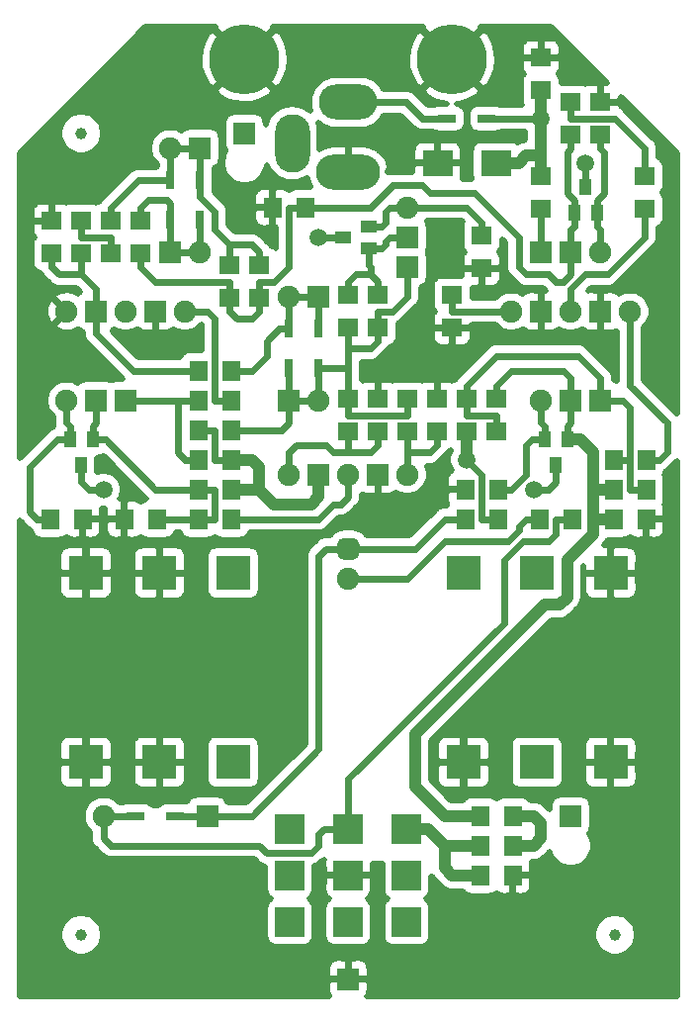
<source format=gbr>
G04 #@! TF.GenerationSoftware,KiCad,Pcbnew,5.1.12-84ad8e8a86~92~ubuntu20.04.1*
G04 #@! TF.CreationDate,2024-08-07T09:27:01+00:00*
G04 #@! TF.ProjectId,___-1.30.B-1,221a1f2d-312e-4333-902e-422d312e6b69,3B*
G04 #@! TF.SameCoordinates,Original*
G04 #@! TF.FileFunction,Copper,L1,Top*
G04 #@! TF.FilePolarity,Positive*
%FSLAX46Y46*%
G04 Gerber Fmt 4.6, Leading zero omitted, Abs format (unit mm)*
G04 Created by KiCad (PCBNEW 5.1.12-84ad8e8a86~92~ubuntu20.04.1) date 2024-08-07 09:27:01*
%MOMM*%
%LPD*%
G01*
G04 APERTURE LIST*
G04 #@! TA.AperFunction,SMDPad,CuDef*
%ADD10R,1.600000X0.800000*%
G04 #@! TD*
G04 #@! TA.AperFunction,ComponentPad*
%ADD11C,1.900000*%
G04 #@! TD*
G04 #@! TA.AperFunction,ComponentPad*
%ADD12R,1.900000X1.900000*%
G04 #@! TD*
G04 #@! TA.AperFunction,SMDPad,CuDef*
%ADD13R,1.600000X1.800000*%
G04 #@! TD*
G04 #@! TA.AperFunction,SMDPad,CuDef*
%ADD14C,1.000000*%
G04 #@! TD*
G04 #@! TA.AperFunction,SMDPad,CuDef*
%ADD15R,1.000000X1.400000*%
G04 #@! TD*
G04 #@! TA.AperFunction,SMDPad,CuDef*
%ADD16R,1.400000X1.000000*%
G04 #@! TD*
G04 #@! TA.AperFunction,SMDPad,CuDef*
%ADD17R,1.800000X1.600000*%
G04 #@! TD*
G04 #@! TA.AperFunction,SMDPad,CuDef*
%ADD18R,2.600000X2.200000*%
G04 #@! TD*
G04 #@! TA.AperFunction,SMDPad,CuDef*
%ADD19R,0.800000X1.600000*%
G04 #@! TD*
G04 #@! TA.AperFunction,ComponentPad*
%ADD20R,3.000000X3.000000*%
G04 #@! TD*
G04 #@! TA.AperFunction,ComponentPad*
%ADD21O,5.500000X3.000000*%
G04 #@! TD*
G04 #@! TA.AperFunction,ComponentPad*
%ADD22O,3.000000X5.000000*%
G04 #@! TD*
G04 #@! TA.AperFunction,ComponentPad*
%ADD23O,5.000000X3.000000*%
G04 #@! TD*
G04 #@! TA.AperFunction,ComponentPad*
%ADD24R,2.500000X2.500000*%
G04 #@! TD*
G04 #@! TA.AperFunction,ComponentPad*
%ADD25C,6.000000*%
G04 #@! TD*
G04 #@! TA.AperFunction,ViaPad*
%ADD26C,1.500000*%
G04 #@! TD*
G04 #@! TA.AperFunction,Conductor*
%ADD27C,0.600000*%
G04 #@! TD*
G04 #@! TA.AperFunction,Conductor*
%ADD28C,1.000000*%
G04 #@! TD*
G04 #@! TA.AperFunction,Conductor*
%ADD29C,0.500000*%
G04 #@! TD*
G04 #@! TA.AperFunction,Conductor*
%ADD30C,0.100000*%
G04 #@! TD*
G04 APERTURE END LIST*
D10*
X87200000Y-162560000D03*
X90600000Y-162560000D03*
D11*
X84455000Y-162560000D03*
D12*
X93345000Y-162560000D03*
D13*
X118240000Y-137160000D03*
X115440000Y-137160000D03*
D11*
X129540000Y-119380000D03*
D12*
X127000000Y-119380000D03*
D11*
X124460000Y-119380000D03*
D12*
X121920000Y-119380000D03*
D11*
X119380000Y-119380000D03*
X110490000Y-133350000D03*
D12*
X107950000Y-133350000D03*
D11*
X105410000Y-133350000D03*
D12*
X102870000Y-133350000D03*
D11*
X100330000Y-133350000D03*
X91440000Y-119380000D03*
D12*
X88900000Y-119380000D03*
D11*
X86360000Y-119380000D03*
D12*
X83820000Y-119380000D03*
D11*
X81280000Y-119380000D03*
D14*
X128270000Y-172720000D03*
X82550000Y-172720000D03*
X82550000Y-104140000D03*
D15*
X82550000Y-132545000D03*
X81600000Y-130345000D03*
X83500000Y-130345000D03*
D16*
X104945000Y-113030000D03*
X107145000Y-112080000D03*
X107145000Y-113980000D03*
D15*
X124780000Y-110955000D03*
X126680000Y-110955000D03*
X125730000Y-108755000D03*
X123190000Y-132545000D03*
X122240000Y-130345000D03*
X124140000Y-130345000D03*
D12*
X110490000Y-115570000D03*
X110490000Y-113030000D03*
D11*
X110490000Y-110490000D03*
D12*
X121920000Y-114300000D03*
X124460000Y-114300000D03*
D11*
X127000000Y-114300000D03*
D12*
X127000000Y-127000000D03*
X124460000Y-127000000D03*
D11*
X121920000Y-127000000D03*
D12*
X86360000Y-127000000D03*
X83820000Y-127000000D03*
D11*
X81280000Y-127000000D03*
D17*
X85090000Y-111630000D03*
X85090000Y-114430000D03*
D13*
X92580000Y-124460000D03*
X95380000Y-124460000D03*
D17*
X87630000Y-114430000D03*
X87630000Y-111630000D03*
X121920000Y-97660000D03*
X121920000Y-100460000D03*
X130810000Y-110620000D03*
X130810000Y-107820000D03*
X107950000Y-129670000D03*
X107950000Y-126870000D03*
X110490000Y-126870000D03*
X110490000Y-129670000D03*
D13*
X130940000Y-132080000D03*
X128140000Y-132080000D03*
X92580000Y-127000000D03*
X95380000Y-127000000D03*
X95380000Y-137160000D03*
X92580000Y-137160000D03*
X116710000Y-162560000D03*
X119510000Y-162560000D03*
X116710000Y-167640000D03*
X119510000Y-167640000D03*
D18*
X113070000Y-106680000D03*
X118070000Y-106680000D03*
D10*
X117270000Y-102870000D03*
X113870000Y-102870000D03*
D12*
X100330000Y-127000000D03*
D11*
X100330000Y-118110000D03*
D19*
X100330000Y-124255000D03*
X100330000Y-120855000D03*
D12*
X102870000Y-118110000D03*
D11*
X102870000Y-127000000D03*
D19*
X102870000Y-120855000D03*
X102870000Y-124255000D03*
D12*
X90170000Y-114300000D03*
D11*
X90170000Y-105410000D03*
D19*
X90170000Y-111555000D03*
X90170000Y-108155000D03*
D12*
X92710000Y-105410000D03*
D11*
X92710000Y-114300000D03*
D19*
X92710000Y-108155000D03*
X92710000Y-111555000D03*
D20*
X115280000Y-157960000D03*
X121580000Y-157960000D03*
X127880000Y-157960000D03*
X115280000Y-141760000D03*
X121580000Y-141760000D03*
X127880000Y-141760000D03*
X95540000Y-141760000D03*
X89240000Y-141760000D03*
X82940000Y-141760000D03*
X95540000Y-157960000D03*
X89240000Y-157960000D03*
X82940000Y-157960000D03*
D21*
X105410000Y-107480000D03*
D22*
X100610000Y-104980000D03*
D23*
X105410000Y-101480000D03*
D11*
X105410000Y-142240000D03*
G04 #@! TA.AperFunction,ComponentPad*
G36*
G01*
X105790000Y-140650000D02*
X105030000Y-140650000D01*
G75*
G02*
X104460000Y-140080000I0J570000D01*
G01*
X104460000Y-139320000D01*
G75*
G02*
X105030000Y-138750000I570000J0D01*
G01*
X105790000Y-138750000D01*
G75*
G02*
X106360000Y-139320000I0J-570000D01*
G01*
X106360000Y-140080000D01*
G75*
G02*
X105790000Y-140650000I-570000J0D01*
G01*
G37*
G04 #@! TD.AperFunction*
D24*
X110410000Y-167640000D03*
X110410000Y-171640000D03*
X110410000Y-163640000D03*
X105410000Y-167640000D03*
X105410000Y-171640000D03*
X105410000Y-163640000D03*
X100410000Y-163640000D03*
X100410000Y-167640000D03*
X100410000Y-171640000D03*
D25*
X114300000Y-97790000D03*
X96520000Y-97790000D03*
D12*
X124460000Y-162560000D03*
X96520000Y-104140000D03*
X105410000Y-176530000D03*
D17*
X95250000Y-115440000D03*
X95250000Y-118240000D03*
X105410000Y-117980000D03*
X105410000Y-120780000D03*
X118110000Y-126870000D03*
X118110000Y-129670000D03*
D13*
X128140000Y-134620000D03*
X130940000Y-134620000D03*
X130940000Y-137160000D03*
X128140000Y-137160000D03*
X119510000Y-165100000D03*
X116710000Y-165100000D03*
D17*
X115570000Y-126870000D03*
X115570000Y-129670000D03*
X113030000Y-129670000D03*
X113030000Y-126870000D03*
D13*
X118240000Y-134620000D03*
X115440000Y-134620000D03*
D17*
X127000000Y-104270000D03*
X127000000Y-101470000D03*
D13*
X98930000Y-110490000D03*
X101730000Y-110490000D03*
D17*
X124460000Y-104270000D03*
X124460000Y-101470000D03*
X114300000Y-120780000D03*
X114300000Y-117980000D03*
X80010000Y-111630000D03*
X80010000Y-114430000D03*
X116840000Y-115700000D03*
X116840000Y-112900000D03*
X121920000Y-110620000D03*
X121920000Y-107820000D03*
X97790000Y-118240000D03*
X97790000Y-115440000D03*
X107950000Y-117980000D03*
X107950000Y-120780000D03*
X82550000Y-114430000D03*
X82550000Y-111630000D03*
X105410000Y-126870000D03*
X105410000Y-129670000D03*
D13*
X95380000Y-129540000D03*
X92580000Y-129540000D03*
X92580000Y-132080000D03*
X95380000Y-132080000D03*
X92580000Y-134620000D03*
X95380000Y-134620000D03*
X89030000Y-137160000D03*
X86230000Y-137160000D03*
X79880000Y-137160000D03*
X82680000Y-137160000D03*
X124590000Y-137160000D03*
X121790000Y-137160000D03*
D26*
X121920000Y-102870000D03*
X115570000Y-132080000D03*
X121285000Y-134620000D03*
X125730000Y-106680000D03*
X102870000Y-113030000D03*
X84455000Y-134620000D03*
D27*
X120650000Y-137160000D02*
X121790000Y-137160000D01*
X120015000Y-137795000D02*
X120650000Y-137160000D01*
X120015000Y-138112500D02*
X120015000Y-137795000D01*
X119062500Y-139065000D02*
X120015000Y-138112500D01*
X113665000Y-139065000D02*
X119062500Y-139065000D01*
X110490000Y-142240000D02*
X113665000Y-139065000D01*
X105410000Y-142240000D02*
X110490000Y-142240000D01*
X87200000Y-162560000D02*
X84455000Y-162560000D01*
X103315000Y-163640000D02*
X105410000Y-163640000D01*
X102870000Y-164085000D02*
X103315000Y-163640000D01*
X102870000Y-165100000D02*
X102870000Y-164085000D01*
X102235000Y-165735000D02*
X102870000Y-165100000D01*
X98425000Y-165735000D02*
X102235000Y-165735000D01*
X97790000Y-165100000D02*
X98425000Y-165735000D01*
X85090000Y-165100000D02*
X97790000Y-165100000D01*
X84455000Y-164465000D02*
X85090000Y-165100000D01*
X84455000Y-162560000D02*
X84455000Y-164465000D01*
X123190000Y-137160000D02*
X124590000Y-137160000D01*
X120332500Y-139065000D02*
X122555000Y-139065000D01*
X118745000Y-140652500D02*
X120332500Y-139065000D01*
X123190000Y-138430000D02*
X123190000Y-137160000D01*
X118745000Y-146050000D02*
X118745000Y-140652500D01*
X122555000Y-139065000D02*
X123190000Y-138430000D01*
X105410000Y-159385000D02*
X118745000Y-146050000D01*
X105410000Y-163640000D02*
X105410000Y-159385000D01*
X132080000Y-132080000D02*
X130940000Y-132080000D01*
X132715000Y-128905000D02*
X132715000Y-131445000D01*
X129540000Y-125730000D02*
X132715000Y-128905000D01*
X132715000Y-131445000D02*
X132080000Y-132080000D01*
X129540000Y-119380000D02*
X129540000Y-125730000D01*
X130810000Y-110620000D02*
X130810000Y-113030000D01*
X127635000Y-116205000D02*
X125730000Y-116205000D01*
X130810000Y-113030000D02*
X127635000Y-116205000D01*
X124460000Y-117475000D02*
X124460000Y-119380000D01*
X125730000Y-116205000D02*
X124460000Y-117475000D01*
X130810000Y-105410000D02*
X130810000Y-107820000D01*
X128270000Y-102870000D02*
X130810000Y-105410000D01*
X124460000Y-102870000D02*
X128270000Y-102870000D01*
X124460000Y-101470000D02*
X124460000Y-102870000D01*
X90170000Y-114300000D02*
X92710000Y-114300000D01*
X90170000Y-111555000D02*
X90170000Y-114300000D01*
X92710000Y-111555000D02*
X92710000Y-114300000D01*
X87630000Y-110490000D02*
X88265000Y-109855000D01*
X87630000Y-111630000D02*
X87630000Y-110490000D01*
X89852500Y-109855000D02*
X90170000Y-110172500D01*
X90170000Y-110172500D02*
X90170000Y-111555000D01*
X88265000Y-109855000D02*
X89852500Y-109855000D01*
X82550000Y-111630000D02*
X82550000Y-113030000D01*
X82550000Y-113030000D02*
X85090000Y-113030000D01*
X85090000Y-114430000D02*
X85090000Y-113030000D01*
X100330000Y-118110000D02*
X102870000Y-118110000D01*
X100330000Y-120855000D02*
X100330000Y-118110000D01*
X102870000Y-120855000D02*
X102870000Y-118110000D01*
X97155000Y-124460000D02*
X95380000Y-124460000D01*
X98425000Y-123190000D02*
X97155000Y-124460000D01*
X98425000Y-121920000D02*
X98425000Y-123190000D01*
X99490000Y-120855000D02*
X98425000Y-121920000D01*
X100330000Y-120855000D02*
X99490000Y-120855000D01*
X113030000Y-129670000D02*
X113030000Y-130810000D01*
X113030000Y-130810000D02*
X112395000Y-131445000D01*
X110490000Y-131445000D02*
X112395000Y-131445000D01*
X110490000Y-129670000D02*
X110490000Y-131445000D01*
X110490000Y-131445000D02*
X110490000Y-133350000D01*
X105410000Y-129670000D02*
X105410000Y-131445000D01*
X107950000Y-129670000D02*
X107950000Y-130810000D01*
X107950000Y-130810000D02*
X107315000Y-131445000D01*
X105410000Y-131445000D02*
X107315000Y-131445000D01*
X100330000Y-133350000D02*
X100330000Y-131445000D01*
X100330000Y-131445000D02*
X100965000Y-130810000D01*
X105410000Y-131445000D02*
X104140000Y-131445000D01*
X104140000Y-131445000D02*
X103505000Y-130810000D01*
X100965000Y-130810000D02*
X103505000Y-130810000D01*
X95380000Y-137160000D02*
X102870000Y-137160000D01*
X102870000Y-137160000D02*
X104140000Y-135890000D01*
X104140000Y-135890000D02*
X104775000Y-135890000D01*
X105410000Y-133350000D02*
X105410000Y-135255000D01*
X104775000Y-135890000D02*
X105410000Y-135255000D01*
X93980000Y-127000000D02*
X95380000Y-127000000D01*
X93980000Y-120015000D02*
X93980000Y-127000000D01*
X93345000Y-119380000D02*
X93980000Y-120015000D01*
X91440000Y-119380000D02*
X93345000Y-119380000D01*
D28*
X119510000Y-165100000D02*
X121285000Y-165100000D01*
X121285000Y-165100000D02*
X121920000Y-164465000D01*
X119510000Y-162560000D02*
X121285000Y-162560000D01*
X121285000Y-162560000D02*
X121920000Y-163195000D01*
X121920000Y-163195000D02*
X121920000Y-164465000D01*
X97155000Y-132080000D02*
X97790000Y-132715000D01*
X115570000Y-129670000D02*
X115570000Y-132080000D01*
X95380000Y-134620000D02*
X97790000Y-134620000D01*
X102870000Y-133350000D02*
X102870000Y-135255000D01*
X102870000Y-135255000D02*
X102235000Y-135890000D01*
X97790000Y-134620000D02*
X99060000Y-135890000D01*
X99060000Y-135890000D02*
X102235000Y-135890000D01*
X97790000Y-132715000D02*
X97790000Y-134620000D01*
X95380000Y-132080000D02*
X97155000Y-132080000D01*
D27*
X92580000Y-129540000D02*
X93980000Y-129540000D01*
X93980000Y-129540000D02*
X93980000Y-132080000D01*
X95380000Y-132080000D02*
X93980000Y-132080000D01*
X117270000Y-102870000D02*
X121920000Y-102870000D01*
D28*
X121920000Y-100460000D02*
X121920000Y-102870000D01*
X118070000Y-106680000D02*
X120015000Y-106680000D01*
X120015000Y-106680000D02*
X120650000Y-106045000D01*
X120650000Y-106045000D02*
X121920000Y-106045000D01*
X121920000Y-106045000D02*
X121920000Y-102870000D01*
X121920000Y-107820000D02*
X121920000Y-106045000D01*
D27*
X115570000Y-132080000D02*
X116840000Y-133350000D01*
X116840000Y-133350000D02*
X116840000Y-137160000D01*
X118240000Y-137160000D02*
X116840000Y-137160000D01*
D28*
X112205000Y-163640000D02*
X113665000Y-165100000D01*
X110410000Y-163640000D02*
X112205000Y-163640000D01*
X116710000Y-165100000D02*
X113665000Y-165100000D01*
X113665000Y-167005000D02*
X113665000Y-165100000D01*
X114300000Y-167640000D02*
X113665000Y-167005000D01*
X116710000Y-167640000D02*
X114300000Y-167640000D01*
D27*
X103505000Y-139700000D02*
X105410000Y-139700000D01*
X102870000Y-140335000D02*
X103505000Y-139700000D01*
X102870000Y-156845000D02*
X102870000Y-140335000D01*
X97155000Y-162560000D02*
X102870000Y-156845000D01*
X93345000Y-162560000D02*
X97155000Y-162560000D01*
X90600000Y-162560000D02*
X93345000Y-162560000D01*
X111125000Y-139700000D02*
X105410000Y-139700000D01*
X113665000Y-137160000D02*
X111125000Y-139700000D01*
X115440000Y-137160000D02*
X113665000Y-137160000D01*
X114300000Y-117980000D02*
X114300000Y-119380000D01*
X114300000Y-119380000D02*
X119380000Y-119380000D01*
X105410000Y-101480000D02*
X110370000Y-101480000D01*
X110370000Y-101480000D02*
X111760000Y-102870000D01*
X113870000Y-102870000D02*
X111760000Y-102870000D01*
X124140000Y-130345000D02*
X124140000Y-129225000D01*
X124140000Y-129225000D02*
X124460000Y-128905000D01*
X124460000Y-127000000D02*
X124460000Y-128905000D01*
D28*
X128140000Y-134620000D02*
X126365000Y-134620000D01*
X126365000Y-134620000D02*
X126365000Y-137160000D01*
X128140000Y-137160000D02*
X126365000Y-137160000D01*
X124140000Y-130345000D02*
X125265000Y-130345000D01*
X125265000Y-130345000D02*
X126365000Y-131445000D01*
X126365000Y-131445000D02*
X126365000Y-134620000D01*
D27*
X118110000Y-125730000D02*
X119380000Y-124460000D01*
X118110000Y-126870000D02*
X118110000Y-125730000D01*
X123825000Y-124460000D02*
X119380000Y-124460000D01*
X124460000Y-125095000D02*
X123825000Y-124460000D01*
X124460000Y-127000000D02*
X124460000Y-125095000D01*
D28*
X124142500Y-143827500D02*
X124142500Y-140652500D01*
X123507500Y-144462500D02*
X124142500Y-143827500D01*
X122237500Y-144462500D02*
X123507500Y-144462500D01*
X126365000Y-138430000D02*
X126365000Y-137160000D01*
X124142500Y-140652500D02*
X126365000Y-138430000D01*
X111125000Y-155575000D02*
X122237500Y-144462500D01*
X111125000Y-160020000D02*
X111125000Y-155575000D01*
X113665000Y-162560000D02*
X111125000Y-160020000D01*
X116710000Y-162560000D02*
X113665000Y-162560000D01*
D27*
X122555000Y-134620000D02*
X121285000Y-134620000D01*
X123190000Y-132545000D02*
X123190000Y-133985000D01*
X123190000Y-133985000D02*
X122555000Y-134620000D01*
X130940000Y-134620000D02*
X129540000Y-134620000D01*
X128140000Y-132080000D02*
X129540000Y-132080000D01*
X129540000Y-132080000D02*
X129540000Y-134620000D01*
X129540000Y-127635000D02*
X129540000Y-132080000D01*
X128905000Y-127000000D02*
X129540000Y-127635000D01*
X127000000Y-127000000D02*
X128905000Y-127000000D01*
X115570000Y-126870000D02*
X115570000Y-128270000D01*
X115570000Y-128270000D02*
X118110000Y-128270000D01*
X118110000Y-129670000D02*
X118110000Y-128270000D01*
X115570000Y-125730000D02*
X118110000Y-123190000D01*
X115570000Y-126870000D02*
X115570000Y-125730000D01*
X125095000Y-123190000D02*
X118110000Y-123190000D01*
X127000000Y-125095000D02*
X125095000Y-123190000D01*
X127000000Y-127000000D02*
X127000000Y-125095000D01*
X124780000Y-110955000D02*
X124780000Y-112075000D01*
X124460000Y-114300000D02*
X124460000Y-112395000D01*
X124780000Y-112075000D02*
X124460000Y-112395000D01*
X95250000Y-118240000D02*
X95250000Y-119380000D01*
X95250000Y-119380000D02*
X95885000Y-120015000D01*
X97790000Y-118240000D02*
X97790000Y-119380000D01*
X97790000Y-119380000D02*
X97155000Y-120015000D01*
X95885000Y-120015000D02*
X97155000Y-120015000D01*
X95250000Y-118240000D02*
X95250000Y-116840000D01*
X97790000Y-118240000D02*
X97790000Y-116840000D01*
X101730000Y-110490000D02*
X100330000Y-110490000D01*
X99060000Y-116840000D02*
X100330000Y-115570000D01*
X100330000Y-115570000D02*
X100330000Y-110490000D01*
X97790000Y-116840000D02*
X99060000Y-116840000D01*
X124460000Y-105410000D02*
X124460000Y-104270000D01*
X124780000Y-110955000D02*
X124780000Y-109905002D01*
X124780000Y-109905002D02*
X124142500Y-109267502D01*
X124142500Y-109267502D02*
X124142500Y-105727500D01*
X124142500Y-105727500D02*
X124460000Y-105410000D01*
X88900000Y-116840000D02*
X95250000Y-116840000D01*
X87630000Y-115570000D02*
X88900000Y-116840000D01*
X87630000Y-114430000D02*
X87630000Y-115570000D01*
X123190000Y-116840000D02*
X123825000Y-116840000D01*
X120650000Y-116205000D02*
X122555000Y-116205000D01*
X120015000Y-115570000D02*
X120650000Y-116205000D01*
X120015000Y-113030000D02*
X120015000Y-115570000D01*
X116205000Y-109220000D02*
X120015000Y-113030000D01*
X124460000Y-116205000D02*
X124460000Y-114300000D01*
X112395000Y-109220000D02*
X116205000Y-109220000D01*
X123825000Y-116840000D02*
X124460000Y-116205000D01*
X109220000Y-108585000D02*
X111760000Y-108585000D01*
X122555000Y-116205000D02*
X123190000Y-116840000D01*
X111760000Y-108585000D02*
X112395000Y-109220000D01*
X107315000Y-110490000D02*
X109220000Y-108585000D01*
X101730000Y-110490000D02*
X107315000Y-110490000D01*
X125730000Y-108755000D02*
X125730000Y-106680000D01*
X90170000Y-108155000D02*
X90170000Y-105410000D01*
X92710000Y-108155000D02*
X92710000Y-105410000D01*
X92710000Y-105410000D02*
X90170000Y-105410000D01*
X97790000Y-115440000D02*
X97790000Y-114300000D01*
X97790000Y-114300000D02*
X97155000Y-113665000D01*
X95250000Y-113665000D02*
X97155000Y-113665000D01*
X95250000Y-115440000D02*
X95250000Y-113665000D01*
X121920000Y-110620000D02*
X121920000Y-114300000D01*
X93980000Y-110807500D02*
X93980000Y-112395000D01*
X92710000Y-109537500D02*
X93980000Y-110807500D01*
X93980000Y-112395000D02*
X95250000Y-113665000D01*
X92710000Y-108155000D02*
X92710000Y-109537500D01*
X85090000Y-110490000D02*
X85090000Y-111630000D01*
X87425000Y-108155000D02*
X85090000Y-110490000D01*
X90170000Y-108155000D02*
X87425000Y-108155000D01*
X80010000Y-114430000D02*
X80010000Y-115570000D01*
X80010000Y-115570000D02*
X80645000Y-116205000D01*
X80645000Y-116205000D02*
X82550000Y-116205000D01*
X82550000Y-114430000D02*
X82550000Y-116205000D01*
X82550000Y-116205000D02*
X83820000Y-117475000D01*
X83820000Y-119380000D02*
X83820000Y-121285000D01*
X86995000Y-124460000D02*
X83820000Y-121285000D01*
X92580000Y-124460000D02*
X86995000Y-124460000D01*
X105410000Y-117980000D02*
X105410000Y-116840000D01*
X105410000Y-116840000D02*
X106045000Y-116205000D01*
X107950000Y-117980000D02*
X107950000Y-116840000D01*
X107950000Y-116840000D02*
X107315000Y-116205000D01*
X107145000Y-113980000D02*
X107145000Y-115400000D01*
X107315000Y-115570000D02*
X107315000Y-116205000D01*
X107145000Y-115400000D02*
X107315000Y-115570000D01*
X106045000Y-116205000D02*
X107315000Y-116205000D01*
X107145000Y-113980000D02*
X108270000Y-113980000D01*
X108270000Y-113980000D02*
X108585000Y-113665000D01*
X110490000Y-113030000D02*
X108902500Y-113030000D01*
X108902500Y-113030000D02*
X108585000Y-113347500D01*
X108585000Y-113347500D02*
X108585000Y-113665000D01*
X83820000Y-119380000D02*
X83820000Y-117475000D01*
X104945000Y-113030000D02*
X102870000Y-113030000D01*
X100330000Y-124255000D02*
X100330000Y-127000000D01*
X102870000Y-124255000D02*
X102870000Y-127000000D01*
X100330000Y-127000000D02*
X102870000Y-127000000D01*
X105410000Y-126870000D02*
X105410000Y-128270000D01*
X110490000Y-126870000D02*
X110490000Y-128270000D01*
X105410000Y-128270000D02*
X110490000Y-128270000D01*
X107950000Y-120780000D02*
X107950000Y-121920000D01*
X107950000Y-121920000D02*
X107315000Y-122555000D01*
X105410000Y-120780000D02*
X105410000Y-122555000D01*
X105410000Y-122555000D02*
X107315000Y-122555000D01*
X107950000Y-119380000D02*
X107950000Y-120780000D01*
X109220000Y-119380000D02*
X107950000Y-119380000D01*
X110490000Y-118110000D02*
X109220000Y-119380000D01*
X110490000Y-115570000D02*
X110490000Y-118110000D01*
X102870000Y-124255000D02*
X105410000Y-124255000D01*
X105410000Y-126870000D02*
X105410000Y-124255000D01*
X105410000Y-124255000D02*
X105410000Y-122555000D01*
X100330000Y-127000000D02*
X100330000Y-128905000D01*
X100330000Y-128905000D02*
X99695000Y-129540000D01*
X95380000Y-129540000D02*
X99695000Y-129540000D01*
X83500000Y-129225000D02*
X83820000Y-128905000D01*
X83820000Y-127000000D02*
X83820000Y-128905000D01*
X83500000Y-130345000D02*
X83500000Y-129225000D01*
X89030000Y-137160000D02*
X90805000Y-137160000D01*
X92580000Y-137160000D02*
X90805000Y-137160000D01*
X92580000Y-134620000D02*
X93980000Y-134620000D01*
X93980000Y-134620000D02*
X93980000Y-137160000D01*
X92580000Y-137160000D02*
X93980000Y-137160000D01*
X84625000Y-130345000D02*
X83500000Y-130345000D01*
X88900000Y-134620000D02*
X84625000Y-130345000D01*
X92580000Y-134620000D02*
X88900000Y-134620000D01*
X83185000Y-134620000D02*
X84455000Y-134620000D01*
X82550000Y-133985000D02*
X83185000Y-134620000D01*
X82550000Y-132545000D02*
X82550000Y-133985000D01*
X91440000Y-132080000D02*
X90805000Y-131445000D01*
X92580000Y-132080000D02*
X91440000Y-132080000D01*
X90805000Y-131445000D02*
X90805000Y-127000000D01*
X90805000Y-127000000D02*
X86360000Y-127000000D01*
X92580000Y-127000000D02*
X90805000Y-127000000D01*
X122240000Y-130345000D02*
X122240000Y-129225000D01*
X122240000Y-129225000D02*
X121920000Y-128905000D01*
X121920000Y-127000000D02*
X121920000Y-128905000D01*
X120650000Y-130810000D02*
X120650000Y-133350000D01*
X121115000Y-130345000D02*
X120650000Y-130810000D01*
X122240000Y-130345000D02*
X121115000Y-130345000D01*
X119380000Y-134620000D02*
X120650000Y-133350000D01*
X118240000Y-134620000D02*
X119380000Y-134620000D01*
X126680000Y-110955000D02*
X126680000Y-109905002D01*
X127000000Y-105410000D02*
X127000000Y-104270000D01*
X127317500Y-105727500D02*
X127000000Y-105410000D01*
X127317500Y-109267502D02*
X127317500Y-105727500D01*
X126680000Y-109905002D02*
X127317500Y-109267502D01*
X126680000Y-112075000D02*
X127000000Y-112395000D01*
X126680000Y-110955000D02*
X126680000Y-112075000D01*
X127000000Y-114300000D02*
X127000000Y-112395000D01*
X108265000Y-112080000D02*
X107145000Y-112080000D01*
X108585000Y-111760000D02*
X108265000Y-112080000D01*
X108585000Y-110807500D02*
X108585000Y-111760000D01*
X108902500Y-110490000D02*
X108585000Y-110807500D01*
X110490000Y-110490000D02*
X108902500Y-110490000D01*
X116840000Y-112900000D02*
X116840000Y-111760000D01*
X116840000Y-111760000D02*
X115570000Y-110490000D01*
X110490000Y-110490000D02*
X115570000Y-110490000D01*
X81600000Y-129225000D02*
X81280000Y-128905000D01*
X81280000Y-127000000D02*
X81280000Y-128905000D01*
X81600000Y-130345000D02*
X81600000Y-129225000D01*
X80475000Y-130345000D02*
X78105000Y-132715000D01*
X81600000Y-130345000D02*
X80475000Y-130345000D01*
X78740000Y-137160000D02*
X78105000Y-136525000D01*
X78105000Y-136525000D02*
X78105000Y-132715000D01*
X79880000Y-137160000D02*
X78740000Y-137160000D01*
D29*
X114152098Y-131322116D02*
X114031487Y-131613297D01*
X113970000Y-131922414D01*
X113970000Y-132237586D01*
X114031487Y-132546703D01*
X114152098Y-132837884D01*
X114240276Y-132969852D01*
X114165480Y-133009831D01*
X114036051Y-133116051D01*
X113929831Y-133245480D01*
X113850902Y-133393145D01*
X113802299Y-133553371D01*
X113785887Y-133720000D01*
X113790000Y-134357500D01*
X114002500Y-134570000D01*
X115390000Y-134570000D01*
X115390000Y-134550000D01*
X115490000Y-134550000D01*
X115490000Y-134570000D01*
X115510000Y-134570000D01*
X115510000Y-134670000D01*
X115490000Y-134670000D01*
X115490000Y-134690000D01*
X115390000Y-134690000D01*
X115390000Y-134670000D01*
X114002500Y-134670000D01*
X113790000Y-134882500D01*
X113785887Y-135520000D01*
X113802299Y-135686629D01*
X113850902Y-135846855D01*
X113873964Y-135890001D01*
X113850903Y-135933145D01*
X113827590Y-136010000D01*
X113721481Y-136010000D01*
X113664999Y-136004437D01*
X113608517Y-136010000D01*
X113608508Y-136010000D01*
X113439561Y-136026640D01*
X113222785Y-136092398D01*
X113023003Y-136199184D01*
X113023001Y-136199185D01*
X113023002Y-136199185D01*
X112891772Y-136306882D01*
X112891769Y-136306885D01*
X112847893Y-136342893D01*
X112811884Y-136386770D01*
X110648656Y-138550000D01*
X106985434Y-138550000D01*
X106974106Y-138528806D01*
X106796999Y-138313001D01*
X106581194Y-138135894D01*
X106334984Y-138004292D01*
X106067830Y-137923252D01*
X105790000Y-137895888D01*
X105030000Y-137895888D01*
X104752170Y-137923252D01*
X104485016Y-138004292D01*
X104238806Y-138135894D01*
X104023001Y-138313001D01*
X103845894Y-138528806D01*
X103834566Y-138550000D01*
X103561492Y-138550000D01*
X103505000Y-138544436D01*
X103448508Y-138550000D01*
X103400636Y-138554715D01*
X103279561Y-138566640D01*
X103062784Y-138632398D01*
X103019680Y-138655438D01*
X102863003Y-138739184D01*
X102687893Y-138882893D01*
X102651875Y-138926781D01*
X102096776Y-139481880D01*
X102052894Y-139517893D01*
X101997358Y-139585564D01*
X101909185Y-139693003D01*
X101802399Y-139892785D01*
X101736641Y-140109561D01*
X101714437Y-140335000D01*
X101720001Y-140391492D01*
X101720000Y-156368654D01*
X96678656Y-161410000D01*
X95122577Y-161410000D01*
X95084097Y-161283145D01*
X95005168Y-161135481D01*
X94898948Y-161006052D01*
X94769519Y-160899832D01*
X94621855Y-160820903D01*
X94461629Y-160772300D01*
X94295000Y-160755888D01*
X92395000Y-160755888D01*
X92228371Y-160772300D01*
X92068145Y-160820903D01*
X91920481Y-160899832D01*
X91791052Y-161006052D01*
X91684832Y-161135481D01*
X91605903Y-161283145D01*
X91591717Y-161329910D01*
X91566629Y-161322300D01*
X91400000Y-161305888D01*
X89800000Y-161305888D01*
X89633371Y-161322300D01*
X89473145Y-161370903D01*
X89325481Y-161449832D01*
X89196052Y-161556052D01*
X89098434Y-161675000D01*
X88701566Y-161675000D01*
X88603948Y-161556052D01*
X88474519Y-161449832D01*
X88326855Y-161370903D01*
X88166629Y-161322300D01*
X88000000Y-161305888D01*
X86400000Y-161305888D01*
X86233371Y-161322300D01*
X86073145Y-161370903D01*
X86000001Y-161410000D01*
X85850584Y-161410000D01*
X85602433Y-161161849D01*
X85307620Y-160964861D01*
X84980041Y-160829173D01*
X84632284Y-160760000D01*
X84277716Y-160760000D01*
X83929959Y-160829173D01*
X83602380Y-160964861D01*
X83307567Y-161161849D01*
X83056849Y-161412567D01*
X82859861Y-161707380D01*
X82724173Y-162034959D01*
X82655000Y-162382716D01*
X82655000Y-162737284D01*
X82724173Y-163085041D01*
X82859861Y-163412620D01*
X83056849Y-163707433D01*
X83305001Y-163955585D01*
X83305001Y-164408509D01*
X83299437Y-164465000D01*
X83305001Y-164521492D01*
X83321641Y-164690439D01*
X83387399Y-164907215D01*
X83494185Y-165106997D01*
X83637894Y-165282107D01*
X83681776Y-165318120D01*
X84236875Y-165873219D01*
X84272893Y-165917107D01*
X84448003Y-166060816D01*
X84525988Y-166102500D01*
X84647784Y-166167602D01*
X84864561Y-166233360D01*
X85090000Y-166255564D01*
X85146492Y-166250000D01*
X97313656Y-166250000D01*
X97571875Y-166508219D01*
X97607893Y-166552107D01*
X97783003Y-166695816D01*
X97865665Y-166740000D01*
X97982784Y-166802602D01*
X98199561Y-166868360D01*
X98305888Y-166878832D01*
X98305888Y-168890000D01*
X98322300Y-169056629D01*
X98370903Y-169216855D01*
X98449832Y-169364519D01*
X98556052Y-169493948D01*
X98685481Y-169600168D01*
X98760001Y-169640000D01*
X98685481Y-169679832D01*
X98556052Y-169786052D01*
X98449832Y-169915481D01*
X98370903Y-170063145D01*
X98322300Y-170223371D01*
X98305888Y-170390000D01*
X98305888Y-172890000D01*
X98322300Y-173056629D01*
X98370903Y-173216855D01*
X98449832Y-173364519D01*
X98556052Y-173493948D01*
X98685481Y-173600168D01*
X98833145Y-173679097D01*
X98993371Y-173727700D01*
X99160000Y-173744112D01*
X101660000Y-173744112D01*
X101826629Y-173727700D01*
X101986855Y-173679097D01*
X102134519Y-173600168D01*
X102263948Y-173493948D01*
X102370168Y-173364519D01*
X102449097Y-173216855D01*
X102497700Y-173056629D01*
X102514112Y-172890000D01*
X102514112Y-170390000D01*
X102497700Y-170223371D01*
X102449097Y-170063145D01*
X102370168Y-169915481D01*
X102263948Y-169786052D01*
X102134519Y-169679832D01*
X102059999Y-169640000D01*
X102134519Y-169600168D01*
X102263948Y-169493948D01*
X102370168Y-169364519D01*
X102449097Y-169216855D01*
X102497700Y-169056629D01*
X102514112Y-168890000D01*
X103305887Y-168890000D01*
X103322299Y-169056629D01*
X103370902Y-169216855D01*
X103449831Y-169364520D01*
X103556051Y-169493949D01*
X103685480Y-169600169D01*
X103759999Y-169640001D01*
X103685481Y-169679832D01*
X103556052Y-169786052D01*
X103449832Y-169915481D01*
X103370903Y-170063145D01*
X103322300Y-170223371D01*
X103305888Y-170390000D01*
X103305888Y-172890000D01*
X103322300Y-173056629D01*
X103370903Y-173216855D01*
X103449832Y-173364519D01*
X103556052Y-173493948D01*
X103685481Y-173600168D01*
X103833145Y-173679097D01*
X103993371Y-173727700D01*
X104160000Y-173744112D01*
X106660000Y-173744112D01*
X106826629Y-173727700D01*
X106986855Y-173679097D01*
X107134519Y-173600168D01*
X107263948Y-173493948D01*
X107370168Y-173364519D01*
X107449097Y-173216855D01*
X107497700Y-173056629D01*
X107514112Y-172890000D01*
X107514112Y-170390000D01*
X107497700Y-170223371D01*
X107449097Y-170063145D01*
X107370168Y-169915481D01*
X107263948Y-169786052D01*
X107134519Y-169679832D01*
X107060001Y-169640001D01*
X107134520Y-169600169D01*
X107263949Y-169493949D01*
X107370169Y-169364520D01*
X107449098Y-169216855D01*
X107497701Y-169056629D01*
X107514113Y-168890000D01*
X107510000Y-167902500D01*
X107297500Y-167690000D01*
X105460000Y-167690000D01*
X105460000Y-167710000D01*
X105360000Y-167710000D01*
X105360000Y-167690000D01*
X103522500Y-167690000D01*
X103310000Y-167902500D01*
X103305887Y-168890000D01*
X102514112Y-168890000D01*
X102514112Y-166852079D01*
X102677215Y-166802602D01*
X102876997Y-166695816D01*
X103052107Y-166552107D01*
X103088125Y-166508219D01*
X103316763Y-166279581D01*
X103305887Y-166390000D01*
X103310000Y-167377500D01*
X103522500Y-167590000D01*
X105360000Y-167590000D01*
X105360000Y-167570000D01*
X105460000Y-167570000D01*
X105460000Y-167590000D01*
X107297500Y-167590000D01*
X107510000Y-167377500D01*
X107513155Y-166620000D01*
X108305888Y-166620000D01*
X108305888Y-168890000D01*
X108322300Y-169056629D01*
X108370903Y-169216855D01*
X108449832Y-169364519D01*
X108556052Y-169493948D01*
X108685481Y-169600168D01*
X108760001Y-169640000D01*
X108685481Y-169679832D01*
X108556052Y-169786052D01*
X108449832Y-169915481D01*
X108370903Y-170063145D01*
X108322300Y-170223371D01*
X108305888Y-170390000D01*
X108305888Y-172890000D01*
X108322300Y-173056629D01*
X108370903Y-173216855D01*
X108449832Y-173364519D01*
X108556052Y-173493948D01*
X108685481Y-173600168D01*
X108833145Y-173679097D01*
X108993371Y-173727700D01*
X109160000Y-173744112D01*
X111660000Y-173744112D01*
X111826629Y-173727700D01*
X111986855Y-173679097D01*
X112134519Y-173600168D01*
X112263948Y-173493948D01*
X112370168Y-173364519D01*
X112449097Y-173216855D01*
X112497700Y-173056629D01*
X112514112Y-172890000D01*
X112514112Y-172537791D01*
X126420000Y-172537791D01*
X126420000Y-172902209D01*
X126491095Y-173259625D01*
X126630552Y-173596303D01*
X126833011Y-173899306D01*
X127090694Y-174156989D01*
X127393697Y-174359448D01*
X127730375Y-174498905D01*
X128087791Y-174570000D01*
X128452209Y-174570000D01*
X128809625Y-174498905D01*
X129146303Y-174359448D01*
X129449306Y-174156989D01*
X129706989Y-173899306D01*
X129909448Y-173596303D01*
X130048905Y-173259625D01*
X130120000Y-172902209D01*
X130120000Y-172537791D01*
X130048905Y-172180375D01*
X129909448Y-171843697D01*
X129706989Y-171540694D01*
X129449306Y-171283011D01*
X129146303Y-171080552D01*
X128809625Y-170941095D01*
X128452209Y-170870000D01*
X128087791Y-170870000D01*
X127730375Y-170941095D01*
X127393697Y-171080552D01*
X127090694Y-171283011D01*
X126833011Y-171540694D01*
X126630552Y-171843697D01*
X126491095Y-172180375D01*
X126420000Y-172537791D01*
X112514112Y-172537791D01*
X112514112Y-170390000D01*
X112497700Y-170223371D01*
X112449097Y-170063145D01*
X112370168Y-169915481D01*
X112263948Y-169786052D01*
X112134519Y-169679832D01*
X112059999Y-169640000D01*
X112134519Y-169600168D01*
X112263948Y-169493948D01*
X112370168Y-169364519D01*
X112449097Y-169216855D01*
X112497700Y-169056629D01*
X112514112Y-168890000D01*
X112514112Y-167715669D01*
X112537085Y-167758649D01*
X112663510Y-167912698D01*
X112663513Y-167912701D01*
X112705787Y-167964212D01*
X112757300Y-168006488D01*
X113298505Y-168547692D01*
X113340787Y-168599213D01*
X113546351Y-168767915D01*
X113663614Y-168830593D01*
X113780877Y-168893272D01*
X113840105Y-168911239D01*
X114035354Y-168970467D01*
X114233679Y-168990000D01*
X114233681Y-168990000D01*
X114300000Y-168996532D01*
X114366319Y-168990000D01*
X115186726Y-168990000D01*
X115199832Y-169014519D01*
X115306052Y-169143948D01*
X115435481Y-169250168D01*
X115583145Y-169329097D01*
X115743371Y-169377700D01*
X115910000Y-169394112D01*
X117510000Y-169394112D01*
X117676629Y-169377700D01*
X117836855Y-169329097D01*
X117984519Y-169250168D01*
X118109999Y-169147189D01*
X118235480Y-169250169D01*
X118383145Y-169329098D01*
X118543371Y-169377701D01*
X118710000Y-169394113D01*
X119247500Y-169390000D01*
X119460000Y-169177500D01*
X119460000Y-167690000D01*
X119560000Y-167690000D01*
X119560000Y-169177500D01*
X119772500Y-169390000D01*
X120310000Y-169394113D01*
X120476629Y-169377701D01*
X120636855Y-169329098D01*
X120784520Y-169250169D01*
X120913949Y-169143949D01*
X121020169Y-169014520D01*
X121099098Y-168866855D01*
X121147701Y-168706629D01*
X121164113Y-168540000D01*
X121160000Y-167902500D01*
X120947500Y-167690000D01*
X119560000Y-167690000D01*
X119460000Y-167690000D01*
X119440000Y-167690000D01*
X119440000Y-167590000D01*
X119460000Y-167590000D01*
X119460000Y-167570000D01*
X119560000Y-167570000D01*
X119560000Y-167590000D01*
X120947500Y-167590000D01*
X121160000Y-167377500D01*
X121164113Y-166740000D01*
X121147701Y-166573371D01*
X121110278Y-166450000D01*
X121218681Y-166450000D01*
X121285000Y-166456532D01*
X121351319Y-166450000D01*
X121351321Y-166450000D01*
X121549646Y-166430467D01*
X121804122Y-166353272D01*
X122038649Y-166227915D01*
X122244213Y-166059213D01*
X122286492Y-166007696D01*
X122626824Y-165667363D01*
X122766711Y-166005082D01*
X122975820Y-166318035D01*
X123241965Y-166584180D01*
X123554918Y-166793289D01*
X123902653Y-166937325D01*
X124271807Y-167010755D01*
X124648193Y-167010755D01*
X125017347Y-166937325D01*
X125365082Y-166793289D01*
X125678035Y-166584180D01*
X125944180Y-166318035D01*
X126153289Y-166005082D01*
X126297325Y-165657347D01*
X126370755Y-165288193D01*
X126370755Y-164911807D01*
X126297325Y-164542653D01*
X126153289Y-164194918D01*
X126060933Y-164056697D01*
X126120168Y-163984519D01*
X126199097Y-163836855D01*
X126247700Y-163676629D01*
X126264112Y-163510000D01*
X126264112Y-161610000D01*
X126247700Y-161443371D01*
X126199097Y-161283145D01*
X126120168Y-161135481D01*
X126013948Y-161006052D01*
X125884519Y-160899832D01*
X125736855Y-160820903D01*
X125576629Y-160772300D01*
X125410000Y-160755888D01*
X123510000Y-160755888D01*
X123343371Y-160772300D01*
X123183145Y-160820903D01*
X123035481Y-160899832D01*
X122906052Y-161006052D01*
X122799832Y-161135481D01*
X122720903Y-161283145D01*
X122672300Y-161443371D01*
X122655888Y-161610000D01*
X122655888Y-162021701D01*
X122286489Y-161652301D01*
X122244213Y-161600787D01*
X122038649Y-161432085D01*
X121804122Y-161306728D01*
X121549646Y-161229533D01*
X121351321Y-161210000D01*
X121351319Y-161210000D01*
X121285000Y-161203468D01*
X121218681Y-161210000D01*
X121033274Y-161210000D01*
X121020168Y-161185481D01*
X120913948Y-161056052D01*
X120784519Y-160949832D01*
X120636855Y-160870903D01*
X120476629Y-160822300D01*
X120310000Y-160805888D01*
X118710000Y-160805888D01*
X118543371Y-160822300D01*
X118383145Y-160870903D01*
X118235481Y-160949832D01*
X118110000Y-161052812D01*
X117984519Y-160949832D01*
X117836855Y-160870903D01*
X117676629Y-160822300D01*
X117510000Y-160805888D01*
X115910000Y-160805888D01*
X115743371Y-160822300D01*
X115583145Y-160870903D01*
X115435481Y-160949832D01*
X115306052Y-161056052D01*
X115199832Y-161185481D01*
X115186726Y-161210000D01*
X114224188Y-161210000D01*
X112475000Y-159460812D01*
X112475000Y-159460000D01*
X112925887Y-159460000D01*
X112942299Y-159626629D01*
X112990902Y-159786855D01*
X113069831Y-159934520D01*
X113176051Y-160063949D01*
X113305480Y-160170169D01*
X113453145Y-160249098D01*
X113613371Y-160297701D01*
X113780000Y-160314113D01*
X115017500Y-160310000D01*
X115230000Y-160097500D01*
X115230000Y-158010000D01*
X115330000Y-158010000D01*
X115330000Y-160097500D01*
X115542500Y-160310000D01*
X116780000Y-160314113D01*
X116946629Y-160297701D01*
X117106855Y-160249098D01*
X117254520Y-160170169D01*
X117383949Y-160063949D01*
X117490169Y-159934520D01*
X117569098Y-159786855D01*
X117617701Y-159626629D01*
X117634113Y-159460000D01*
X117630000Y-158222500D01*
X117417500Y-158010000D01*
X115330000Y-158010000D01*
X115230000Y-158010000D01*
X113142500Y-158010000D01*
X112930000Y-158222500D01*
X112925887Y-159460000D01*
X112475000Y-159460000D01*
X112475000Y-156460000D01*
X112925887Y-156460000D01*
X112930000Y-157697500D01*
X113142500Y-157910000D01*
X115230000Y-157910000D01*
X115230000Y-155822500D01*
X115330000Y-155822500D01*
X115330000Y-157910000D01*
X117417500Y-157910000D01*
X117630000Y-157697500D01*
X117634113Y-156460000D01*
X119225888Y-156460000D01*
X119225888Y-159460000D01*
X119242300Y-159626629D01*
X119290903Y-159786855D01*
X119369832Y-159934519D01*
X119476052Y-160063948D01*
X119605481Y-160170168D01*
X119753145Y-160249097D01*
X119913371Y-160297700D01*
X120080000Y-160314112D01*
X123080000Y-160314112D01*
X123246629Y-160297700D01*
X123406855Y-160249097D01*
X123554519Y-160170168D01*
X123683948Y-160063948D01*
X123790168Y-159934519D01*
X123869097Y-159786855D01*
X123917700Y-159626629D01*
X123934112Y-159460000D01*
X125525887Y-159460000D01*
X125542299Y-159626629D01*
X125590902Y-159786855D01*
X125669831Y-159934520D01*
X125776051Y-160063949D01*
X125905480Y-160170169D01*
X126053145Y-160249098D01*
X126213371Y-160297701D01*
X126380000Y-160314113D01*
X127617500Y-160310000D01*
X127830000Y-160097500D01*
X127830000Y-158010000D01*
X127930000Y-158010000D01*
X127930000Y-160097500D01*
X128142500Y-160310000D01*
X129380000Y-160314113D01*
X129546629Y-160297701D01*
X129706855Y-160249098D01*
X129854520Y-160170169D01*
X129983949Y-160063949D01*
X130090169Y-159934520D01*
X130169098Y-159786855D01*
X130217701Y-159626629D01*
X130234113Y-159460000D01*
X130230000Y-158222500D01*
X130017500Y-158010000D01*
X127930000Y-158010000D01*
X127830000Y-158010000D01*
X125742500Y-158010000D01*
X125530000Y-158222500D01*
X125525887Y-159460000D01*
X123934112Y-159460000D01*
X123934112Y-156460000D01*
X125525887Y-156460000D01*
X125530000Y-157697500D01*
X125742500Y-157910000D01*
X127830000Y-157910000D01*
X127830000Y-155822500D01*
X127930000Y-155822500D01*
X127930000Y-157910000D01*
X130017500Y-157910000D01*
X130230000Y-157697500D01*
X130234113Y-156460000D01*
X130217701Y-156293371D01*
X130169098Y-156133145D01*
X130090169Y-155985480D01*
X129983949Y-155856051D01*
X129854520Y-155749831D01*
X129706855Y-155670902D01*
X129546629Y-155622299D01*
X129380000Y-155605887D01*
X128142500Y-155610000D01*
X127930000Y-155822500D01*
X127830000Y-155822500D01*
X127617500Y-155610000D01*
X126380000Y-155605887D01*
X126213371Y-155622299D01*
X126053145Y-155670902D01*
X125905480Y-155749831D01*
X125776051Y-155856051D01*
X125669831Y-155985480D01*
X125590902Y-156133145D01*
X125542299Y-156293371D01*
X125525887Y-156460000D01*
X123934112Y-156460000D01*
X123917700Y-156293371D01*
X123869097Y-156133145D01*
X123790168Y-155985481D01*
X123683948Y-155856052D01*
X123554519Y-155749832D01*
X123406855Y-155670903D01*
X123246629Y-155622300D01*
X123080000Y-155605888D01*
X120080000Y-155605888D01*
X119913371Y-155622300D01*
X119753145Y-155670903D01*
X119605481Y-155749832D01*
X119476052Y-155856052D01*
X119369832Y-155985481D01*
X119290903Y-156133145D01*
X119242300Y-156293371D01*
X119225888Y-156460000D01*
X117634113Y-156460000D01*
X117617701Y-156293371D01*
X117569098Y-156133145D01*
X117490169Y-155985480D01*
X117383949Y-155856051D01*
X117254520Y-155749831D01*
X117106855Y-155670902D01*
X116946629Y-155622299D01*
X116780000Y-155605887D01*
X115542500Y-155610000D01*
X115330000Y-155822500D01*
X115230000Y-155822500D01*
X115017500Y-155610000D01*
X113780000Y-155605887D01*
X113613371Y-155622299D01*
X113453145Y-155670902D01*
X113305480Y-155749831D01*
X113176051Y-155856051D01*
X113069831Y-155985480D01*
X112990902Y-156133145D01*
X112942299Y-156293371D01*
X112925887Y-156460000D01*
X112475000Y-156460000D01*
X112475000Y-156134188D01*
X122796689Y-145812500D01*
X123441181Y-145812500D01*
X123507500Y-145819032D01*
X123573819Y-145812500D01*
X123573821Y-145812500D01*
X123772146Y-145792967D01*
X124026622Y-145715772D01*
X124261149Y-145590415D01*
X124466713Y-145421713D01*
X124508992Y-145370196D01*
X125050196Y-144828991D01*
X125101712Y-144786713D01*
X125270415Y-144581149D01*
X125333834Y-144462500D01*
X125395772Y-144346623D01*
X125440900Y-144197855D01*
X125472967Y-144092146D01*
X125492500Y-143893821D01*
X125492500Y-143893819D01*
X125499032Y-143827500D01*
X125492500Y-143761181D01*
X125492500Y-143260000D01*
X125525887Y-143260000D01*
X125542299Y-143426629D01*
X125590902Y-143586855D01*
X125669831Y-143734520D01*
X125776051Y-143863949D01*
X125905480Y-143970169D01*
X126053145Y-144049098D01*
X126213371Y-144097701D01*
X126380000Y-144114113D01*
X127617500Y-144110000D01*
X127830000Y-143897500D01*
X127830000Y-141810000D01*
X127930000Y-141810000D01*
X127930000Y-143897500D01*
X128142500Y-144110000D01*
X129380000Y-144114113D01*
X129546629Y-144097701D01*
X129706855Y-144049098D01*
X129854520Y-143970169D01*
X129983949Y-143863949D01*
X130090169Y-143734520D01*
X130169098Y-143586855D01*
X130217701Y-143426629D01*
X130234113Y-143260000D01*
X130230000Y-142022500D01*
X130017500Y-141810000D01*
X127930000Y-141810000D01*
X127830000Y-141810000D01*
X125742500Y-141810000D01*
X125530000Y-142022500D01*
X125525887Y-143260000D01*
X125492500Y-143260000D01*
X125492500Y-141211688D01*
X125528929Y-141175259D01*
X125530000Y-141497500D01*
X125742500Y-141710000D01*
X127830000Y-141710000D01*
X127830000Y-139622500D01*
X127930000Y-139622500D01*
X127930000Y-141710000D01*
X130017500Y-141710000D01*
X130230000Y-141497500D01*
X130234113Y-140260000D01*
X130217701Y-140093371D01*
X130169098Y-139933145D01*
X130090169Y-139785480D01*
X129983949Y-139656051D01*
X129854520Y-139549831D01*
X129706855Y-139470902D01*
X129546629Y-139422299D01*
X129380000Y-139405887D01*
X128142500Y-139410000D01*
X127930000Y-139622500D01*
X127830000Y-139622500D01*
X127617500Y-139410000D01*
X127300168Y-139408945D01*
X127324212Y-139389213D01*
X127400737Y-139295968D01*
X127492915Y-139183650D01*
X127618272Y-138949123D01*
X127628892Y-138914112D01*
X128940000Y-138914112D01*
X129106629Y-138897700D01*
X129266855Y-138849097D01*
X129414519Y-138770168D01*
X129539999Y-138667189D01*
X129665480Y-138770169D01*
X129813145Y-138849098D01*
X129973371Y-138897701D01*
X130140000Y-138914113D01*
X130677500Y-138910000D01*
X130890000Y-138697500D01*
X130890000Y-137210000D01*
X130990000Y-137210000D01*
X130990000Y-138697500D01*
X131202500Y-138910000D01*
X131740000Y-138914113D01*
X131906629Y-138897701D01*
X132066855Y-138849098D01*
X132214520Y-138770169D01*
X132343949Y-138663949D01*
X132450169Y-138534520D01*
X132529098Y-138386855D01*
X132577701Y-138226629D01*
X132594113Y-138060000D01*
X132590000Y-137422500D01*
X132377500Y-137210000D01*
X130990000Y-137210000D01*
X130890000Y-137210000D01*
X130870000Y-137210000D01*
X130870000Y-137110000D01*
X130890000Y-137110000D01*
X130890000Y-137090000D01*
X130990000Y-137090000D01*
X130990000Y-137110000D01*
X132377500Y-137110000D01*
X132590000Y-136897500D01*
X132594113Y-136260000D01*
X132577701Y-136093371D01*
X132529098Y-135933145D01*
X132506036Y-135889999D01*
X132529097Y-135846855D01*
X132577700Y-135686629D01*
X132594112Y-135520000D01*
X132594112Y-133720000D01*
X132577700Y-133553371D01*
X132529097Y-133393145D01*
X132506035Y-133350000D01*
X132529097Y-133306855D01*
X132577700Y-133146629D01*
X132580682Y-133116351D01*
X132721997Y-133040816D01*
X132897107Y-132897107D01*
X132933125Y-132853219D01*
X133488219Y-132298125D01*
X133532107Y-132262107D01*
X133570000Y-132215934D01*
X133570001Y-178020000D01*
X107016431Y-178020000D01*
X107070169Y-177954520D01*
X107149098Y-177806855D01*
X107197701Y-177646629D01*
X107214113Y-177480000D01*
X107210000Y-176792500D01*
X106997500Y-176580000D01*
X105460000Y-176580000D01*
X105460000Y-176600000D01*
X105360000Y-176600000D01*
X105360000Y-176580000D01*
X103822500Y-176580000D01*
X103610000Y-176792500D01*
X103605887Y-177480000D01*
X103622299Y-177646629D01*
X103670902Y-177806855D01*
X103749831Y-177954520D01*
X103803569Y-178020000D01*
X77250000Y-178020000D01*
X77250000Y-175580000D01*
X103605887Y-175580000D01*
X103610000Y-176267500D01*
X103822500Y-176480000D01*
X105360000Y-176480000D01*
X105360000Y-174942500D01*
X105460000Y-174942500D01*
X105460000Y-176480000D01*
X106997500Y-176480000D01*
X107210000Y-176267500D01*
X107214113Y-175580000D01*
X107197701Y-175413371D01*
X107149098Y-175253145D01*
X107070169Y-175105480D01*
X106963949Y-174976051D01*
X106834520Y-174869831D01*
X106686855Y-174790902D01*
X106526629Y-174742299D01*
X106360000Y-174725887D01*
X105672500Y-174730000D01*
X105460000Y-174942500D01*
X105360000Y-174942500D01*
X105147500Y-174730000D01*
X104460000Y-174725887D01*
X104293371Y-174742299D01*
X104133145Y-174790902D01*
X103985480Y-174869831D01*
X103856051Y-174976051D01*
X103749831Y-175105480D01*
X103670902Y-175253145D01*
X103622299Y-175413371D01*
X103605887Y-175580000D01*
X77250000Y-175580000D01*
X77250000Y-172537791D01*
X80700000Y-172537791D01*
X80700000Y-172902209D01*
X80771095Y-173259625D01*
X80910552Y-173596303D01*
X81113011Y-173899306D01*
X81370694Y-174156989D01*
X81673697Y-174359448D01*
X82010375Y-174498905D01*
X82367791Y-174570000D01*
X82732209Y-174570000D01*
X83089625Y-174498905D01*
X83426303Y-174359448D01*
X83729306Y-174156989D01*
X83986989Y-173899306D01*
X84189448Y-173596303D01*
X84328905Y-173259625D01*
X84400000Y-172902209D01*
X84400000Y-172537791D01*
X84328905Y-172180375D01*
X84189448Y-171843697D01*
X83986989Y-171540694D01*
X83729306Y-171283011D01*
X83426303Y-171080552D01*
X83089625Y-170941095D01*
X82732209Y-170870000D01*
X82367791Y-170870000D01*
X82010375Y-170941095D01*
X81673697Y-171080552D01*
X81370694Y-171283011D01*
X81113011Y-171540694D01*
X80910552Y-171843697D01*
X80771095Y-172180375D01*
X80700000Y-172537791D01*
X77250000Y-172537791D01*
X77250000Y-159460000D01*
X80585887Y-159460000D01*
X80602299Y-159626629D01*
X80650902Y-159786855D01*
X80729831Y-159934520D01*
X80836051Y-160063949D01*
X80965480Y-160170169D01*
X81113145Y-160249098D01*
X81273371Y-160297701D01*
X81440000Y-160314113D01*
X82677500Y-160310000D01*
X82890000Y-160097500D01*
X82890000Y-158010000D01*
X82990000Y-158010000D01*
X82990000Y-160097500D01*
X83202500Y-160310000D01*
X84440000Y-160314113D01*
X84606629Y-160297701D01*
X84766855Y-160249098D01*
X84914520Y-160170169D01*
X85043949Y-160063949D01*
X85150169Y-159934520D01*
X85229098Y-159786855D01*
X85277701Y-159626629D01*
X85294113Y-159460000D01*
X86885887Y-159460000D01*
X86902299Y-159626629D01*
X86950902Y-159786855D01*
X87029831Y-159934520D01*
X87136051Y-160063949D01*
X87265480Y-160170169D01*
X87413145Y-160249098D01*
X87573371Y-160297701D01*
X87740000Y-160314113D01*
X88977500Y-160310000D01*
X89190000Y-160097500D01*
X89190000Y-158010000D01*
X89290000Y-158010000D01*
X89290000Y-160097500D01*
X89502500Y-160310000D01*
X90740000Y-160314113D01*
X90906629Y-160297701D01*
X91066855Y-160249098D01*
X91214520Y-160170169D01*
X91343949Y-160063949D01*
X91450169Y-159934520D01*
X91529098Y-159786855D01*
X91577701Y-159626629D01*
X91594113Y-159460000D01*
X91590000Y-158222500D01*
X91377500Y-158010000D01*
X89290000Y-158010000D01*
X89190000Y-158010000D01*
X87102500Y-158010000D01*
X86890000Y-158222500D01*
X86885887Y-159460000D01*
X85294113Y-159460000D01*
X85290000Y-158222500D01*
X85077500Y-158010000D01*
X82990000Y-158010000D01*
X82890000Y-158010000D01*
X80802500Y-158010000D01*
X80590000Y-158222500D01*
X80585887Y-159460000D01*
X77250000Y-159460000D01*
X77250000Y-156460000D01*
X80585887Y-156460000D01*
X80590000Y-157697500D01*
X80802500Y-157910000D01*
X82890000Y-157910000D01*
X82890000Y-155822500D01*
X82990000Y-155822500D01*
X82990000Y-157910000D01*
X85077500Y-157910000D01*
X85290000Y-157697500D01*
X85294113Y-156460000D01*
X86885887Y-156460000D01*
X86890000Y-157697500D01*
X87102500Y-157910000D01*
X89190000Y-157910000D01*
X89190000Y-155822500D01*
X89290000Y-155822500D01*
X89290000Y-157910000D01*
X91377500Y-157910000D01*
X91590000Y-157697500D01*
X91594113Y-156460000D01*
X93185888Y-156460000D01*
X93185888Y-159460000D01*
X93202300Y-159626629D01*
X93250903Y-159786855D01*
X93329832Y-159934519D01*
X93436052Y-160063948D01*
X93565481Y-160170168D01*
X93713145Y-160249097D01*
X93873371Y-160297700D01*
X94040000Y-160314112D01*
X97040000Y-160314112D01*
X97206629Y-160297700D01*
X97366855Y-160249097D01*
X97514519Y-160170168D01*
X97643948Y-160063948D01*
X97750168Y-159934519D01*
X97829097Y-159786855D01*
X97877700Y-159626629D01*
X97894112Y-159460000D01*
X97894112Y-156460000D01*
X97877700Y-156293371D01*
X97829097Y-156133145D01*
X97750168Y-155985481D01*
X97643948Y-155856052D01*
X97514519Y-155749832D01*
X97366855Y-155670903D01*
X97206629Y-155622300D01*
X97040000Y-155605888D01*
X94040000Y-155605888D01*
X93873371Y-155622300D01*
X93713145Y-155670903D01*
X93565481Y-155749832D01*
X93436052Y-155856052D01*
X93329832Y-155985481D01*
X93250903Y-156133145D01*
X93202300Y-156293371D01*
X93185888Y-156460000D01*
X91594113Y-156460000D01*
X91577701Y-156293371D01*
X91529098Y-156133145D01*
X91450169Y-155985480D01*
X91343949Y-155856051D01*
X91214520Y-155749831D01*
X91066855Y-155670902D01*
X90906629Y-155622299D01*
X90740000Y-155605887D01*
X89502500Y-155610000D01*
X89290000Y-155822500D01*
X89190000Y-155822500D01*
X88977500Y-155610000D01*
X87740000Y-155605887D01*
X87573371Y-155622299D01*
X87413145Y-155670902D01*
X87265480Y-155749831D01*
X87136051Y-155856051D01*
X87029831Y-155985480D01*
X86950902Y-156133145D01*
X86902299Y-156293371D01*
X86885887Y-156460000D01*
X85294113Y-156460000D01*
X85277701Y-156293371D01*
X85229098Y-156133145D01*
X85150169Y-155985480D01*
X85043949Y-155856051D01*
X84914520Y-155749831D01*
X84766855Y-155670902D01*
X84606629Y-155622299D01*
X84440000Y-155605887D01*
X83202500Y-155610000D01*
X82990000Y-155822500D01*
X82890000Y-155822500D01*
X82677500Y-155610000D01*
X81440000Y-155605887D01*
X81273371Y-155622299D01*
X81113145Y-155670902D01*
X80965480Y-155749831D01*
X80836051Y-155856051D01*
X80729831Y-155985480D01*
X80650902Y-156133145D01*
X80602299Y-156293371D01*
X80585887Y-156460000D01*
X77250000Y-156460000D01*
X77250000Y-143260000D01*
X80585887Y-143260000D01*
X80602299Y-143426629D01*
X80650902Y-143586855D01*
X80729831Y-143734520D01*
X80836051Y-143863949D01*
X80965480Y-143970169D01*
X81113145Y-144049098D01*
X81273371Y-144097701D01*
X81440000Y-144114113D01*
X82677500Y-144110000D01*
X82890000Y-143897500D01*
X82890000Y-141810000D01*
X82990000Y-141810000D01*
X82990000Y-143897500D01*
X83202500Y-144110000D01*
X84440000Y-144114113D01*
X84606629Y-144097701D01*
X84766855Y-144049098D01*
X84914520Y-143970169D01*
X85043949Y-143863949D01*
X85150169Y-143734520D01*
X85229098Y-143586855D01*
X85277701Y-143426629D01*
X85294113Y-143260000D01*
X86885887Y-143260000D01*
X86902299Y-143426629D01*
X86950902Y-143586855D01*
X87029831Y-143734520D01*
X87136051Y-143863949D01*
X87265480Y-143970169D01*
X87413145Y-144049098D01*
X87573371Y-144097701D01*
X87740000Y-144114113D01*
X88977500Y-144110000D01*
X89190000Y-143897500D01*
X89190000Y-141810000D01*
X89290000Y-141810000D01*
X89290000Y-143897500D01*
X89502500Y-144110000D01*
X90740000Y-144114113D01*
X90906629Y-144097701D01*
X91066855Y-144049098D01*
X91214520Y-143970169D01*
X91343949Y-143863949D01*
X91450169Y-143734520D01*
X91529098Y-143586855D01*
X91577701Y-143426629D01*
X91594113Y-143260000D01*
X91590000Y-142022500D01*
X91377500Y-141810000D01*
X89290000Y-141810000D01*
X89190000Y-141810000D01*
X87102500Y-141810000D01*
X86890000Y-142022500D01*
X86885887Y-143260000D01*
X85294113Y-143260000D01*
X85290000Y-142022500D01*
X85077500Y-141810000D01*
X82990000Y-141810000D01*
X82890000Y-141810000D01*
X80802500Y-141810000D01*
X80590000Y-142022500D01*
X80585887Y-143260000D01*
X77250000Y-143260000D01*
X77250000Y-140260000D01*
X80585887Y-140260000D01*
X80590000Y-141497500D01*
X80802500Y-141710000D01*
X82890000Y-141710000D01*
X82890000Y-139622500D01*
X82990000Y-139622500D01*
X82990000Y-141710000D01*
X85077500Y-141710000D01*
X85290000Y-141497500D01*
X85294113Y-140260000D01*
X86885887Y-140260000D01*
X86890000Y-141497500D01*
X87102500Y-141710000D01*
X89190000Y-141710000D01*
X89190000Y-139622500D01*
X89290000Y-139622500D01*
X89290000Y-141710000D01*
X91377500Y-141710000D01*
X91590000Y-141497500D01*
X91594113Y-140260000D01*
X93185888Y-140260000D01*
X93185888Y-143260000D01*
X93202300Y-143426629D01*
X93250903Y-143586855D01*
X93329832Y-143734519D01*
X93436052Y-143863948D01*
X93565481Y-143970168D01*
X93713145Y-144049097D01*
X93873371Y-144097700D01*
X94040000Y-144114112D01*
X97040000Y-144114112D01*
X97206629Y-144097700D01*
X97366855Y-144049097D01*
X97514519Y-143970168D01*
X97643948Y-143863948D01*
X97750168Y-143734519D01*
X97829097Y-143586855D01*
X97877700Y-143426629D01*
X97894112Y-143260000D01*
X97894112Y-140260000D01*
X97877700Y-140093371D01*
X97829097Y-139933145D01*
X97750168Y-139785481D01*
X97643948Y-139656052D01*
X97514519Y-139549832D01*
X97366855Y-139470903D01*
X97206629Y-139422300D01*
X97040000Y-139405888D01*
X94040000Y-139405888D01*
X93873371Y-139422300D01*
X93713145Y-139470903D01*
X93565481Y-139549832D01*
X93436052Y-139656052D01*
X93329832Y-139785481D01*
X93250903Y-139933145D01*
X93202300Y-140093371D01*
X93185888Y-140260000D01*
X91594113Y-140260000D01*
X91577701Y-140093371D01*
X91529098Y-139933145D01*
X91450169Y-139785480D01*
X91343949Y-139656051D01*
X91214520Y-139549831D01*
X91066855Y-139470902D01*
X90906629Y-139422299D01*
X90740000Y-139405887D01*
X89502500Y-139410000D01*
X89290000Y-139622500D01*
X89190000Y-139622500D01*
X88977500Y-139410000D01*
X87740000Y-139405887D01*
X87573371Y-139422299D01*
X87413145Y-139470902D01*
X87265480Y-139549831D01*
X87136051Y-139656051D01*
X87029831Y-139785480D01*
X86950902Y-139933145D01*
X86902299Y-140093371D01*
X86885887Y-140260000D01*
X85294113Y-140260000D01*
X85277701Y-140093371D01*
X85229098Y-139933145D01*
X85150169Y-139785480D01*
X85043949Y-139656051D01*
X84914520Y-139549831D01*
X84766855Y-139470902D01*
X84606629Y-139422299D01*
X84440000Y-139405887D01*
X83202500Y-139410000D01*
X82990000Y-139622500D01*
X82890000Y-139622500D01*
X82677500Y-139410000D01*
X81440000Y-139405887D01*
X81273371Y-139422299D01*
X81113145Y-139470902D01*
X80965480Y-139549831D01*
X80836051Y-139656051D01*
X80729831Y-139785480D01*
X80650902Y-139933145D01*
X80602299Y-140093371D01*
X80585887Y-140260000D01*
X77250000Y-140260000D01*
X77250000Y-137295934D01*
X77287893Y-137342107D01*
X77331781Y-137378125D01*
X77886875Y-137933219D01*
X77922893Y-137977107D01*
X78098003Y-138120816D01*
X78181328Y-138165354D01*
X78239318Y-138196351D01*
X78242300Y-138226629D01*
X78290903Y-138386855D01*
X78369832Y-138534519D01*
X78476052Y-138663948D01*
X78605481Y-138770168D01*
X78753145Y-138849097D01*
X78913371Y-138897700D01*
X79080000Y-138914112D01*
X80680000Y-138914112D01*
X80846629Y-138897700D01*
X81006855Y-138849097D01*
X81154519Y-138770168D01*
X81279999Y-138667189D01*
X81405480Y-138770169D01*
X81553145Y-138849098D01*
X81713371Y-138897701D01*
X81880000Y-138914113D01*
X82417500Y-138910000D01*
X82630000Y-138697500D01*
X82630000Y-137210000D01*
X82730000Y-137210000D01*
X82730000Y-138697500D01*
X82942500Y-138910000D01*
X83480000Y-138914113D01*
X83646629Y-138897701D01*
X83806855Y-138849098D01*
X83954520Y-138770169D01*
X84083949Y-138663949D01*
X84190169Y-138534520D01*
X84269098Y-138386855D01*
X84317701Y-138226629D01*
X84334113Y-138060000D01*
X84575887Y-138060000D01*
X84592299Y-138226629D01*
X84640902Y-138386855D01*
X84719831Y-138534520D01*
X84826051Y-138663949D01*
X84955480Y-138770169D01*
X85103145Y-138849098D01*
X85263371Y-138897701D01*
X85430000Y-138914113D01*
X85967500Y-138910000D01*
X86180000Y-138697500D01*
X86180000Y-137210000D01*
X84792500Y-137210000D01*
X84580000Y-137422500D01*
X84575887Y-138060000D01*
X84334113Y-138060000D01*
X84330000Y-137422500D01*
X84117500Y-137210000D01*
X82730000Y-137210000D01*
X82630000Y-137210000D01*
X82610000Y-137210000D01*
X82610000Y-137110000D01*
X82630000Y-137110000D01*
X82630000Y-137090000D01*
X82730000Y-137090000D01*
X82730000Y-137110000D01*
X84117500Y-137110000D01*
X84330000Y-136897500D01*
X84334113Y-136260000D01*
X84330173Y-136220000D01*
X84579827Y-136220000D01*
X84575887Y-136260000D01*
X84580000Y-136897500D01*
X84792500Y-137110000D01*
X86180000Y-137110000D01*
X86180000Y-135622500D01*
X85967500Y-135410000D01*
X85852033Y-135409116D01*
X85872902Y-135377884D01*
X85993513Y-135086703D01*
X86055000Y-134777586D01*
X86055000Y-134462414D01*
X85993513Y-134153297D01*
X85872902Y-133862116D01*
X85697801Y-133600059D01*
X85474941Y-133377199D01*
X85212884Y-133202098D01*
X84921703Y-133081487D01*
X84612586Y-133020000D01*
X84297414Y-133020000D01*
X83988297Y-133081487D01*
X83904112Y-133116358D01*
X83904112Y-131899112D01*
X84000000Y-131899112D01*
X84166629Y-131882700D01*
X84326855Y-131834097D01*
X84431707Y-131778052D01*
X88046880Y-135393225D01*
X88070190Y-135421628D01*
X88063371Y-135422300D01*
X87903145Y-135470903D01*
X87755481Y-135549832D01*
X87630001Y-135652811D01*
X87504520Y-135549831D01*
X87356855Y-135470902D01*
X87196629Y-135422299D01*
X87030000Y-135405887D01*
X86492500Y-135410000D01*
X86280000Y-135622500D01*
X86280000Y-137110000D01*
X86300000Y-137110000D01*
X86300000Y-137210000D01*
X86280000Y-137210000D01*
X86280000Y-138697500D01*
X86492500Y-138910000D01*
X87030000Y-138914113D01*
X87196629Y-138897701D01*
X87356855Y-138849098D01*
X87504520Y-138770169D01*
X87630001Y-138667189D01*
X87755481Y-138770168D01*
X87903145Y-138849097D01*
X88063371Y-138897700D01*
X88230000Y-138914112D01*
X89830000Y-138914112D01*
X89996629Y-138897700D01*
X90156855Y-138849097D01*
X90304519Y-138770168D01*
X90433948Y-138663948D01*
X90540168Y-138534519D01*
X90619097Y-138386855D01*
X90642410Y-138310000D01*
X90967590Y-138310000D01*
X90990903Y-138386855D01*
X91069832Y-138534519D01*
X91176052Y-138663948D01*
X91305481Y-138770168D01*
X91453145Y-138849097D01*
X91613371Y-138897700D01*
X91780000Y-138914112D01*
X93380000Y-138914112D01*
X93546629Y-138897700D01*
X93706855Y-138849097D01*
X93854519Y-138770168D01*
X93980000Y-138667188D01*
X94105481Y-138770168D01*
X94253145Y-138849097D01*
X94413371Y-138897700D01*
X94580000Y-138914112D01*
X96180000Y-138914112D01*
X96346629Y-138897700D01*
X96506855Y-138849097D01*
X96654519Y-138770168D01*
X96783948Y-138663948D01*
X96890168Y-138534519D01*
X96969097Y-138386855D01*
X96992410Y-138310000D01*
X102813518Y-138310000D01*
X102870000Y-138315563D01*
X102926482Y-138310000D01*
X102926492Y-138310000D01*
X103095439Y-138293360D01*
X103312215Y-138227602D01*
X103511997Y-138120816D01*
X103687107Y-137977107D01*
X103723124Y-137933220D01*
X104616345Y-137040000D01*
X104718518Y-137040000D01*
X104775000Y-137045563D01*
X104831482Y-137040000D01*
X104831492Y-137040000D01*
X105000439Y-137023360D01*
X105217215Y-136957602D01*
X105416997Y-136850816D01*
X105592107Y-136707107D01*
X105628125Y-136663219D01*
X106183219Y-136108125D01*
X106227107Y-136072107D01*
X106370816Y-135896997D01*
X106430423Y-135785480D01*
X106477602Y-135697216D01*
X106543360Y-135480439D01*
X106565564Y-135255000D01*
X106560000Y-135198508D01*
X106560000Y-135028620D01*
X106673145Y-135089098D01*
X106833371Y-135137701D01*
X107000000Y-135154113D01*
X107687500Y-135150000D01*
X107900000Y-134937500D01*
X107900000Y-133400000D01*
X107880000Y-133400000D01*
X107880000Y-133300000D01*
X107900000Y-133300000D01*
X107900000Y-133280000D01*
X108000000Y-133280000D01*
X108000000Y-133300000D01*
X108020000Y-133300000D01*
X108020000Y-133400000D01*
X108000000Y-133400000D01*
X108000000Y-134937500D01*
X108212500Y-135150000D01*
X108900000Y-135154113D01*
X109066629Y-135137701D01*
X109226855Y-135089098D01*
X109374520Y-135010169D01*
X109503949Y-134903949D01*
X109529372Y-134872971D01*
X109637380Y-134945139D01*
X109964959Y-135080827D01*
X110312716Y-135150000D01*
X110667284Y-135150000D01*
X111015041Y-135080827D01*
X111342620Y-134945139D01*
X111637433Y-134748151D01*
X111888151Y-134497433D01*
X112085139Y-134202620D01*
X112220827Y-133875041D01*
X112290000Y-133527284D01*
X112290000Y-133172716D01*
X112220827Y-132824959D01*
X112125575Y-132595000D01*
X112338518Y-132595000D01*
X112395000Y-132600563D01*
X112451482Y-132595000D01*
X112451492Y-132595000D01*
X112620439Y-132578360D01*
X112837215Y-132512602D01*
X113036997Y-132405816D01*
X113212107Y-132262107D01*
X113248125Y-132218219D01*
X113803219Y-131663125D01*
X113847107Y-131627107D01*
X113990816Y-131451997D01*
X114044209Y-131352106D01*
X114066351Y-131310682D01*
X114096629Y-131307700D01*
X114178280Y-131282932D01*
X114152098Y-131322116D01*
G04 #@! TA.AperFunction,Conductor*
D30*
G36*
X114152098Y-131322116D02*
G01*
X114031487Y-131613297D01*
X113970000Y-131922414D01*
X113970000Y-132237586D01*
X114031487Y-132546703D01*
X114152098Y-132837884D01*
X114240276Y-132969852D01*
X114165480Y-133009831D01*
X114036051Y-133116051D01*
X113929831Y-133245480D01*
X113850902Y-133393145D01*
X113802299Y-133553371D01*
X113785887Y-133720000D01*
X113790000Y-134357500D01*
X114002500Y-134570000D01*
X115390000Y-134570000D01*
X115390000Y-134550000D01*
X115490000Y-134550000D01*
X115490000Y-134570000D01*
X115510000Y-134570000D01*
X115510000Y-134670000D01*
X115490000Y-134670000D01*
X115490000Y-134690000D01*
X115390000Y-134690000D01*
X115390000Y-134670000D01*
X114002500Y-134670000D01*
X113790000Y-134882500D01*
X113785887Y-135520000D01*
X113802299Y-135686629D01*
X113850902Y-135846855D01*
X113873964Y-135890001D01*
X113850903Y-135933145D01*
X113827590Y-136010000D01*
X113721481Y-136010000D01*
X113664999Y-136004437D01*
X113608517Y-136010000D01*
X113608508Y-136010000D01*
X113439561Y-136026640D01*
X113222785Y-136092398D01*
X113023003Y-136199184D01*
X113023001Y-136199185D01*
X113023002Y-136199185D01*
X112891772Y-136306882D01*
X112891769Y-136306885D01*
X112847893Y-136342893D01*
X112811884Y-136386770D01*
X110648656Y-138550000D01*
X106985434Y-138550000D01*
X106974106Y-138528806D01*
X106796999Y-138313001D01*
X106581194Y-138135894D01*
X106334984Y-138004292D01*
X106067830Y-137923252D01*
X105790000Y-137895888D01*
X105030000Y-137895888D01*
X104752170Y-137923252D01*
X104485016Y-138004292D01*
X104238806Y-138135894D01*
X104023001Y-138313001D01*
X103845894Y-138528806D01*
X103834566Y-138550000D01*
X103561492Y-138550000D01*
X103505000Y-138544436D01*
X103448508Y-138550000D01*
X103400636Y-138554715D01*
X103279561Y-138566640D01*
X103062784Y-138632398D01*
X103019680Y-138655438D01*
X102863003Y-138739184D01*
X102687893Y-138882893D01*
X102651875Y-138926781D01*
X102096776Y-139481880D01*
X102052894Y-139517893D01*
X101997358Y-139585564D01*
X101909185Y-139693003D01*
X101802399Y-139892785D01*
X101736641Y-140109561D01*
X101714437Y-140335000D01*
X101720001Y-140391492D01*
X101720000Y-156368654D01*
X96678656Y-161410000D01*
X95122577Y-161410000D01*
X95084097Y-161283145D01*
X95005168Y-161135481D01*
X94898948Y-161006052D01*
X94769519Y-160899832D01*
X94621855Y-160820903D01*
X94461629Y-160772300D01*
X94295000Y-160755888D01*
X92395000Y-160755888D01*
X92228371Y-160772300D01*
X92068145Y-160820903D01*
X91920481Y-160899832D01*
X91791052Y-161006052D01*
X91684832Y-161135481D01*
X91605903Y-161283145D01*
X91591717Y-161329910D01*
X91566629Y-161322300D01*
X91400000Y-161305888D01*
X89800000Y-161305888D01*
X89633371Y-161322300D01*
X89473145Y-161370903D01*
X89325481Y-161449832D01*
X89196052Y-161556052D01*
X89098434Y-161675000D01*
X88701566Y-161675000D01*
X88603948Y-161556052D01*
X88474519Y-161449832D01*
X88326855Y-161370903D01*
X88166629Y-161322300D01*
X88000000Y-161305888D01*
X86400000Y-161305888D01*
X86233371Y-161322300D01*
X86073145Y-161370903D01*
X86000001Y-161410000D01*
X85850584Y-161410000D01*
X85602433Y-161161849D01*
X85307620Y-160964861D01*
X84980041Y-160829173D01*
X84632284Y-160760000D01*
X84277716Y-160760000D01*
X83929959Y-160829173D01*
X83602380Y-160964861D01*
X83307567Y-161161849D01*
X83056849Y-161412567D01*
X82859861Y-161707380D01*
X82724173Y-162034959D01*
X82655000Y-162382716D01*
X82655000Y-162737284D01*
X82724173Y-163085041D01*
X82859861Y-163412620D01*
X83056849Y-163707433D01*
X83305001Y-163955585D01*
X83305001Y-164408509D01*
X83299437Y-164465000D01*
X83305001Y-164521492D01*
X83321641Y-164690439D01*
X83387399Y-164907215D01*
X83494185Y-165106997D01*
X83637894Y-165282107D01*
X83681776Y-165318120D01*
X84236875Y-165873219D01*
X84272893Y-165917107D01*
X84448003Y-166060816D01*
X84525988Y-166102500D01*
X84647784Y-166167602D01*
X84864561Y-166233360D01*
X85090000Y-166255564D01*
X85146492Y-166250000D01*
X97313656Y-166250000D01*
X97571875Y-166508219D01*
X97607893Y-166552107D01*
X97783003Y-166695816D01*
X97865665Y-166740000D01*
X97982784Y-166802602D01*
X98199561Y-166868360D01*
X98305888Y-166878832D01*
X98305888Y-168890000D01*
X98322300Y-169056629D01*
X98370903Y-169216855D01*
X98449832Y-169364519D01*
X98556052Y-169493948D01*
X98685481Y-169600168D01*
X98760001Y-169640000D01*
X98685481Y-169679832D01*
X98556052Y-169786052D01*
X98449832Y-169915481D01*
X98370903Y-170063145D01*
X98322300Y-170223371D01*
X98305888Y-170390000D01*
X98305888Y-172890000D01*
X98322300Y-173056629D01*
X98370903Y-173216855D01*
X98449832Y-173364519D01*
X98556052Y-173493948D01*
X98685481Y-173600168D01*
X98833145Y-173679097D01*
X98993371Y-173727700D01*
X99160000Y-173744112D01*
X101660000Y-173744112D01*
X101826629Y-173727700D01*
X101986855Y-173679097D01*
X102134519Y-173600168D01*
X102263948Y-173493948D01*
X102370168Y-173364519D01*
X102449097Y-173216855D01*
X102497700Y-173056629D01*
X102514112Y-172890000D01*
X102514112Y-170390000D01*
X102497700Y-170223371D01*
X102449097Y-170063145D01*
X102370168Y-169915481D01*
X102263948Y-169786052D01*
X102134519Y-169679832D01*
X102059999Y-169640000D01*
X102134519Y-169600168D01*
X102263948Y-169493948D01*
X102370168Y-169364519D01*
X102449097Y-169216855D01*
X102497700Y-169056629D01*
X102514112Y-168890000D01*
X103305887Y-168890000D01*
X103322299Y-169056629D01*
X103370902Y-169216855D01*
X103449831Y-169364520D01*
X103556051Y-169493949D01*
X103685480Y-169600169D01*
X103759999Y-169640001D01*
X103685481Y-169679832D01*
X103556052Y-169786052D01*
X103449832Y-169915481D01*
X103370903Y-170063145D01*
X103322300Y-170223371D01*
X103305888Y-170390000D01*
X103305888Y-172890000D01*
X103322300Y-173056629D01*
X103370903Y-173216855D01*
X103449832Y-173364519D01*
X103556052Y-173493948D01*
X103685481Y-173600168D01*
X103833145Y-173679097D01*
X103993371Y-173727700D01*
X104160000Y-173744112D01*
X106660000Y-173744112D01*
X106826629Y-173727700D01*
X106986855Y-173679097D01*
X107134519Y-173600168D01*
X107263948Y-173493948D01*
X107370168Y-173364519D01*
X107449097Y-173216855D01*
X107497700Y-173056629D01*
X107514112Y-172890000D01*
X107514112Y-170390000D01*
X107497700Y-170223371D01*
X107449097Y-170063145D01*
X107370168Y-169915481D01*
X107263948Y-169786052D01*
X107134519Y-169679832D01*
X107060001Y-169640001D01*
X107134520Y-169600169D01*
X107263949Y-169493949D01*
X107370169Y-169364520D01*
X107449098Y-169216855D01*
X107497701Y-169056629D01*
X107514113Y-168890000D01*
X107510000Y-167902500D01*
X107297500Y-167690000D01*
X105460000Y-167690000D01*
X105460000Y-167710000D01*
X105360000Y-167710000D01*
X105360000Y-167690000D01*
X103522500Y-167690000D01*
X103310000Y-167902500D01*
X103305887Y-168890000D01*
X102514112Y-168890000D01*
X102514112Y-166852079D01*
X102677215Y-166802602D01*
X102876997Y-166695816D01*
X103052107Y-166552107D01*
X103088125Y-166508219D01*
X103316763Y-166279581D01*
X103305887Y-166390000D01*
X103310000Y-167377500D01*
X103522500Y-167590000D01*
X105360000Y-167590000D01*
X105360000Y-167570000D01*
X105460000Y-167570000D01*
X105460000Y-167590000D01*
X107297500Y-167590000D01*
X107510000Y-167377500D01*
X107513155Y-166620000D01*
X108305888Y-166620000D01*
X108305888Y-168890000D01*
X108322300Y-169056629D01*
X108370903Y-169216855D01*
X108449832Y-169364519D01*
X108556052Y-169493948D01*
X108685481Y-169600168D01*
X108760001Y-169640000D01*
X108685481Y-169679832D01*
X108556052Y-169786052D01*
X108449832Y-169915481D01*
X108370903Y-170063145D01*
X108322300Y-170223371D01*
X108305888Y-170390000D01*
X108305888Y-172890000D01*
X108322300Y-173056629D01*
X108370903Y-173216855D01*
X108449832Y-173364519D01*
X108556052Y-173493948D01*
X108685481Y-173600168D01*
X108833145Y-173679097D01*
X108993371Y-173727700D01*
X109160000Y-173744112D01*
X111660000Y-173744112D01*
X111826629Y-173727700D01*
X111986855Y-173679097D01*
X112134519Y-173600168D01*
X112263948Y-173493948D01*
X112370168Y-173364519D01*
X112449097Y-173216855D01*
X112497700Y-173056629D01*
X112514112Y-172890000D01*
X112514112Y-172537791D01*
X126420000Y-172537791D01*
X126420000Y-172902209D01*
X126491095Y-173259625D01*
X126630552Y-173596303D01*
X126833011Y-173899306D01*
X127090694Y-174156989D01*
X127393697Y-174359448D01*
X127730375Y-174498905D01*
X128087791Y-174570000D01*
X128452209Y-174570000D01*
X128809625Y-174498905D01*
X129146303Y-174359448D01*
X129449306Y-174156989D01*
X129706989Y-173899306D01*
X129909448Y-173596303D01*
X130048905Y-173259625D01*
X130120000Y-172902209D01*
X130120000Y-172537791D01*
X130048905Y-172180375D01*
X129909448Y-171843697D01*
X129706989Y-171540694D01*
X129449306Y-171283011D01*
X129146303Y-171080552D01*
X128809625Y-170941095D01*
X128452209Y-170870000D01*
X128087791Y-170870000D01*
X127730375Y-170941095D01*
X127393697Y-171080552D01*
X127090694Y-171283011D01*
X126833011Y-171540694D01*
X126630552Y-171843697D01*
X126491095Y-172180375D01*
X126420000Y-172537791D01*
X112514112Y-172537791D01*
X112514112Y-170390000D01*
X112497700Y-170223371D01*
X112449097Y-170063145D01*
X112370168Y-169915481D01*
X112263948Y-169786052D01*
X112134519Y-169679832D01*
X112059999Y-169640000D01*
X112134519Y-169600168D01*
X112263948Y-169493948D01*
X112370168Y-169364519D01*
X112449097Y-169216855D01*
X112497700Y-169056629D01*
X112514112Y-168890000D01*
X112514112Y-167715669D01*
X112537085Y-167758649D01*
X112663510Y-167912698D01*
X112663513Y-167912701D01*
X112705787Y-167964212D01*
X112757300Y-168006488D01*
X113298505Y-168547692D01*
X113340787Y-168599213D01*
X113546351Y-168767915D01*
X113663614Y-168830593D01*
X113780877Y-168893272D01*
X113840105Y-168911239D01*
X114035354Y-168970467D01*
X114233679Y-168990000D01*
X114233681Y-168990000D01*
X114300000Y-168996532D01*
X114366319Y-168990000D01*
X115186726Y-168990000D01*
X115199832Y-169014519D01*
X115306052Y-169143948D01*
X115435481Y-169250168D01*
X115583145Y-169329097D01*
X115743371Y-169377700D01*
X115910000Y-169394112D01*
X117510000Y-169394112D01*
X117676629Y-169377700D01*
X117836855Y-169329097D01*
X117984519Y-169250168D01*
X118109999Y-169147189D01*
X118235480Y-169250169D01*
X118383145Y-169329098D01*
X118543371Y-169377701D01*
X118710000Y-169394113D01*
X119247500Y-169390000D01*
X119460000Y-169177500D01*
X119460000Y-167690000D01*
X119560000Y-167690000D01*
X119560000Y-169177500D01*
X119772500Y-169390000D01*
X120310000Y-169394113D01*
X120476629Y-169377701D01*
X120636855Y-169329098D01*
X120784520Y-169250169D01*
X120913949Y-169143949D01*
X121020169Y-169014520D01*
X121099098Y-168866855D01*
X121147701Y-168706629D01*
X121164113Y-168540000D01*
X121160000Y-167902500D01*
X120947500Y-167690000D01*
X119560000Y-167690000D01*
X119460000Y-167690000D01*
X119440000Y-167690000D01*
X119440000Y-167590000D01*
X119460000Y-167590000D01*
X119460000Y-167570000D01*
X119560000Y-167570000D01*
X119560000Y-167590000D01*
X120947500Y-167590000D01*
X121160000Y-167377500D01*
X121164113Y-166740000D01*
X121147701Y-166573371D01*
X121110278Y-166450000D01*
X121218681Y-166450000D01*
X121285000Y-166456532D01*
X121351319Y-166450000D01*
X121351321Y-166450000D01*
X121549646Y-166430467D01*
X121804122Y-166353272D01*
X122038649Y-166227915D01*
X122244213Y-166059213D01*
X122286492Y-166007696D01*
X122626824Y-165667363D01*
X122766711Y-166005082D01*
X122975820Y-166318035D01*
X123241965Y-166584180D01*
X123554918Y-166793289D01*
X123902653Y-166937325D01*
X124271807Y-167010755D01*
X124648193Y-167010755D01*
X125017347Y-166937325D01*
X125365082Y-166793289D01*
X125678035Y-166584180D01*
X125944180Y-166318035D01*
X126153289Y-166005082D01*
X126297325Y-165657347D01*
X126370755Y-165288193D01*
X126370755Y-164911807D01*
X126297325Y-164542653D01*
X126153289Y-164194918D01*
X126060933Y-164056697D01*
X126120168Y-163984519D01*
X126199097Y-163836855D01*
X126247700Y-163676629D01*
X126264112Y-163510000D01*
X126264112Y-161610000D01*
X126247700Y-161443371D01*
X126199097Y-161283145D01*
X126120168Y-161135481D01*
X126013948Y-161006052D01*
X125884519Y-160899832D01*
X125736855Y-160820903D01*
X125576629Y-160772300D01*
X125410000Y-160755888D01*
X123510000Y-160755888D01*
X123343371Y-160772300D01*
X123183145Y-160820903D01*
X123035481Y-160899832D01*
X122906052Y-161006052D01*
X122799832Y-161135481D01*
X122720903Y-161283145D01*
X122672300Y-161443371D01*
X122655888Y-161610000D01*
X122655888Y-162021701D01*
X122286489Y-161652301D01*
X122244213Y-161600787D01*
X122038649Y-161432085D01*
X121804122Y-161306728D01*
X121549646Y-161229533D01*
X121351321Y-161210000D01*
X121351319Y-161210000D01*
X121285000Y-161203468D01*
X121218681Y-161210000D01*
X121033274Y-161210000D01*
X121020168Y-161185481D01*
X120913948Y-161056052D01*
X120784519Y-160949832D01*
X120636855Y-160870903D01*
X120476629Y-160822300D01*
X120310000Y-160805888D01*
X118710000Y-160805888D01*
X118543371Y-160822300D01*
X118383145Y-160870903D01*
X118235481Y-160949832D01*
X118110000Y-161052812D01*
X117984519Y-160949832D01*
X117836855Y-160870903D01*
X117676629Y-160822300D01*
X117510000Y-160805888D01*
X115910000Y-160805888D01*
X115743371Y-160822300D01*
X115583145Y-160870903D01*
X115435481Y-160949832D01*
X115306052Y-161056052D01*
X115199832Y-161185481D01*
X115186726Y-161210000D01*
X114224188Y-161210000D01*
X112475000Y-159460812D01*
X112475000Y-159460000D01*
X112925887Y-159460000D01*
X112942299Y-159626629D01*
X112990902Y-159786855D01*
X113069831Y-159934520D01*
X113176051Y-160063949D01*
X113305480Y-160170169D01*
X113453145Y-160249098D01*
X113613371Y-160297701D01*
X113780000Y-160314113D01*
X115017500Y-160310000D01*
X115230000Y-160097500D01*
X115230000Y-158010000D01*
X115330000Y-158010000D01*
X115330000Y-160097500D01*
X115542500Y-160310000D01*
X116780000Y-160314113D01*
X116946629Y-160297701D01*
X117106855Y-160249098D01*
X117254520Y-160170169D01*
X117383949Y-160063949D01*
X117490169Y-159934520D01*
X117569098Y-159786855D01*
X117617701Y-159626629D01*
X117634113Y-159460000D01*
X117630000Y-158222500D01*
X117417500Y-158010000D01*
X115330000Y-158010000D01*
X115230000Y-158010000D01*
X113142500Y-158010000D01*
X112930000Y-158222500D01*
X112925887Y-159460000D01*
X112475000Y-159460000D01*
X112475000Y-156460000D01*
X112925887Y-156460000D01*
X112930000Y-157697500D01*
X113142500Y-157910000D01*
X115230000Y-157910000D01*
X115230000Y-155822500D01*
X115330000Y-155822500D01*
X115330000Y-157910000D01*
X117417500Y-157910000D01*
X117630000Y-157697500D01*
X117634113Y-156460000D01*
X119225888Y-156460000D01*
X119225888Y-159460000D01*
X119242300Y-159626629D01*
X119290903Y-159786855D01*
X119369832Y-159934519D01*
X119476052Y-160063948D01*
X119605481Y-160170168D01*
X119753145Y-160249097D01*
X119913371Y-160297700D01*
X120080000Y-160314112D01*
X123080000Y-160314112D01*
X123246629Y-160297700D01*
X123406855Y-160249097D01*
X123554519Y-160170168D01*
X123683948Y-160063948D01*
X123790168Y-159934519D01*
X123869097Y-159786855D01*
X123917700Y-159626629D01*
X123934112Y-159460000D01*
X125525887Y-159460000D01*
X125542299Y-159626629D01*
X125590902Y-159786855D01*
X125669831Y-159934520D01*
X125776051Y-160063949D01*
X125905480Y-160170169D01*
X126053145Y-160249098D01*
X126213371Y-160297701D01*
X126380000Y-160314113D01*
X127617500Y-160310000D01*
X127830000Y-160097500D01*
X127830000Y-158010000D01*
X127930000Y-158010000D01*
X127930000Y-160097500D01*
X128142500Y-160310000D01*
X129380000Y-160314113D01*
X129546629Y-160297701D01*
X129706855Y-160249098D01*
X129854520Y-160170169D01*
X129983949Y-160063949D01*
X130090169Y-159934520D01*
X130169098Y-159786855D01*
X130217701Y-159626629D01*
X130234113Y-159460000D01*
X130230000Y-158222500D01*
X130017500Y-158010000D01*
X127930000Y-158010000D01*
X127830000Y-158010000D01*
X125742500Y-158010000D01*
X125530000Y-158222500D01*
X125525887Y-159460000D01*
X123934112Y-159460000D01*
X123934112Y-156460000D01*
X125525887Y-156460000D01*
X125530000Y-157697500D01*
X125742500Y-157910000D01*
X127830000Y-157910000D01*
X127830000Y-155822500D01*
X127930000Y-155822500D01*
X127930000Y-157910000D01*
X130017500Y-157910000D01*
X130230000Y-157697500D01*
X130234113Y-156460000D01*
X130217701Y-156293371D01*
X130169098Y-156133145D01*
X130090169Y-155985480D01*
X129983949Y-155856051D01*
X129854520Y-155749831D01*
X129706855Y-155670902D01*
X129546629Y-155622299D01*
X129380000Y-155605887D01*
X128142500Y-155610000D01*
X127930000Y-155822500D01*
X127830000Y-155822500D01*
X127617500Y-155610000D01*
X126380000Y-155605887D01*
X126213371Y-155622299D01*
X126053145Y-155670902D01*
X125905480Y-155749831D01*
X125776051Y-155856051D01*
X125669831Y-155985480D01*
X125590902Y-156133145D01*
X125542299Y-156293371D01*
X125525887Y-156460000D01*
X123934112Y-156460000D01*
X123917700Y-156293371D01*
X123869097Y-156133145D01*
X123790168Y-155985481D01*
X123683948Y-155856052D01*
X123554519Y-155749832D01*
X123406855Y-155670903D01*
X123246629Y-155622300D01*
X123080000Y-155605888D01*
X120080000Y-155605888D01*
X119913371Y-155622300D01*
X119753145Y-155670903D01*
X119605481Y-155749832D01*
X119476052Y-155856052D01*
X119369832Y-155985481D01*
X119290903Y-156133145D01*
X119242300Y-156293371D01*
X119225888Y-156460000D01*
X117634113Y-156460000D01*
X117617701Y-156293371D01*
X117569098Y-156133145D01*
X117490169Y-155985480D01*
X117383949Y-155856051D01*
X117254520Y-155749831D01*
X117106855Y-155670902D01*
X116946629Y-155622299D01*
X116780000Y-155605887D01*
X115542500Y-155610000D01*
X115330000Y-155822500D01*
X115230000Y-155822500D01*
X115017500Y-155610000D01*
X113780000Y-155605887D01*
X113613371Y-155622299D01*
X113453145Y-155670902D01*
X113305480Y-155749831D01*
X113176051Y-155856051D01*
X113069831Y-155985480D01*
X112990902Y-156133145D01*
X112942299Y-156293371D01*
X112925887Y-156460000D01*
X112475000Y-156460000D01*
X112475000Y-156134188D01*
X122796689Y-145812500D01*
X123441181Y-145812500D01*
X123507500Y-145819032D01*
X123573819Y-145812500D01*
X123573821Y-145812500D01*
X123772146Y-145792967D01*
X124026622Y-145715772D01*
X124261149Y-145590415D01*
X124466713Y-145421713D01*
X124508992Y-145370196D01*
X125050196Y-144828991D01*
X125101712Y-144786713D01*
X125270415Y-144581149D01*
X125333834Y-144462500D01*
X125395772Y-144346623D01*
X125440900Y-144197855D01*
X125472967Y-144092146D01*
X125492500Y-143893821D01*
X125492500Y-143893819D01*
X125499032Y-143827500D01*
X125492500Y-143761181D01*
X125492500Y-143260000D01*
X125525887Y-143260000D01*
X125542299Y-143426629D01*
X125590902Y-143586855D01*
X125669831Y-143734520D01*
X125776051Y-143863949D01*
X125905480Y-143970169D01*
X126053145Y-144049098D01*
X126213371Y-144097701D01*
X126380000Y-144114113D01*
X127617500Y-144110000D01*
X127830000Y-143897500D01*
X127830000Y-141810000D01*
X127930000Y-141810000D01*
X127930000Y-143897500D01*
X128142500Y-144110000D01*
X129380000Y-144114113D01*
X129546629Y-144097701D01*
X129706855Y-144049098D01*
X129854520Y-143970169D01*
X129983949Y-143863949D01*
X130090169Y-143734520D01*
X130169098Y-143586855D01*
X130217701Y-143426629D01*
X130234113Y-143260000D01*
X130230000Y-142022500D01*
X130017500Y-141810000D01*
X127930000Y-141810000D01*
X127830000Y-141810000D01*
X125742500Y-141810000D01*
X125530000Y-142022500D01*
X125525887Y-143260000D01*
X125492500Y-143260000D01*
X125492500Y-141211688D01*
X125528929Y-141175259D01*
X125530000Y-141497500D01*
X125742500Y-141710000D01*
X127830000Y-141710000D01*
X127830000Y-139622500D01*
X127930000Y-139622500D01*
X127930000Y-141710000D01*
X130017500Y-141710000D01*
X130230000Y-141497500D01*
X130234113Y-140260000D01*
X130217701Y-140093371D01*
X130169098Y-139933145D01*
X130090169Y-139785480D01*
X129983949Y-139656051D01*
X129854520Y-139549831D01*
X129706855Y-139470902D01*
X129546629Y-139422299D01*
X129380000Y-139405887D01*
X128142500Y-139410000D01*
X127930000Y-139622500D01*
X127830000Y-139622500D01*
X127617500Y-139410000D01*
X127300168Y-139408945D01*
X127324212Y-139389213D01*
X127400737Y-139295968D01*
X127492915Y-139183650D01*
X127618272Y-138949123D01*
X127628892Y-138914112D01*
X128940000Y-138914112D01*
X129106629Y-138897700D01*
X129266855Y-138849097D01*
X129414519Y-138770168D01*
X129539999Y-138667189D01*
X129665480Y-138770169D01*
X129813145Y-138849098D01*
X129973371Y-138897701D01*
X130140000Y-138914113D01*
X130677500Y-138910000D01*
X130890000Y-138697500D01*
X130890000Y-137210000D01*
X130990000Y-137210000D01*
X130990000Y-138697500D01*
X131202500Y-138910000D01*
X131740000Y-138914113D01*
X131906629Y-138897701D01*
X132066855Y-138849098D01*
X132214520Y-138770169D01*
X132343949Y-138663949D01*
X132450169Y-138534520D01*
X132529098Y-138386855D01*
X132577701Y-138226629D01*
X132594113Y-138060000D01*
X132590000Y-137422500D01*
X132377500Y-137210000D01*
X130990000Y-137210000D01*
X130890000Y-137210000D01*
X130870000Y-137210000D01*
X130870000Y-137110000D01*
X130890000Y-137110000D01*
X130890000Y-137090000D01*
X130990000Y-137090000D01*
X130990000Y-137110000D01*
X132377500Y-137110000D01*
X132590000Y-136897500D01*
X132594113Y-136260000D01*
X132577701Y-136093371D01*
X132529098Y-135933145D01*
X132506036Y-135889999D01*
X132529097Y-135846855D01*
X132577700Y-135686629D01*
X132594112Y-135520000D01*
X132594112Y-133720000D01*
X132577700Y-133553371D01*
X132529097Y-133393145D01*
X132506035Y-133350000D01*
X132529097Y-133306855D01*
X132577700Y-133146629D01*
X132580682Y-133116351D01*
X132721997Y-133040816D01*
X132897107Y-132897107D01*
X132933125Y-132853219D01*
X133488219Y-132298125D01*
X133532107Y-132262107D01*
X133570000Y-132215934D01*
X133570001Y-178020000D01*
X107016431Y-178020000D01*
X107070169Y-177954520D01*
X107149098Y-177806855D01*
X107197701Y-177646629D01*
X107214113Y-177480000D01*
X107210000Y-176792500D01*
X106997500Y-176580000D01*
X105460000Y-176580000D01*
X105460000Y-176600000D01*
X105360000Y-176600000D01*
X105360000Y-176580000D01*
X103822500Y-176580000D01*
X103610000Y-176792500D01*
X103605887Y-177480000D01*
X103622299Y-177646629D01*
X103670902Y-177806855D01*
X103749831Y-177954520D01*
X103803569Y-178020000D01*
X77250000Y-178020000D01*
X77250000Y-175580000D01*
X103605887Y-175580000D01*
X103610000Y-176267500D01*
X103822500Y-176480000D01*
X105360000Y-176480000D01*
X105360000Y-174942500D01*
X105460000Y-174942500D01*
X105460000Y-176480000D01*
X106997500Y-176480000D01*
X107210000Y-176267500D01*
X107214113Y-175580000D01*
X107197701Y-175413371D01*
X107149098Y-175253145D01*
X107070169Y-175105480D01*
X106963949Y-174976051D01*
X106834520Y-174869831D01*
X106686855Y-174790902D01*
X106526629Y-174742299D01*
X106360000Y-174725887D01*
X105672500Y-174730000D01*
X105460000Y-174942500D01*
X105360000Y-174942500D01*
X105147500Y-174730000D01*
X104460000Y-174725887D01*
X104293371Y-174742299D01*
X104133145Y-174790902D01*
X103985480Y-174869831D01*
X103856051Y-174976051D01*
X103749831Y-175105480D01*
X103670902Y-175253145D01*
X103622299Y-175413371D01*
X103605887Y-175580000D01*
X77250000Y-175580000D01*
X77250000Y-172537791D01*
X80700000Y-172537791D01*
X80700000Y-172902209D01*
X80771095Y-173259625D01*
X80910552Y-173596303D01*
X81113011Y-173899306D01*
X81370694Y-174156989D01*
X81673697Y-174359448D01*
X82010375Y-174498905D01*
X82367791Y-174570000D01*
X82732209Y-174570000D01*
X83089625Y-174498905D01*
X83426303Y-174359448D01*
X83729306Y-174156989D01*
X83986989Y-173899306D01*
X84189448Y-173596303D01*
X84328905Y-173259625D01*
X84400000Y-172902209D01*
X84400000Y-172537791D01*
X84328905Y-172180375D01*
X84189448Y-171843697D01*
X83986989Y-171540694D01*
X83729306Y-171283011D01*
X83426303Y-171080552D01*
X83089625Y-170941095D01*
X82732209Y-170870000D01*
X82367791Y-170870000D01*
X82010375Y-170941095D01*
X81673697Y-171080552D01*
X81370694Y-171283011D01*
X81113011Y-171540694D01*
X80910552Y-171843697D01*
X80771095Y-172180375D01*
X80700000Y-172537791D01*
X77250000Y-172537791D01*
X77250000Y-159460000D01*
X80585887Y-159460000D01*
X80602299Y-159626629D01*
X80650902Y-159786855D01*
X80729831Y-159934520D01*
X80836051Y-160063949D01*
X80965480Y-160170169D01*
X81113145Y-160249098D01*
X81273371Y-160297701D01*
X81440000Y-160314113D01*
X82677500Y-160310000D01*
X82890000Y-160097500D01*
X82890000Y-158010000D01*
X82990000Y-158010000D01*
X82990000Y-160097500D01*
X83202500Y-160310000D01*
X84440000Y-160314113D01*
X84606629Y-160297701D01*
X84766855Y-160249098D01*
X84914520Y-160170169D01*
X85043949Y-160063949D01*
X85150169Y-159934520D01*
X85229098Y-159786855D01*
X85277701Y-159626629D01*
X85294113Y-159460000D01*
X86885887Y-159460000D01*
X86902299Y-159626629D01*
X86950902Y-159786855D01*
X87029831Y-159934520D01*
X87136051Y-160063949D01*
X87265480Y-160170169D01*
X87413145Y-160249098D01*
X87573371Y-160297701D01*
X87740000Y-160314113D01*
X88977500Y-160310000D01*
X89190000Y-160097500D01*
X89190000Y-158010000D01*
X89290000Y-158010000D01*
X89290000Y-160097500D01*
X89502500Y-160310000D01*
X90740000Y-160314113D01*
X90906629Y-160297701D01*
X91066855Y-160249098D01*
X91214520Y-160170169D01*
X91343949Y-160063949D01*
X91450169Y-159934520D01*
X91529098Y-159786855D01*
X91577701Y-159626629D01*
X91594113Y-159460000D01*
X91590000Y-158222500D01*
X91377500Y-158010000D01*
X89290000Y-158010000D01*
X89190000Y-158010000D01*
X87102500Y-158010000D01*
X86890000Y-158222500D01*
X86885887Y-159460000D01*
X85294113Y-159460000D01*
X85290000Y-158222500D01*
X85077500Y-158010000D01*
X82990000Y-158010000D01*
X82890000Y-158010000D01*
X80802500Y-158010000D01*
X80590000Y-158222500D01*
X80585887Y-159460000D01*
X77250000Y-159460000D01*
X77250000Y-156460000D01*
X80585887Y-156460000D01*
X80590000Y-157697500D01*
X80802500Y-157910000D01*
X82890000Y-157910000D01*
X82890000Y-155822500D01*
X82990000Y-155822500D01*
X82990000Y-157910000D01*
X85077500Y-157910000D01*
X85290000Y-157697500D01*
X85294113Y-156460000D01*
X86885887Y-156460000D01*
X86890000Y-157697500D01*
X87102500Y-157910000D01*
X89190000Y-157910000D01*
X89190000Y-155822500D01*
X89290000Y-155822500D01*
X89290000Y-157910000D01*
X91377500Y-157910000D01*
X91590000Y-157697500D01*
X91594113Y-156460000D01*
X93185888Y-156460000D01*
X93185888Y-159460000D01*
X93202300Y-159626629D01*
X93250903Y-159786855D01*
X93329832Y-159934519D01*
X93436052Y-160063948D01*
X93565481Y-160170168D01*
X93713145Y-160249097D01*
X93873371Y-160297700D01*
X94040000Y-160314112D01*
X97040000Y-160314112D01*
X97206629Y-160297700D01*
X97366855Y-160249097D01*
X97514519Y-160170168D01*
X97643948Y-160063948D01*
X97750168Y-159934519D01*
X97829097Y-159786855D01*
X97877700Y-159626629D01*
X97894112Y-159460000D01*
X97894112Y-156460000D01*
X97877700Y-156293371D01*
X97829097Y-156133145D01*
X97750168Y-155985481D01*
X97643948Y-155856052D01*
X97514519Y-155749832D01*
X97366855Y-155670903D01*
X97206629Y-155622300D01*
X97040000Y-155605888D01*
X94040000Y-155605888D01*
X93873371Y-155622300D01*
X93713145Y-155670903D01*
X93565481Y-155749832D01*
X93436052Y-155856052D01*
X93329832Y-155985481D01*
X93250903Y-156133145D01*
X93202300Y-156293371D01*
X93185888Y-156460000D01*
X91594113Y-156460000D01*
X91577701Y-156293371D01*
X91529098Y-156133145D01*
X91450169Y-155985480D01*
X91343949Y-155856051D01*
X91214520Y-155749831D01*
X91066855Y-155670902D01*
X90906629Y-155622299D01*
X90740000Y-155605887D01*
X89502500Y-155610000D01*
X89290000Y-155822500D01*
X89190000Y-155822500D01*
X88977500Y-155610000D01*
X87740000Y-155605887D01*
X87573371Y-155622299D01*
X87413145Y-155670902D01*
X87265480Y-155749831D01*
X87136051Y-155856051D01*
X87029831Y-155985480D01*
X86950902Y-156133145D01*
X86902299Y-156293371D01*
X86885887Y-156460000D01*
X85294113Y-156460000D01*
X85277701Y-156293371D01*
X85229098Y-156133145D01*
X85150169Y-155985480D01*
X85043949Y-155856051D01*
X84914520Y-155749831D01*
X84766855Y-155670902D01*
X84606629Y-155622299D01*
X84440000Y-155605887D01*
X83202500Y-155610000D01*
X82990000Y-155822500D01*
X82890000Y-155822500D01*
X82677500Y-155610000D01*
X81440000Y-155605887D01*
X81273371Y-155622299D01*
X81113145Y-155670902D01*
X80965480Y-155749831D01*
X80836051Y-155856051D01*
X80729831Y-155985480D01*
X80650902Y-156133145D01*
X80602299Y-156293371D01*
X80585887Y-156460000D01*
X77250000Y-156460000D01*
X77250000Y-143260000D01*
X80585887Y-143260000D01*
X80602299Y-143426629D01*
X80650902Y-143586855D01*
X80729831Y-143734520D01*
X80836051Y-143863949D01*
X80965480Y-143970169D01*
X81113145Y-144049098D01*
X81273371Y-144097701D01*
X81440000Y-144114113D01*
X82677500Y-144110000D01*
X82890000Y-143897500D01*
X82890000Y-141810000D01*
X82990000Y-141810000D01*
X82990000Y-143897500D01*
X83202500Y-144110000D01*
X84440000Y-144114113D01*
X84606629Y-144097701D01*
X84766855Y-144049098D01*
X84914520Y-143970169D01*
X85043949Y-143863949D01*
X85150169Y-143734520D01*
X85229098Y-143586855D01*
X85277701Y-143426629D01*
X85294113Y-143260000D01*
X86885887Y-143260000D01*
X86902299Y-143426629D01*
X86950902Y-143586855D01*
X87029831Y-143734520D01*
X87136051Y-143863949D01*
X87265480Y-143970169D01*
X87413145Y-144049098D01*
X87573371Y-144097701D01*
X87740000Y-144114113D01*
X88977500Y-144110000D01*
X89190000Y-143897500D01*
X89190000Y-141810000D01*
X89290000Y-141810000D01*
X89290000Y-143897500D01*
X89502500Y-144110000D01*
X90740000Y-144114113D01*
X90906629Y-144097701D01*
X91066855Y-144049098D01*
X91214520Y-143970169D01*
X91343949Y-143863949D01*
X91450169Y-143734520D01*
X91529098Y-143586855D01*
X91577701Y-143426629D01*
X91594113Y-143260000D01*
X91590000Y-142022500D01*
X91377500Y-141810000D01*
X89290000Y-141810000D01*
X89190000Y-141810000D01*
X87102500Y-141810000D01*
X86890000Y-142022500D01*
X86885887Y-143260000D01*
X85294113Y-143260000D01*
X85290000Y-142022500D01*
X85077500Y-141810000D01*
X82990000Y-141810000D01*
X82890000Y-141810000D01*
X80802500Y-141810000D01*
X80590000Y-142022500D01*
X80585887Y-143260000D01*
X77250000Y-143260000D01*
X77250000Y-140260000D01*
X80585887Y-140260000D01*
X80590000Y-141497500D01*
X80802500Y-141710000D01*
X82890000Y-141710000D01*
X82890000Y-139622500D01*
X82990000Y-139622500D01*
X82990000Y-141710000D01*
X85077500Y-141710000D01*
X85290000Y-141497500D01*
X85294113Y-140260000D01*
X86885887Y-140260000D01*
X86890000Y-141497500D01*
X87102500Y-141710000D01*
X89190000Y-141710000D01*
X89190000Y-139622500D01*
X89290000Y-139622500D01*
X89290000Y-141710000D01*
X91377500Y-141710000D01*
X91590000Y-141497500D01*
X91594113Y-140260000D01*
X93185888Y-140260000D01*
X93185888Y-143260000D01*
X93202300Y-143426629D01*
X93250903Y-143586855D01*
X93329832Y-143734519D01*
X93436052Y-143863948D01*
X93565481Y-143970168D01*
X93713145Y-144049097D01*
X93873371Y-144097700D01*
X94040000Y-144114112D01*
X97040000Y-144114112D01*
X97206629Y-144097700D01*
X97366855Y-144049097D01*
X97514519Y-143970168D01*
X97643948Y-143863948D01*
X97750168Y-143734519D01*
X97829097Y-143586855D01*
X97877700Y-143426629D01*
X97894112Y-143260000D01*
X97894112Y-140260000D01*
X97877700Y-140093371D01*
X97829097Y-139933145D01*
X97750168Y-139785481D01*
X97643948Y-139656052D01*
X97514519Y-139549832D01*
X97366855Y-139470903D01*
X97206629Y-139422300D01*
X97040000Y-139405888D01*
X94040000Y-139405888D01*
X93873371Y-139422300D01*
X93713145Y-139470903D01*
X93565481Y-139549832D01*
X93436052Y-139656052D01*
X93329832Y-139785481D01*
X93250903Y-139933145D01*
X93202300Y-140093371D01*
X93185888Y-140260000D01*
X91594113Y-140260000D01*
X91577701Y-140093371D01*
X91529098Y-139933145D01*
X91450169Y-139785480D01*
X91343949Y-139656051D01*
X91214520Y-139549831D01*
X91066855Y-139470902D01*
X90906629Y-139422299D01*
X90740000Y-139405887D01*
X89502500Y-139410000D01*
X89290000Y-139622500D01*
X89190000Y-139622500D01*
X88977500Y-139410000D01*
X87740000Y-139405887D01*
X87573371Y-139422299D01*
X87413145Y-139470902D01*
X87265480Y-139549831D01*
X87136051Y-139656051D01*
X87029831Y-139785480D01*
X86950902Y-139933145D01*
X86902299Y-140093371D01*
X86885887Y-140260000D01*
X85294113Y-140260000D01*
X85277701Y-140093371D01*
X85229098Y-139933145D01*
X85150169Y-139785480D01*
X85043949Y-139656051D01*
X84914520Y-139549831D01*
X84766855Y-139470902D01*
X84606629Y-139422299D01*
X84440000Y-139405887D01*
X83202500Y-139410000D01*
X82990000Y-139622500D01*
X82890000Y-139622500D01*
X82677500Y-139410000D01*
X81440000Y-139405887D01*
X81273371Y-139422299D01*
X81113145Y-139470902D01*
X80965480Y-139549831D01*
X80836051Y-139656051D01*
X80729831Y-139785480D01*
X80650902Y-139933145D01*
X80602299Y-140093371D01*
X80585887Y-140260000D01*
X77250000Y-140260000D01*
X77250000Y-137295934D01*
X77287893Y-137342107D01*
X77331781Y-137378125D01*
X77886875Y-137933219D01*
X77922893Y-137977107D01*
X78098003Y-138120816D01*
X78181328Y-138165354D01*
X78239318Y-138196351D01*
X78242300Y-138226629D01*
X78290903Y-138386855D01*
X78369832Y-138534519D01*
X78476052Y-138663948D01*
X78605481Y-138770168D01*
X78753145Y-138849097D01*
X78913371Y-138897700D01*
X79080000Y-138914112D01*
X80680000Y-138914112D01*
X80846629Y-138897700D01*
X81006855Y-138849097D01*
X81154519Y-138770168D01*
X81279999Y-138667189D01*
X81405480Y-138770169D01*
X81553145Y-138849098D01*
X81713371Y-138897701D01*
X81880000Y-138914113D01*
X82417500Y-138910000D01*
X82630000Y-138697500D01*
X82630000Y-137210000D01*
X82730000Y-137210000D01*
X82730000Y-138697500D01*
X82942500Y-138910000D01*
X83480000Y-138914113D01*
X83646629Y-138897701D01*
X83806855Y-138849098D01*
X83954520Y-138770169D01*
X84083949Y-138663949D01*
X84190169Y-138534520D01*
X84269098Y-138386855D01*
X84317701Y-138226629D01*
X84334113Y-138060000D01*
X84575887Y-138060000D01*
X84592299Y-138226629D01*
X84640902Y-138386855D01*
X84719831Y-138534520D01*
X84826051Y-138663949D01*
X84955480Y-138770169D01*
X85103145Y-138849098D01*
X85263371Y-138897701D01*
X85430000Y-138914113D01*
X85967500Y-138910000D01*
X86180000Y-138697500D01*
X86180000Y-137210000D01*
X84792500Y-137210000D01*
X84580000Y-137422500D01*
X84575887Y-138060000D01*
X84334113Y-138060000D01*
X84330000Y-137422500D01*
X84117500Y-137210000D01*
X82730000Y-137210000D01*
X82630000Y-137210000D01*
X82610000Y-137210000D01*
X82610000Y-137110000D01*
X82630000Y-137110000D01*
X82630000Y-137090000D01*
X82730000Y-137090000D01*
X82730000Y-137110000D01*
X84117500Y-137110000D01*
X84330000Y-136897500D01*
X84334113Y-136260000D01*
X84330173Y-136220000D01*
X84579827Y-136220000D01*
X84575887Y-136260000D01*
X84580000Y-136897500D01*
X84792500Y-137110000D01*
X86180000Y-137110000D01*
X86180000Y-135622500D01*
X85967500Y-135410000D01*
X85852033Y-135409116D01*
X85872902Y-135377884D01*
X85993513Y-135086703D01*
X86055000Y-134777586D01*
X86055000Y-134462414D01*
X85993513Y-134153297D01*
X85872902Y-133862116D01*
X85697801Y-133600059D01*
X85474941Y-133377199D01*
X85212884Y-133202098D01*
X84921703Y-133081487D01*
X84612586Y-133020000D01*
X84297414Y-133020000D01*
X83988297Y-133081487D01*
X83904112Y-133116358D01*
X83904112Y-131899112D01*
X84000000Y-131899112D01*
X84166629Y-131882700D01*
X84326855Y-131834097D01*
X84431707Y-131778052D01*
X88046880Y-135393225D01*
X88070190Y-135421628D01*
X88063371Y-135422300D01*
X87903145Y-135470903D01*
X87755481Y-135549832D01*
X87630001Y-135652811D01*
X87504520Y-135549831D01*
X87356855Y-135470902D01*
X87196629Y-135422299D01*
X87030000Y-135405887D01*
X86492500Y-135410000D01*
X86280000Y-135622500D01*
X86280000Y-137110000D01*
X86300000Y-137110000D01*
X86300000Y-137210000D01*
X86280000Y-137210000D01*
X86280000Y-138697500D01*
X86492500Y-138910000D01*
X87030000Y-138914113D01*
X87196629Y-138897701D01*
X87356855Y-138849098D01*
X87504520Y-138770169D01*
X87630001Y-138667189D01*
X87755481Y-138770168D01*
X87903145Y-138849097D01*
X88063371Y-138897700D01*
X88230000Y-138914112D01*
X89830000Y-138914112D01*
X89996629Y-138897700D01*
X90156855Y-138849097D01*
X90304519Y-138770168D01*
X90433948Y-138663948D01*
X90540168Y-138534519D01*
X90619097Y-138386855D01*
X90642410Y-138310000D01*
X90967590Y-138310000D01*
X90990903Y-138386855D01*
X91069832Y-138534519D01*
X91176052Y-138663948D01*
X91305481Y-138770168D01*
X91453145Y-138849097D01*
X91613371Y-138897700D01*
X91780000Y-138914112D01*
X93380000Y-138914112D01*
X93546629Y-138897700D01*
X93706855Y-138849097D01*
X93854519Y-138770168D01*
X93980000Y-138667188D01*
X94105481Y-138770168D01*
X94253145Y-138849097D01*
X94413371Y-138897700D01*
X94580000Y-138914112D01*
X96180000Y-138914112D01*
X96346629Y-138897700D01*
X96506855Y-138849097D01*
X96654519Y-138770168D01*
X96783948Y-138663948D01*
X96890168Y-138534519D01*
X96969097Y-138386855D01*
X96992410Y-138310000D01*
X102813518Y-138310000D01*
X102870000Y-138315563D01*
X102926482Y-138310000D01*
X102926492Y-138310000D01*
X103095439Y-138293360D01*
X103312215Y-138227602D01*
X103511997Y-138120816D01*
X103687107Y-137977107D01*
X103723124Y-137933220D01*
X104616345Y-137040000D01*
X104718518Y-137040000D01*
X104775000Y-137045563D01*
X104831482Y-137040000D01*
X104831492Y-137040000D01*
X105000439Y-137023360D01*
X105217215Y-136957602D01*
X105416997Y-136850816D01*
X105592107Y-136707107D01*
X105628125Y-136663219D01*
X106183219Y-136108125D01*
X106227107Y-136072107D01*
X106370816Y-135896997D01*
X106430423Y-135785480D01*
X106477602Y-135697216D01*
X106543360Y-135480439D01*
X106565564Y-135255000D01*
X106560000Y-135198508D01*
X106560000Y-135028620D01*
X106673145Y-135089098D01*
X106833371Y-135137701D01*
X107000000Y-135154113D01*
X107687500Y-135150000D01*
X107900000Y-134937500D01*
X107900000Y-133400000D01*
X107880000Y-133400000D01*
X107880000Y-133300000D01*
X107900000Y-133300000D01*
X107900000Y-133280000D01*
X108000000Y-133280000D01*
X108000000Y-133300000D01*
X108020000Y-133300000D01*
X108020000Y-133400000D01*
X108000000Y-133400000D01*
X108000000Y-134937500D01*
X108212500Y-135150000D01*
X108900000Y-135154113D01*
X109066629Y-135137701D01*
X109226855Y-135089098D01*
X109374520Y-135010169D01*
X109503949Y-134903949D01*
X109529372Y-134872971D01*
X109637380Y-134945139D01*
X109964959Y-135080827D01*
X110312716Y-135150000D01*
X110667284Y-135150000D01*
X111015041Y-135080827D01*
X111342620Y-134945139D01*
X111637433Y-134748151D01*
X111888151Y-134497433D01*
X112085139Y-134202620D01*
X112220827Y-133875041D01*
X112290000Y-133527284D01*
X112290000Y-133172716D01*
X112220827Y-132824959D01*
X112125575Y-132595000D01*
X112338518Y-132595000D01*
X112395000Y-132600563D01*
X112451482Y-132595000D01*
X112451492Y-132595000D01*
X112620439Y-132578360D01*
X112837215Y-132512602D01*
X113036997Y-132405816D01*
X113212107Y-132262107D01*
X113248125Y-132218219D01*
X113803219Y-131663125D01*
X113847107Y-131627107D01*
X113990816Y-131451997D01*
X114044209Y-131352106D01*
X114066351Y-131310682D01*
X114096629Y-131307700D01*
X114178280Y-131282932D01*
X114152098Y-131322116D01*
G37*
G04 #@! TD.AperFunction*
D29*
X93970324Y-95169613D02*
X96520000Y-97719289D01*
X99069676Y-95169613D01*
X98987651Y-95030000D01*
X111832349Y-95030000D01*
X111750324Y-95169613D01*
X114300000Y-97719289D01*
X116849676Y-95169613D01*
X116767651Y-95030000D01*
X122755077Y-95030000D01*
X127543265Y-99818189D01*
X127262500Y-99820000D01*
X127050000Y-100032500D01*
X127050000Y-101420000D01*
X128537500Y-101420000D01*
X128750000Y-101207500D01*
X128751386Y-101026310D01*
X133570000Y-105844924D01*
X133570000Y-128134066D01*
X133532107Y-128087893D01*
X133488226Y-128051881D01*
X130690000Y-125253656D01*
X130690000Y-120775584D01*
X130938151Y-120527433D01*
X131135139Y-120232620D01*
X131270827Y-119905041D01*
X131340000Y-119557284D01*
X131340000Y-119202716D01*
X131270827Y-118854959D01*
X131135139Y-118527380D01*
X130938151Y-118232567D01*
X130687433Y-117981849D01*
X130392620Y-117784861D01*
X130065041Y-117649173D01*
X129717284Y-117580000D01*
X129362716Y-117580000D01*
X129014959Y-117649173D01*
X128687380Y-117784861D01*
X128579372Y-117857029D01*
X128553949Y-117826051D01*
X128424520Y-117719831D01*
X128276855Y-117640902D01*
X128116629Y-117592299D01*
X127950000Y-117575887D01*
X127262500Y-117580000D01*
X127050000Y-117792500D01*
X127050000Y-119330000D01*
X127070000Y-119330000D01*
X127070000Y-119430000D01*
X127050000Y-119430000D01*
X127050000Y-120967500D01*
X127262500Y-121180000D01*
X127950000Y-121184113D01*
X128116629Y-121167701D01*
X128276855Y-121119098D01*
X128390000Y-121058620D01*
X128390001Y-125321381D01*
X128276855Y-125260903D01*
X128150000Y-125222423D01*
X128150000Y-125151484D01*
X128155563Y-125095000D01*
X128150000Y-125038516D01*
X128150000Y-125038508D01*
X128133360Y-124869561D01*
X128067602Y-124652785D01*
X127960816Y-124453003D01*
X127817107Y-124277893D01*
X127773225Y-124241880D01*
X125948124Y-122416780D01*
X125912107Y-122372893D01*
X125736997Y-122229184D01*
X125537215Y-122122398D01*
X125320439Y-122056640D01*
X125151492Y-122040000D01*
X125151482Y-122040000D01*
X125095000Y-122034437D01*
X125038518Y-122040000D01*
X118166481Y-122040000D01*
X118109999Y-122034437D01*
X118053517Y-122040000D01*
X118053508Y-122040000D01*
X117884561Y-122056640D01*
X117667785Y-122122398D01*
X117468003Y-122229184D01*
X117468001Y-122229185D01*
X117468002Y-122229185D01*
X117336772Y-122336882D01*
X117336769Y-122336885D01*
X117292893Y-122372893D01*
X117256884Y-122416770D01*
X114796776Y-124876880D01*
X114752894Y-124912893D01*
X114609185Y-125088003D01*
X114533650Y-125229318D01*
X114503371Y-125232300D01*
X114343145Y-125280903D01*
X114300001Y-125303964D01*
X114256855Y-125280902D01*
X114096629Y-125232299D01*
X113930000Y-125215887D01*
X113292500Y-125220000D01*
X113080000Y-125432500D01*
X113080000Y-126820000D01*
X113100000Y-126820000D01*
X113100000Y-126920000D01*
X113080000Y-126920000D01*
X113080000Y-126940000D01*
X112980000Y-126940000D01*
X112980000Y-126920000D01*
X112960000Y-126920000D01*
X112960000Y-126820000D01*
X112980000Y-126820000D01*
X112980000Y-125432500D01*
X112767500Y-125220000D01*
X112130000Y-125215887D01*
X111963371Y-125232299D01*
X111803145Y-125280902D01*
X111759999Y-125303964D01*
X111716855Y-125280903D01*
X111556629Y-125232300D01*
X111390000Y-125215888D01*
X109590000Y-125215888D01*
X109423371Y-125232300D01*
X109263145Y-125280903D01*
X109220001Y-125303964D01*
X109176855Y-125280902D01*
X109016629Y-125232299D01*
X108850000Y-125215887D01*
X108212500Y-125220000D01*
X108000000Y-125432500D01*
X108000000Y-126820000D01*
X108020000Y-126820000D01*
X108020000Y-126920000D01*
X108000000Y-126920000D01*
X108000000Y-126940000D01*
X107900000Y-126940000D01*
X107900000Y-126920000D01*
X107880000Y-126920000D01*
X107880000Y-126820000D01*
X107900000Y-126820000D01*
X107900000Y-125432500D01*
X107687500Y-125220000D01*
X107050000Y-125215887D01*
X106883371Y-125232299D01*
X106723145Y-125280902D01*
X106679999Y-125303964D01*
X106636855Y-125280903D01*
X106560000Y-125257590D01*
X106560000Y-124311491D01*
X106565564Y-124255000D01*
X106560000Y-124198508D01*
X106560000Y-123705000D01*
X107258518Y-123705000D01*
X107315000Y-123710563D01*
X107371482Y-123705000D01*
X107371492Y-123705000D01*
X107540439Y-123688360D01*
X107757215Y-123622602D01*
X107956997Y-123515816D01*
X108132107Y-123372107D01*
X108168125Y-123328219D01*
X108723219Y-122773125D01*
X108767107Y-122737107D01*
X108910816Y-122561997D01*
X108973835Y-122444097D01*
X108986351Y-122420682D01*
X109016629Y-122417700D01*
X109176855Y-122369097D01*
X109324519Y-122290168D01*
X109453948Y-122183948D01*
X109560168Y-122054519D01*
X109639097Y-121906855D01*
X109687700Y-121746629D01*
X109704112Y-121580000D01*
X112545887Y-121580000D01*
X112562299Y-121746629D01*
X112610902Y-121906855D01*
X112689831Y-122054520D01*
X112796051Y-122183949D01*
X112925480Y-122290169D01*
X113073145Y-122369098D01*
X113233371Y-122417701D01*
X113400000Y-122434113D01*
X114037500Y-122430000D01*
X114250000Y-122217500D01*
X114250000Y-120830000D01*
X114350000Y-120830000D01*
X114350000Y-122217500D01*
X114562500Y-122430000D01*
X115200000Y-122434113D01*
X115366629Y-122417701D01*
X115526855Y-122369098D01*
X115674520Y-122290169D01*
X115803949Y-122183949D01*
X115910169Y-122054520D01*
X115989098Y-121906855D01*
X116037701Y-121746629D01*
X116054113Y-121580000D01*
X116050000Y-121042500D01*
X115837500Y-120830000D01*
X114350000Y-120830000D01*
X114250000Y-120830000D01*
X112762500Y-120830000D01*
X112550000Y-121042500D01*
X112545887Y-121580000D01*
X109704112Y-121580000D01*
X109704112Y-120425208D01*
X109861997Y-120340816D01*
X110037107Y-120197107D01*
X110073124Y-120153220D01*
X110246344Y-119980000D01*
X112545887Y-119980000D01*
X112550000Y-120517500D01*
X112762500Y-120730000D01*
X114250000Y-120730000D01*
X114250000Y-120710000D01*
X114350000Y-120710000D01*
X114350000Y-120730000D01*
X115837500Y-120730000D01*
X116037500Y-120530000D01*
X117984416Y-120530000D01*
X118232567Y-120778151D01*
X118527380Y-120975139D01*
X118854959Y-121110827D01*
X119202716Y-121180000D01*
X119557284Y-121180000D01*
X119905041Y-121110827D01*
X120232620Y-120975139D01*
X120340628Y-120902971D01*
X120366051Y-120933949D01*
X120495480Y-121040169D01*
X120643145Y-121119098D01*
X120803371Y-121167701D01*
X120970000Y-121184113D01*
X121657500Y-121180000D01*
X121870000Y-120967500D01*
X121870000Y-119430000D01*
X121850000Y-119430000D01*
X121850000Y-119330000D01*
X121870000Y-119330000D01*
X121870000Y-117792500D01*
X121657500Y-117580000D01*
X120970000Y-117575887D01*
X120803371Y-117592299D01*
X120643145Y-117640902D01*
X120495480Y-117719831D01*
X120366051Y-117826051D01*
X120340628Y-117857029D01*
X120232620Y-117784861D01*
X119905041Y-117649173D01*
X119557284Y-117580000D01*
X119202716Y-117580000D01*
X118854959Y-117649173D01*
X118527380Y-117784861D01*
X118232567Y-117981849D01*
X117984416Y-118230000D01*
X116054112Y-118230000D01*
X116054112Y-117353377D01*
X116577500Y-117350000D01*
X116790000Y-117137500D01*
X116790000Y-115750000D01*
X116890000Y-115750000D01*
X116890000Y-117137500D01*
X117102500Y-117350000D01*
X117740000Y-117354113D01*
X117906629Y-117337701D01*
X118066855Y-117289098D01*
X118214520Y-117210169D01*
X118343949Y-117103949D01*
X118450169Y-116974520D01*
X118529098Y-116826855D01*
X118577701Y-116666629D01*
X118594113Y-116500000D01*
X118590000Y-115962500D01*
X118377500Y-115750000D01*
X116890000Y-115750000D01*
X116790000Y-115750000D01*
X115302500Y-115750000D01*
X115090000Y-115962500D01*
X115087219Y-116325888D01*
X113400000Y-116325888D01*
X113233371Y-116342300D01*
X113073145Y-116390903D01*
X112925481Y-116469832D01*
X112796052Y-116576052D01*
X112689832Y-116705481D01*
X112610903Y-116853145D01*
X112562300Y-117013371D01*
X112545888Y-117180000D01*
X112545888Y-118780000D01*
X112562300Y-118946629D01*
X112610903Y-119106855D01*
X112689832Y-119254519D01*
X112792811Y-119379999D01*
X112689831Y-119505480D01*
X112610902Y-119653145D01*
X112562299Y-119813371D01*
X112545887Y-119980000D01*
X110246344Y-119980000D01*
X111263230Y-118963116D01*
X111307107Y-118927107D01*
X111366318Y-118854959D01*
X111420183Y-118789324D01*
X111450816Y-118751997D01*
X111557602Y-118552215D01*
X111623360Y-118335439D01*
X111640000Y-118166492D01*
X111640000Y-118166483D01*
X111645563Y-118110001D01*
X111640000Y-118053519D01*
X111640000Y-117347577D01*
X111766855Y-117309097D01*
X111914519Y-117230168D01*
X112043948Y-117123948D01*
X112150168Y-116994519D01*
X112229097Y-116846855D01*
X112277700Y-116686629D01*
X112294112Y-116520000D01*
X112294112Y-114620000D01*
X112277700Y-114453371D01*
X112231176Y-114300000D01*
X112277700Y-114146629D01*
X112294112Y-113980000D01*
X112294112Y-112080000D01*
X112277700Y-111913371D01*
X112229097Y-111753145D01*
X112168619Y-111640000D01*
X115093655Y-111640000D01*
X115177340Y-111723685D01*
X115150903Y-111773145D01*
X115102300Y-111933371D01*
X115085888Y-112100000D01*
X115085888Y-113700000D01*
X115102300Y-113866629D01*
X115150903Y-114026855D01*
X115229832Y-114174519D01*
X115332811Y-114299999D01*
X115229831Y-114425480D01*
X115150902Y-114573145D01*
X115102299Y-114733371D01*
X115085887Y-114900000D01*
X115090000Y-115437500D01*
X115302500Y-115650000D01*
X116790000Y-115650000D01*
X116790000Y-115630000D01*
X116890000Y-115630000D01*
X116890000Y-115650000D01*
X118377500Y-115650000D01*
X118590000Y-115437500D01*
X118594113Y-114900000D01*
X118577701Y-114733371D01*
X118529098Y-114573145D01*
X118450169Y-114425480D01*
X118347189Y-114299999D01*
X118450168Y-114174519D01*
X118529097Y-114026855D01*
X118577700Y-113866629D01*
X118594112Y-113700000D01*
X118594112Y-113235457D01*
X118865000Y-113506345D01*
X118865001Y-115513508D01*
X118859437Y-115570000D01*
X118865001Y-115626491D01*
X118865001Y-115626492D01*
X118881641Y-115795439D01*
X118947399Y-116012215D01*
X119054185Y-116211997D01*
X119197894Y-116387107D01*
X119241774Y-116423118D01*
X119796875Y-116978219D01*
X119832893Y-117022107D01*
X120008003Y-117165816D01*
X120107894Y-117219209D01*
X120207784Y-117272602D01*
X120424561Y-117338360D01*
X120650000Y-117360564D01*
X120706492Y-117355000D01*
X122078656Y-117355000D01*
X122302935Y-117579279D01*
X122182500Y-117580000D01*
X121970000Y-117792500D01*
X121970000Y-119330000D01*
X121990000Y-119330000D01*
X121990000Y-119430000D01*
X121970000Y-119430000D01*
X121970000Y-120967500D01*
X122182500Y-121180000D01*
X122870000Y-121184113D01*
X123036629Y-121167701D01*
X123196855Y-121119098D01*
X123344520Y-121040169D01*
X123473949Y-120933949D01*
X123499372Y-120902971D01*
X123607380Y-120975139D01*
X123934959Y-121110827D01*
X124282716Y-121180000D01*
X124637284Y-121180000D01*
X124985041Y-121110827D01*
X125312620Y-120975139D01*
X125420628Y-120902971D01*
X125446051Y-120933949D01*
X125575480Y-121040169D01*
X125723145Y-121119098D01*
X125883371Y-121167701D01*
X126050000Y-121184113D01*
X126737500Y-121180000D01*
X126950000Y-120967500D01*
X126950000Y-119430000D01*
X126930000Y-119430000D01*
X126930000Y-119330000D01*
X126950000Y-119330000D01*
X126950000Y-117792500D01*
X126737500Y-117580000D01*
X126050000Y-117575887D01*
X125978407Y-117582939D01*
X126206345Y-117355000D01*
X127578518Y-117355000D01*
X127635000Y-117360563D01*
X127691482Y-117355000D01*
X127691492Y-117355000D01*
X127860439Y-117338360D01*
X128077215Y-117272602D01*
X128276997Y-117165816D01*
X128452107Y-117022107D01*
X128488125Y-116978219D01*
X131583227Y-113883118D01*
X131627107Y-113847107D01*
X131770816Y-113671997D01*
X131877602Y-113472215D01*
X131943360Y-113255439D01*
X131960000Y-113086492D01*
X131960000Y-113086483D01*
X131965563Y-113030001D01*
X131960000Y-112973519D01*
X131960000Y-112232410D01*
X132036855Y-112209097D01*
X132184519Y-112130168D01*
X132313948Y-112023948D01*
X132420168Y-111894519D01*
X132499097Y-111746855D01*
X132547700Y-111586629D01*
X132564112Y-111420000D01*
X132564112Y-109820000D01*
X132547700Y-109653371D01*
X132499097Y-109493145D01*
X132420168Y-109345481D01*
X132317188Y-109220000D01*
X132420168Y-109094519D01*
X132499097Y-108946855D01*
X132547700Y-108786629D01*
X132564112Y-108620000D01*
X132564112Y-107020000D01*
X132547700Y-106853371D01*
X132499097Y-106693145D01*
X132420168Y-106545481D01*
X132313948Y-106416052D01*
X132184519Y-106309832D01*
X132036855Y-106230903D01*
X131960000Y-106207590D01*
X131960000Y-105466481D01*
X131965563Y-105409999D01*
X131960000Y-105353517D01*
X131960000Y-105353508D01*
X131943360Y-105184561D01*
X131877602Y-104967785D01*
X131770816Y-104768003D01*
X131710904Y-104695000D01*
X131663118Y-104636772D01*
X131663115Y-104636769D01*
X131627107Y-104592893D01*
X131583231Y-104556885D01*
X129123124Y-102096780D01*
X129087107Y-102052893D01*
X128911997Y-101909184D01*
X128750692Y-101822965D01*
X128750000Y-101732500D01*
X128537500Y-101520000D01*
X127050000Y-101520000D01*
X127050000Y-101540000D01*
X126950000Y-101540000D01*
X126950000Y-101520000D01*
X126930000Y-101520000D01*
X126930000Y-101420000D01*
X126950000Y-101420000D01*
X126950000Y-100032500D01*
X126737500Y-99820000D01*
X126100000Y-99815887D01*
X125933371Y-99832299D01*
X125773145Y-99880902D01*
X125729999Y-99903964D01*
X125686855Y-99880903D01*
X125526629Y-99832300D01*
X125360000Y-99815888D01*
X123674112Y-99815888D01*
X123674112Y-99660000D01*
X123657700Y-99493371D01*
X123609097Y-99333145D01*
X123530168Y-99185481D01*
X123427189Y-99060001D01*
X123530169Y-98934520D01*
X123609098Y-98786855D01*
X123657701Y-98626629D01*
X123674113Y-98460000D01*
X123670000Y-97922500D01*
X123457500Y-97710000D01*
X121970000Y-97710000D01*
X121970000Y-97730000D01*
X121870000Y-97730000D01*
X121870000Y-97710000D01*
X120382500Y-97710000D01*
X120170000Y-97922500D01*
X120165887Y-98460000D01*
X120182299Y-98626629D01*
X120230902Y-98786855D01*
X120309831Y-98934520D01*
X120412811Y-99060001D01*
X120309832Y-99185481D01*
X120230903Y-99333145D01*
X120182300Y-99493371D01*
X120165888Y-99660000D01*
X120165888Y-101260000D01*
X120182300Y-101426629D01*
X120230903Y-101586855D01*
X120302071Y-101720000D01*
X118469999Y-101720000D01*
X118396855Y-101680903D01*
X118236629Y-101632300D01*
X118070000Y-101615888D01*
X116470000Y-101615888D01*
X116303371Y-101632300D01*
X116143145Y-101680903D01*
X115995481Y-101759832D01*
X115866052Y-101866052D01*
X115759832Y-101995481D01*
X115680903Y-102143145D01*
X115632300Y-102303371D01*
X115615888Y-102470000D01*
X115615888Y-103270000D01*
X115632300Y-103436629D01*
X115680903Y-103596855D01*
X115759832Y-103744519D01*
X115866052Y-103873948D01*
X115995481Y-103980168D01*
X116143145Y-104059097D01*
X116303371Y-104107700D01*
X116470000Y-104124112D01*
X118070000Y-104124112D01*
X118236629Y-104107700D01*
X118396855Y-104059097D01*
X118469999Y-104020000D01*
X120570001Y-104020000D01*
X120570000Y-104696347D01*
X120385354Y-104714533D01*
X120209085Y-104768004D01*
X120130877Y-104791728D01*
X120013615Y-104854406D01*
X119899831Y-104915225D01*
X119844519Y-104869832D01*
X119696855Y-104790903D01*
X119536629Y-104742300D01*
X119370000Y-104725888D01*
X116770000Y-104725888D01*
X116603371Y-104742300D01*
X116443145Y-104790903D01*
X116295481Y-104869832D01*
X116166052Y-104976052D01*
X116059832Y-105105481D01*
X115980903Y-105253145D01*
X115932300Y-105413371D01*
X115915888Y-105580000D01*
X115915888Y-107780000D01*
X115932300Y-107946629D01*
X115969723Y-108070000D01*
X115170278Y-108070000D01*
X115207701Y-107946629D01*
X115224113Y-107780000D01*
X115220000Y-106942500D01*
X115007500Y-106730000D01*
X113120000Y-106730000D01*
X113120000Y-106750000D01*
X113020000Y-106750000D01*
X113020000Y-106730000D01*
X111132500Y-106730000D01*
X110920000Y-106942500D01*
X110917581Y-107435000D01*
X109276484Y-107435000D01*
X109220000Y-107429437D01*
X109163516Y-107435000D01*
X109163508Y-107435000D01*
X109010000Y-107450119D01*
X109010000Y-107429998D01*
X108796916Y-107429998D01*
X108972720Y-107063078D01*
X108850253Y-106626889D01*
X108641734Y-106215984D01*
X108357058Y-105853655D01*
X108037711Y-105580000D01*
X110915887Y-105580000D01*
X110920000Y-106417500D01*
X111132500Y-106630000D01*
X113020000Y-106630000D01*
X113020000Y-104942500D01*
X113120000Y-104942500D01*
X113120000Y-106630000D01*
X115007500Y-106630000D01*
X115220000Y-106417500D01*
X115224113Y-105580000D01*
X115207701Y-105413371D01*
X115159098Y-105253145D01*
X115080169Y-105105480D01*
X114973949Y-104976051D01*
X114844520Y-104869831D01*
X114696855Y-104790902D01*
X114536629Y-104742299D01*
X114370000Y-104725887D01*
X113332500Y-104730000D01*
X113120000Y-104942500D01*
X113020000Y-104942500D01*
X112807500Y-104730000D01*
X111770000Y-104725887D01*
X111603371Y-104742299D01*
X111443145Y-104790902D01*
X111295480Y-104869831D01*
X111166051Y-104976051D01*
X111059831Y-105105480D01*
X110980902Y-105253145D01*
X110932299Y-105413371D01*
X110915887Y-105580000D01*
X108037711Y-105580000D01*
X108007165Y-105553825D01*
X107605501Y-105328017D01*
X107167502Y-105184909D01*
X106710000Y-105130000D01*
X105460000Y-105130000D01*
X105460000Y-107430000D01*
X105480000Y-107430000D01*
X105480000Y-107530000D01*
X105460000Y-107530000D01*
X105460000Y-107550000D01*
X105360000Y-107550000D01*
X105360000Y-107530000D01*
X105340000Y-107530000D01*
X105340000Y-107430000D01*
X105360000Y-107430000D01*
X105360000Y-105130000D01*
X104110000Y-105130000D01*
X103652498Y-105184909D01*
X103214499Y-105328017D01*
X102960000Y-105471092D01*
X102960000Y-103864558D01*
X102925997Y-103519320D01*
X102838291Y-103230194D01*
X103098093Y-103443407D01*
X103506343Y-103661621D01*
X103949320Y-103795997D01*
X104294558Y-103830000D01*
X106525442Y-103830000D01*
X106870680Y-103795997D01*
X107313657Y-103661621D01*
X107721907Y-103443407D01*
X108079741Y-103149741D01*
X108373407Y-102791907D01*
X108459948Y-102630000D01*
X109893656Y-102630000D01*
X110906880Y-103643225D01*
X110942893Y-103687107D01*
X111118003Y-103830816D01*
X111317785Y-103937602D01*
X111534561Y-104003360D01*
X111703508Y-104020000D01*
X111703516Y-104020000D01*
X111760000Y-104025563D01*
X111816484Y-104020000D01*
X112670001Y-104020000D01*
X112743145Y-104059097D01*
X112903371Y-104107700D01*
X113070000Y-104124112D01*
X114670000Y-104124112D01*
X114836629Y-104107700D01*
X114996855Y-104059097D01*
X115144519Y-103980168D01*
X115273948Y-103873948D01*
X115380168Y-103744519D01*
X115459097Y-103596855D01*
X115507700Y-103436629D01*
X115524112Y-103270000D01*
X115524112Y-102470000D01*
X115507700Y-102303371D01*
X115459097Y-102143145D01*
X115380168Y-101995481D01*
X115273948Y-101866052D01*
X115144519Y-101759832D01*
X114996855Y-101680903D01*
X114836629Y-101632300D01*
X114713664Y-101620189D01*
X114954521Y-101602858D01*
X115685796Y-101401905D01*
X116363816Y-101062148D01*
X116533282Y-100948915D01*
X116849676Y-100410387D01*
X114300000Y-97860711D01*
X111750324Y-100410387D01*
X112066718Y-100948915D01*
X112725903Y-101323908D01*
X113445580Y-101563096D01*
X113867351Y-101615888D01*
X113070000Y-101615888D01*
X112903371Y-101632300D01*
X112743145Y-101680903D01*
X112670001Y-101720000D01*
X112236345Y-101720000D01*
X111223124Y-100706780D01*
X111187107Y-100662893D01*
X111011997Y-100519184D01*
X110812215Y-100412398D01*
X110595439Y-100346640D01*
X110426492Y-100330000D01*
X110426482Y-100330000D01*
X110370000Y-100324437D01*
X110313518Y-100330000D01*
X108459948Y-100330000D01*
X108373407Y-100168093D01*
X108079741Y-99810259D01*
X107721907Y-99516593D01*
X107313657Y-99298379D01*
X106870680Y-99164003D01*
X106525442Y-99130000D01*
X104294558Y-99130000D01*
X103949320Y-99164003D01*
X103506343Y-99298379D01*
X103098093Y-99516593D01*
X102740259Y-99810259D01*
X102446593Y-100168093D01*
X102228379Y-100576343D01*
X102094003Y-101019320D01*
X102048630Y-101480000D01*
X102094003Y-101940680D01*
X102181709Y-102229806D01*
X101921907Y-102016593D01*
X101513657Y-101798379D01*
X101070680Y-101664003D01*
X100610000Y-101618630D01*
X100149321Y-101664003D01*
X99706344Y-101798379D01*
X99298094Y-102016593D01*
X98940260Y-102310259D01*
X98646594Y-102668093D01*
X98428379Y-103076343D01*
X98324112Y-103420064D01*
X98324112Y-103190000D01*
X98307700Y-103023371D01*
X98259097Y-102863145D01*
X98180168Y-102715481D01*
X98073948Y-102586052D01*
X97944519Y-102479832D01*
X97796855Y-102400903D01*
X97636629Y-102352300D01*
X97470000Y-102335888D01*
X95570000Y-102335888D01*
X95403371Y-102352300D01*
X95243145Y-102400903D01*
X95095481Y-102479832D01*
X94966052Y-102586052D01*
X94859832Y-102715481D01*
X94780903Y-102863145D01*
X94732300Y-103023371D01*
X94715888Y-103190000D01*
X94715888Y-105090000D01*
X94732300Y-105256629D01*
X94780903Y-105416855D01*
X94859832Y-105564519D01*
X94919067Y-105636697D01*
X94826711Y-105774918D01*
X94682675Y-106122653D01*
X94609245Y-106491807D01*
X94609245Y-106868193D01*
X94682675Y-107237347D01*
X94826711Y-107585082D01*
X95035820Y-107898035D01*
X95301965Y-108164180D01*
X95614918Y-108373289D01*
X95962653Y-108517325D01*
X96331807Y-108590755D01*
X96708193Y-108590755D01*
X97077347Y-108517325D01*
X97425082Y-108373289D01*
X97738035Y-108164180D01*
X98004180Y-107898035D01*
X98213289Y-107585082D01*
X98357325Y-107237347D01*
X98427956Y-106882263D01*
X98428379Y-106883656D01*
X98646593Y-107291906D01*
X98940259Y-107649741D01*
X99298093Y-107943407D01*
X99706343Y-108161621D01*
X100149320Y-108295997D01*
X100610000Y-108341370D01*
X101070679Y-108295997D01*
X101513656Y-108161621D01*
X101868366Y-107972025D01*
X101969747Y-108333111D01*
X102174141Y-108735888D01*
X100930000Y-108735888D01*
X100763371Y-108752300D01*
X100603145Y-108800903D01*
X100455481Y-108879832D01*
X100330001Y-108982811D01*
X100204520Y-108879831D01*
X100056855Y-108800902D01*
X99896629Y-108752299D01*
X99730000Y-108735887D01*
X99192500Y-108740000D01*
X98980000Y-108952500D01*
X98980000Y-110440000D01*
X99000000Y-110440000D01*
X99000000Y-110540000D01*
X98980000Y-110540000D01*
X98980000Y-112027500D01*
X99180001Y-112227501D01*
X99180000Y-113942537D01*
X99164519Y-113929832D01*
X99016855Y-113850903D01*
X98856629Y-113802300D01*
X98826351Y-113799318D01*
X98802427Y-113754561D01*
X98750816Y-113658003D01*
X98607107Y-113482893D01*
X98563219Y-113446875D01*
X98008125Y-112891781D01*
X97972107Y-112847893D01*
X97796997Y-112704184D01*
X97597215Y-112597398D01*
X97380439Y-112531640D01*
X97211492Y-112515000D01*
X97211482Y-112515000D01*
X97155000Y-112509437D01*
X97098518Y-112515000D01*
X95726345Y-112515000D01*
X95130000Y-111918655D01*
X95130000Y-111390000D01*
X97275887Y-111390000D01*
X97292299Y-111556629D01*
X97340902Y-111716855D01*
X97419831Y-111864520D01*
X97526051Y-111993949D01*
X97655480Y-112100169D01*
X97803145Y-112179098D01*
X97963371Y-112227701D01*
X98130000Y-112244113D01*
X98667500Y-112240000D01*
X98880000Y-112027500D01*
X98880000Y-110540000D01*
X97492500Y-110540000D01*
X97280000Y-110752500D01*
X97275887Y-111390000D01*
X95130000Y-111390000D01*
X95130000Y-110863981D01*
X95135563Y-110807499D01*
X95130000Y-110751017D01*
X95130000Y-110751008D01*
X95113360Y-110582061D01*
X95047602Y-110365285D01*
X94940816Y-110165503D01*
X94900197Y-110116008D01*
X94833118Y-110034272D01*
X94833115Y-110034269D01*
X94797107Y-109990393D01*
X94753231Y-109954385D01*
X94388846Y-109590000D01*
X97275887Y-109590000D01*
X97280000Y-110227500D01*
X97492500Y-110440000D01*
X98880000Y-110440000D01*
X98880000Y-108952500D01*
X98667500Y-108740000D01*
X98130000Y-108735887D01*
X97963371Y-108752299D01*
X97803145Y-108800902D01*
X97655480Y-108879831D01*
X97526051Y-108986051D01*
X97419831Y-109115480D01*
X97340902Y-109263145D01*
X97292299Y-109423371D01*
X97275887Y-109590000D01*
X94388846Y-109590000D01*
X93941363Y-109142519D01*
X93947700Y-109121629D01*
X93964112Y-108955000D01*
X93964112Y-107355000D01*
X93947700Y-107188371D01*
X93940090Y-107163283D01*
X93986855Y-107149097D01*
X94134519Y-107070168D01*
X94263948Y-106963948D01*
X94370168Y-106834519D01*
X94449097Y-106686855D01*
X94497700Y-106526629D01*
X94514112Y-106360000D01*
X94514112Y-104460000D01*
X94497700Y-104293371D01*
X94449097Y-104133145D01*
X94370168Y-103985481D01*
X94263948Y-103856052D01*
X94134519Y-103749832D01*
X93986855Y-103670903D01*
X93826629Y-103622300D01*
X93660000Y-103605888D01*
X91760000Y-103605888D01*
X91593371Y-103622300D01*
X91433145Y-103670903D01*
X91285481Y-103749832D01*
X91156052Y-103856052D01*
X91130629Y-103887030D01*
X91022620Y-103814861D01*
X90695041Y-103679173D01*
X90347284Y-103610000D01*
X89992716Y-103610000D01*
X89644959Y-103679173D01*
X89317380Y-103814861D01*
X89022567Y-104011849D01*
X88771849Y-104262567D01*
X88574861Y-104557380D01*
X88439173Y-104884959D01*
X88370000Y-105232716D01*
X88370000Y-105587284D01*
X88439173Y-105935041D01*
X88574861Y-106262620D01*
X88771849Y-106557433D01*
X89020000Y-106805584D01*
X89020000Y-106955000D01*
X88993274Y-107005000D01*
X87481492Y-107005000D01*
X87425000Y-106999436D01*
X87199561Y-107021640D01*
X86982784Y-107087398D01*
X86822794Y-107172915D01*
X86783003Y-107194184D01*
X86607893Y-107337893D01*
X86571880Y-107381775D01*
X84316780Y-109636876D01*
X84272893Y-109672893D01*
X84129184Y-109848004D01*
X84053650Y-109989318D01*
X84023371Y-109992300D01*
X83863145Y-110040903D01*
X83820000Y-110063965D01*
X83776855Y-110040903D01*
X83616629Y-109992300D01*
X83450000Y-109975888D01*
X81650000Y-109975888D01*
X81483371Y-109992300D01*
X81323145Y-110040903D01*
X81280001Y-110063964D01*
X81236855Y-110040902D01*
X81076629Y-109992299D01*
X80910000Y-109975887D01*
X80272500Y-109980000D01*
X80060000Y-110192500D01*
X80060000Y-111580000D01*
X80080000Y-111580000D01*
X80080000Y-111680000D01*
X80060000Y-111680000D01*
X80060000Y-111700000D01*
X79960000Y-111700000D01*
X79960000Y-111680000D01*
X78472500Y-111680000D01*
X78260000Y-111892500D01*
X78255887Y-112430000D01*
X78272299Y-112596629D01*
X78320902Y-112756855D01*
X78399831Y-112904520D01*
X78502811Y-113030001D01*
X78399832Y-113155481D01*
X78320903Y-113303145D01*
X78272300Y-113463371D01*
X78255888Y-113630000D01*
X78255888Y-115230000D01*
X78272300Y-115396629D01*
X78320903Y-115556855D01*
X78399832Y-115704519D01*
X78506052Y-115833948D01*
X78635481Y-115940168D01*
X78783145Y-116019097D01*
X78943371Y-116067700D01*
X78973650Y-116070682D01*
X79049185Y-116211997D01*
X79192894Y-116387107D01*
X79236774Y-116423118D01*
X79791875Y-116978219D01*
X79827893Y-117022107D01*
X80003003Y-117165816D01*
X80102894Y-117219209D01*
X80202784Y-117272602D01*
X80419561Y-117338360D01*
X80645000Y-117360564D01*
X80701492Y-117355000D01*
X82073655Y-117355000D01*
X82423507Y-117704852D01*
X82395481Y-117719832D01*
X82266052Y-117826052D01*
X82242334Y-117854952D01*
X81991537Y-117717127D01*
X81653455Y-117610265D01*
X81301021Y-117571413D01*
X80947779Y-117602064D01*
X80607305Y-117701039D01*
X80292682Y-117864537D01*
X80257724Y-117887893D01*
X80187219Y-118216508D01*
X81280000Y-119309289D01*
X81294142Y-119295147D01*
X81364853Y-119365858D01*
X81350711Y-119380000D01*
X81364853Y-119394142D01*
X81294142Y-119464853D01*
X81280000Y-119450711D01*
X80187219Y-120543492D01*
X80257724Y-120872107D01*
X80568463Y-121042873D01*
X80906545Y-121149735D01*
X81258979Y-121188587D01*
X81612221Y-121157936D01*
X81952695Y-121058961D01*
X82244289Y-120907430D01*
X82266052Y-120933948D01*
X82395481Y-121040168D01*
X82543145Y-121119097D01*
X82670001Y-121157578D01*
X82670001Y-121228509D01*
X82664437Y-121285000D01*
X82670001Y-121341492D01*
X82686641Y-121510439D01*
X82752399Y-121727215D01*
X82859185Y-121926997D01*
X83002894Y-122102107D01*
X83046776Y-122138120D01*
X86104543Y-125195888D01*
X85410000Y-125195888D01*
X85243371Y-125212300D01*
X85090000Y-125258824D01*
X84936629Y-125212300D01*
X84770000Y-125195888D01*
X82870000Y-125195888D01*
X82703371Y-125212300D01*
X82543145Y-125260903D01*
X82395481Y-125339832D01*
X82266052Y-125446052D01*
X82240629Y-125477030D01*
X82132620Y-125404861D01*
X81805041Y-125269173D01*
X81457284Y-125200000D01*
X81102716Y-125200000D01*
X80754959Y-125269173D01*
X80427380Y-125404861D01*
X80132567Y-125601849D01*
X79881849Y-125852567D01*
X79684861Y-126147380D01*
X79549173Y-126474959D01*
X79480000Y-126822716D01*
X79480000Y-127177284D01*
X79549173Y-127525041D01*
X79684861Y-127852620D01*
X79881849Y-128147433D01*
X80130001Y-128395585D01*
X80130001Y-128848508D01*
X80124437Y-128905000D01*
X80130001Y-128961492D01*
X80146641Y-129130439D01*
X80177870Y-129233387D01*
X80032785Y-129277398D01*
X79833003Y-129384184D01*
X79833001Y-129384185D01*
X79833002Y-129384185D01*
X79701772Y-129491882D01*
X79701769Y-129491885D01*
X79657893Y-129527893D01*
X79621884Y-129571770D01*
X77331776Y-131861880D01*
X77287894Y-131897893D01*
X77250000Y-131944067D01*
X77250000Y-119358979D01*
X79471413Y-119358979D01*
X79502064Y-119712221D01*
X79601039Y-120052695D01*
X79764537Y-120367318D01*
X79787893Y-120402276D01*
X80116508Y-120472781D01*
X81209289Y-119380000D01*
X80116508Y-118287219D01*
X79787893Y-118357724D01*
X79617127Y-118668463D01*
X79510265Y-119006545D01*
X79471413Y-119358979D01*
X77250000Y-119358979D01*
X77250000Y-110830000D01*
X78255887Y-110830000D01*
X78260000Y-111367500D01*
X78472500Y-111580000D01*
X79960000Y-111580000D01*
X79960000Y-110192500D01*
X79747500Y-109980000D01*
X79110000Y-109975887D01*
X78943371Y-109992299D01*
X78783145Y-110040902D01*
X78635480Y-110119831D01*
X78506051Y-110226051D01*
X78399831Y-110355480D01*
X78320902Y-110503145D01*
X78272299Y-110663371D01*
X78255887Y-110830000D01*
X77250000Y-110830000D01*
X77250000Y-105844923D01*
X79137132Y-103957791D01*
X80700000Y-103957791D01*
X80700000Y-104322209D01*
X80771095Y-104679625D01*
X80910552Y-105016303D01*
X81113011Y-105319306D01*
X81370694Y-105576989D01*
X81673697Y-105779448D01*
X82010375Y-105918905D01*
X82367791Y-105990000D01*
X82732209Y-105990000D01*
X83089625Y-105918905D01*
X83426303Y-105779448D01*
X83729306Y-105576989D01*
X83986989Y-105319306D01*
X84189448Y-105016303D01*
X84328905Y-104679625D01*
X84400000Y-104322209D01*
X84400000Y-103957791D01*
X84328905Y-103600375D01*
X84189448Y-103263697D01*
X83986989Y-102960694D01*
X83729306Y-102703011D01*
X83426303Y-102500552D01*
X83089625Y-102361095D01*
X82732209Y-102290000D01*
X82367791Y-102290000D01*
X82010375Y-102361095D01*
X81673697Y-102500552D01*
X81370694Y-102703011D01*
X81113011Y-102960694D01*
X80910552Y-103263697D01*
X80771095Y-103600375D01*
X80700000Y-103957791D01*
X79137132Y-103957791D01*
X82684536Y-100410387D01*
X93970324Y-100410387D01*
X94286718Y-100948915D01*
X94945903Y-101323908D01*
X95665580Y-101563096D01*
X96418092Y-101657286D01*
X97174521Y-101602858D01*
X97905796Y-101401905D01*
X98583816Y-101062148D01*
X98753282Y-100948915D01*
X99069676Y-100410387D01*
X96520000Y-97860711D01*
X93970324Y-100410387D01*
X82684536Y-100410387D01*
X85406831Y-97688092D01*
X92652714Y-97688092D01*
X92707142Y-98444521D01*
X92908095Y-99175796D01*
X93247852Y-99853816D01*
X93361085Y-100023282D01*
X93899613Y-100339676D01*
X96449289Y-97790000D01*
X96590711Y-97790000D01*
X99140387Y-100339676D01*
X99678915Y-100023282D01*
X100053908Y-99364097D01*
X100293096Y-98644420D01*
X100387286Y-97891908D01*
X100372621Y-97688092D01*
X110432714Y-97688092D01*
X110487142Y-98444521D01*
X110688095Y-99175796D01*
X111027852Y-99853816D01*
X111141085Y-100023282D01*
X111679613Y-100339676D01*
X114229289Y-97790000D01*
X114370711Y-97790000D01*
X116920387Y-100339676D01*
X117458915Y-100023282D01*
X117833908Y-99364097D01*
X118073096Y-98644420D01*
X118167286Y-97891908D01*
X118112858Y-97135479D01*
X118037157Y-96860000D01*
X120165887Y-96860000D01*
X120170000Y-97397500D01*
X120382500Y-97610000D01*
X121870000Y-97610000D01*
X121870000Y-96222500D01*
X121970000Y-96222500D01*
X121970000Y-97610000D01*
X123457500Y-97610000D01*
X123670000Y-97397500D01*
X123674113Y-96860000D01*
X123657701Y-96693371D01*
X123609098Y-96533145D01*
X123530169Y-96385480D01*
X123423949Y-96256051D01*
X123294520Y-96149831D01*
X123146855Y-96070902D01*
X122986629Y-96022299D01*
X122820000Y-96005887D01*
X122182500Y-96010000D01*
X121970000Y-96222500D01*
X121870000Y-96222500D01*
X121657500Y-96010000D01*
X121020000Y-96005887D01*
X120853371Y-96022299D01*
X120693145Y-96070902D01*
X120545480Y-96149831D01*
X120416051Y-96256051D01*
X120309831Y-96385480D01*
X120230902Y-96533145D01*
X120182299Y-96693371D01*
X120165887Y-96860000D01*
X118037157Y-96860000D01*
X117911905Y-96404204D01*
X117572148Y-95726184D01*
X117458915Y-95556718D01*
X116920387Y-95240324D01*
X114370711Y-97790000D01*
X114229289Y-97790000D01*
X111679613Y-95240324D01*
X111141085Y-95556718D01*
X110766092Y-96215903D01*
X110526904Y-96935580D01*
X110432714Y-97688092D01*
X100372621Y-97688092D01*
X100332858Y-97135479D01*
X100131905Y-96404204D01*
X99792148Y-95726184D01*
X99678915Y-95556718D01*
X99140387Y-95240324D01*
X96590711Y-97790000D01*
X96449289Y-97790000D01*
X93899613Y-95240324D01*
X93361085Y-95556718D01*
X92986092Y-96215903D01*
X92746904Y-96935580D01*
X92652714Y-97688092D01*
X85406831Y-97688092D01*
X88064924Y-95030000D01*
X94052349Y-95030000D01*
X93970324Y-95169613D01*
G04 #@! TA.AperFunction,Conductor*
D30*
G36*
X93970324Y-95169613D02*
G01*
X96520000Y-97719289D01*
X99069676Y-95169613D01*
X98987651Y-95030000D01*
X111832349Y-95030000D01*
X111750324Y-95169613D01*
X114300000Y-97719289D01*
X116849676Y-95169613D01*
X116767651Y-95030000D01*
X122755077Y-95030000D01*
X127543265Y-99818189D01*
X127262500Y-99820000D01*
X127050000Y-100032500D01*
X127050000Y-101420000D01*
X128537500Y-101420000D01*
X128750000Y-101207500D01*
X128751386Y-101026310D01*
X133570000Y-105844924D01*
X133570000Y-128134066D01*
X133532107Y-128087893D01*
X133488226Y-128051881D01*
X130690000Y-125253656D01*
X130690000Y-120775584D01*
X130938151Y-120527433D01*
X131135139Y-120232620D01*
X131270827Y-119905041D01*
X131340000Y-119557284D01*
X131340000Y-119202716D01*
X131270827Y-118854959D01*
X131135139Y-118527380D01*
X130938151Y-118232567D01*
X130687433Y-117981849D01*
X130392620Y-117784861D01*
X130065041Y-117649173D01*
X129717284Y-117580000D01*
X129362716Y-117580000D01*
X129014959Y-117649173D01*
X128687380Y-117784861D01*
X128579372Y-117857029D01*
X128553949Y-117826051D01*
X128424520Y-117719831D01*
X128276855Y-117640902D01*
X128116629Y-117592299D01*
X127950000Y-117575887D01*
X127262500Y-117580000D01*
X127050000Y-117792500D01*
X127050000Y-119330000D01*
X127070000Y-119330000D01*
X127070000Y-119430000D01*
X127050000Y-119430000D01*
X127050000Y-120967500D01*
X127262500Y-121180000D01*
X127950000Y-121184113D01*
X128116629Y-121167701D01*
X128276855Y-121119098D01*
X128390000Y-121058620D01*
X128390001Y-125321381D01*
X128276855Y-125260903D01*
X128150000Y-125222423D01*
X128150000Y-125151484D01*
X128155563Y-125095000D01*
X128150000Y-125038516D01*
X128150000Y-125038508D01*
X128133360Y-124869561D01*
X128067602Y-124652785D01*
X127960816Y-124453003D01*
X127817107Y-124277893D01*
X127773225Y-124241880D01*
X125948124Y-122416780D01*
X125912107Y-122372893D01*
X125736997Y-122229184D01*
X125537215Y-122122398D01*
X125320439Y-122056640D01*
X125151492Y-122040000D01*
X125151482Y-122040000D01*
X125095000Y-122034437D01*
X125038518Y-122040000D01*
X118166481Y-122040000D01*
X118109999Y-122034437D01*
X118053517Y-122040000D01*
X118053508Y-122040000D01*
X117884561Y-122056640D01*
X117667785Y-122122398D01*
X117468003Y-122229184D01*
X117468001Y-122229185D01*
X117468002Y-122229185D01*
X117336772Y-122336882D01*
X117336769Y-122336885D01*
X117292893Y-122372893D01*
X117256884Y-122416770D01*
X114796776Y-124876880D01*
X114752894Y-124912893D01*
X114609185Y-125088003D01*
X114533650Y-125229318D01*
X114503371Y-125232300D01*
X114343145Y-125280903D01*
X114300001Y-125303964D01*
X114256855Y-125280902D01*
X114096629Y-125232299D01*
X113930000Y-125215887D01*
X113292500Y-125220000D01*
X113080000Y-125432500D01*
X113080000Y-126820000D01*
X113100000Y-126820000D01*
X113100000Y-126920000D01*
X113080000Y-126920000D01*
X113080000Y-126940000D01*
X112980000Y-126940000D01*
X112980000Y-126920000D01*
X112960000Y-126920000D01*
X112960000Y-126820000D01*
X112980000Y-126820000D01*
X112980000Y-125432500D01*
X112767500Y-125220000D01*
X112130000Y-125215887D01*
X111963371Y-125232299D01*
X111803145Y-125280902D01*
X111759999Y-125303964D01*
X111716855Y-125280903D01*
X111556629Y-125232300D01*
X111390000Y-125215888D01*
X109590000Y-125215888D01*
X109423371Y-125232300D01*
X109263145Y-125280903D01*
X109220001Y-125303964D01*
X109176855Y-125280902D01*
X109016629Y-125232299D01*
X108850000Y-125215887D01*
X108212500Y-125220000D01*
X108000000Y-125432500D01*
X108000000Y-126820000D01*
X108020000Y-126820000D01*
X108020000Y-126920000D01*
X108000000Y-126920000D01*
X108000000Y-126940000D01*
X107900000Y-126940000D01*
X107900000Y-126920000D01*
X107880000Y-126920000D01*
X107880000Y-126820000D01*
X107900000Y-126820000D01*
X107900000Y-125432500D01*
X107687500Y-125220000D01*
X107050000Y-125215887D01*
X106883371Y-125232299D01*
X106723145Y-125280902D01*
X106679999Y-125303964D01*
X106636855Y-125280903D01*
X106560000Y-125257590D01*
X106560000Y-124311491D01*
X106565564Y-124255000D01*
X106560000Y-124198508D01*
X106560000Y-123705000D01*
X107258518Y-123705000D01*
X107315000Y-123710563D01*
X107371482Y-123705000D01*
X107371492Y-123705000D01*
X107540439Y-123688360D01*
X107757215Y-123622602D01*
X107956997Y-123515816D01*
X108132107Y-123372107D01*
X108168125Y-123328219D01*
X108723219Y-122773125D01*
X108767107Y-122737107D01*
X108910816Y-122561997D01*
X108973835Y-122444097D01*
X108986351Y-122420682D01*
X109016629Y-122417700D01*
X109176855Y-122369097D01*
X109324519Y-122290168D01*
X109453948Y-122183948D01*
X109560168Y-122054519D01*
X109639097Y-121906855D01*
X109687700Y-121746629D01*
X109704112Y-121580000D01*
X112545887Y-121580000D01*
X112562299Y-121746629D01*
X112610902Y-121906855D01*
X112689831Y-122054520D01*
X112796051Y-122183949D01*
X112925480Y-122290169D01*
X113073145Y-122369098D01*
X113233371Y-122417701D01*
X113400000Y-122434113D01*
X114037500Y-122430000D01*
X114250000Y-122217500D01*
X114250000Y-120830000D01*
X114350000Y-120830000D01*
X114350000Y-122217500D01*
X114562500Y-122430000D01*
X115200000Y-122434113D01*
X115366629Y-122417701D01*
X115526855Y-122369098D01*
X115674520Y-122290169D01*
X115803949Y-122183949D01*
X115910169Y-122054520D01*
X115989098Y-121906855D01*
X116037701Y-121746629D01*
X116054113Y-121580000D01*
X116050000Y-121042500D01*
X115837500Y-120830000D01*
X114350000Y-120830000D01*
X114250000Y-120830000D01*
X112762500Y-120830000D01*
X112550000Y-121042500D01*
X112545887Y-121580000D01*
X109704112Y-121580000D01*
X109704112Y-120425208D01*
X109861997Y-120340816D01*
X110037107Y-120197107D01*
X110073124Y-120153220D01*
X110246344Y-119980000D01*
X112545887Y-119980000D01*
X112550000Y-120517500D01*
X112762500Y-120730000D01*
X114250000Y-120730000D01*
X114250000Y-120710000D01*
X114350000Y-120710000D01*
X114350000Y-120730000D01*
X115837500Y-120730000D01*
X116037500Y-120530000D01*
X117984416Y-120530000D01*
X118232567Y-120778151D01*
X118527380Y-120975139D01*
X118854959Y-121110827D01*
X119202716Y-121180000D01*
X119557284Y-121180000D01*
X119905041Y-121110827D01*
X120232620Y-120975139D01*
X120340628Y-120902971D01*
X120366051Y-120933949D01*
X120495480Y-121040169D01*
X120643145Y-121119098D01*
X120803371Y-121167701D01*
X120970000Y-121184113D01*
X121657500Y-121180000D01*
X121870000Y-120967500D01*
X121870000Y-119430000D01*
X121850000Y-119430000D01*
X121850000Y-119330000D01*
X121870000Y-119330000D01*
X121870000Y-117792500D01*
X121657500Y-117580000D01*
X120970000Y-117575887D01*
X120803371Y-117592299D01*
X120643145Y-117640902D01*
X120495480Y-117719831D01*
X120366051Y-117826051D01*
X120340628Y-117857029D01*
X120232620Y-117784861D01*
X119905041Y-117649173D01*
X119557284Y-117580000D01*
X119202716Y-117580000D01*
X118854959Y-117649173D01*
X118527380Y-117784861D01*
X118232567Y-117981849D01*
X117984416Y-118230000D01*
X116054112Y-118230000D01*
X116054112Y-117353377D01*
X116577500Y-117350000D01*
X116790000Y-117137500D01*
X116790000Y-115750000D01*
X116890000Y-115750000D01*
X116890000Y-117137500D01*
X117102500Y-117350000D01*
X117740000Y-117354113D01*
X117906629Y-117337701D01*
X118066855Y-117289098D01*
X118214520Y-117210169D01*
X118343949Y-117103949D01*
X118450169Y-116974520D01*
X118529098Y-116826855D01*
X118577701Y-116666629D01*
X118594113Y-116500000D01*
X118590000Y-115962500D01*
X118377500Y-115750000D01*
X116890000Y-115750000D01*
X116790000Y-115750000D01*
X115302500Y-115750000D01*
X115090000Y-115962500D01*
X115087219Y-116325888D01*
X113400000Y-116325888D01*
X113233371Y-116342300D01*
X113073145Y-116390903D01*
X112925481Y-116469832D01*
X112796052Y-116576052D01*
X112689832Y-116705481D01*
X112610903Y-116853145D01*
X112562300Y-117013371D01*
X112545888Y-117180000D01*
X112545888Y-118780000D01*
X112562300Y-118946629D01*
X112610903Y-119106855D01*
X112689832Y-119254519D01*
X112792811Y-119379999D01*
X112689831Y-119505480D01*
X112610902Y-119653145D01*
X112562299Y-119813371D01*
X112545887Y-119980000D01*
X110246344Y-119980000D01*
X111263230Y-118963116D01*
X111307107Y-118927107D01*
X111366318Y-118854959D01*
X111420183Y-118789324D01*
X111450816Y-118751997D01*
X111557602Y-118552215D01*
X111623360Y-118335439D01*
X111640000Y-118166492D01*
X111640000Y-118166483D01*
X111645563Y-118110001D01*
X111640000Y-118053519D01*
X111640000Y-117347577D01*
X111766855Y-117309097D01*
X111914519Y-117230168D01*
X112043948Y-117123948D01*
X112150168Y-116994519D01*
X112229097Y-116846855D01*
X112277700Y-116686629D01*
X112294112Y-116520000D01*
X112294112Y-114620000D01*
X112277700Y-114453371D01*
X112231176Y-114300000D01*
X112277700Y-114146629D01*
X112294112Y-113980000D01*
X112294112Y-112080000D01*
X112277700Y-111913371D01*
X112229097Y-111753145D01*
X112168619Y-111640000D01*
X115093655Y-111640000D01*
X115177340Y-111723685D01*
X115150903Y-111773145D01*
X115102300Y-111933371D01*
X115085888Y-112100000D01*
X115085888Y-113700000D01*
X115102300Y-113866629D01*
X115150903Y-114026855D01*
X115229832Y-114174519D01*
X115332811Y-114299999D01*
X115229831Y-114425480D01*
X115150902Y-114573145D01*
X115102299Y-114733371D01*
X115085887Y-114900000D01*
X115090000Y-115437500D01*
X115302500Y-115650000D01*
X116790000Y-115650000D01*
X116790000Y-115630000D01*
X116890000Y-115630000D01*
X116890000Y-115650000D01*
X118377500Y-115650000D01*
X118590000Y-115437500D01*
X118594113Y-114900000D01*
X118577701Y-114733371D01*
X118529098Y-114573145D01*
X118450169Y-114425480D01*
X118347189Y-114299999D01*
X118450168Y-114174519D01*
X118529097Y-114026855D01*
X118577700Y-113866629D01*
X118594112Y-113700000D01*
X118594112Y-113235457D01*
X118865000Y-113506345D01*
X118865001Y-115513508D01*
X118859437Y-115570000D01*
X118865001Y-115626491D01*
X118865001Y-115626492D01*
X118881641Y-115795439D01*
X118947399Y-116012215D01*
X119054185Y-116211997D01*
X119197894Y-116387107D01*
X119241774Y-116423118D01*
X119796875Y-116978219D01*
X119832893Y-117022107D01*
X120008003Y-117165816D01*
X120107894Y-117219209D01*
X120207784Y-117272602D01*
X120424561Y-117338360D01*
X120650000Y-117360564D01*
X120706492Y-117355000D01*
X122078656Y-117355000D01*
X122302935Y-117579279D01*
X122182500Y-117580000D01*
X121970000Y-117792500D01*
X121970000Y-119330000D01*
X121990000Y-119330000D01*
X121990000Y-119430000D01*
X121970000Y-119430000D01*
X121970000Y-120967500D01*
X122182500Y-121180000D01*
X122870000Y-121184113D01*
X123036629Y-121167701D01*
X123196855Y-121119098D01*
X123344520Y-121040169D01*
X123473949Y-120933949D01*
X123499372Y-120902971D01*
X123607380Y-120975139D01*
X123934959Y-121110827D01*
X124282716Y-121180000D01*
X124637284Y-121180000D01*
X124985041Y-121110827D01*
X125312620Y-120975139D01*
X125420628Y-120902971D01*
X125446051Y-120933949D01*
X125575480Y-121040169D01*
X125723145Y-121119098D01*
X125883371Y-121167701D01*
X126050000Y-121184113D01*
X126737500Y-121180000D01*
X126950000Y-120967500D01*
X126950000Y-119430000D01*
X126930000Y-119430000D01*
X126930000Y-119330000D01*
X126950000Y-119330000D01*
X126950000Y-117792500D01*
X126737500Y-117580000D01*
X126050000Y-117575887D01*
X125978407Y-117582939D01*
X126206345Y-117355000D01*
X127578518Y-117355000D01*
X127635000Y-117360563D01*
X127691482Y-117355000D01*
X127691492Y-117355000D01*
X127860439Y-117338360D01*
X128077215Y-117272602D01*
X128276997Y-117165816D01*
X128452107Y-117022107D01*
X128488125Y-116978219D01*
X131583227Y-113883118D01*
X131627107Y-113847107D01*
X131770816Y-113671997D01*
X131877602Y-113472215D01*
X131943360Y-113255439D01*
X131960000Y-113086492D01*
X131960000Y-113086483D01*
X131965563Y-113030001D01*
X131960000Y-112973519D01*
X131960000Y-112232410D01*
X132036855Y-112209097D01*
X132184519Y-112130168D01*
X132313948Y-112023948D01*
X132420168Y-111894519D01*
X132499097Y-111746855D01*
X132547700Y-111586629D01*
X132564112Y-111420000D01*
X132564112Y-109820000D01*
X132547700Y-109653371D01*
X132499097Y-109493145D01*
X132420168Y-109345481D01*
X132317188Y-109220000D01*
X132420168Y-109094519D01*
X132499097Y-108946855D01*
X132547700Y-108786629D01*
X132564112Y-108620000D01*
X132564112Y-107020000D01*
X132547700Y-106853371D01*
X132499097Y-106693145D01*
X132420168Y-106545481D01*
X132313948Y-106416052D01*
X132184519Y-106309832D01*
X132036855Y-106230903D01*
X131960000Y-106207590D01*
X131960000Y-105466481D01*
X131965563Y-105409999D01*
X131960000Y-105353517D01*
X131960000Y-105353508D01*
X131943360Y-105184561D01*
X131877602Y-104967785D01*
X131770816Y-104768003D01*
X131710904Y-104695000D01*
X131663118Y-104636772D01*
X131663115Y-104636769D01*
X131627107Y-104592893D01*
X131583231Y-104556885D01*
X129123124Y-102096780D01*
X129087107Y-102052893D01*
X128911997Y-101909184D01*
X128750692Y-101822965D01*
X128750000Y-101732500D01*
X128537500Y-101520000D01*
X127050000Y-101520000D01*
X127050000Y-101540000D01*
X126950000Y-101540000D01*
X126950000Y-101520000D01*
X126930000Y-101520000D01*
X126930000Y-101420000D01*
X126950000Y-101420000D01*
X126950000Y-100032500D01*
X126737500Y-99820000D01*
X126100000Y-99815887D01*
X125933371Y-99832299D01*
X125773145Y-99880902D01*
X125729999Y-99903964D01*
X125686855Y-99880903D01*
X125526629Y-99832300D01*
X125360000Y-99815888D01*
X123674112Y-99815888D01*
X123674112Y-99660000D01*
X123657700Y-99493371D01*
X123609097Y-99333145D01*
X123530168Y-99185481D01*
X123427189Y-99060001D01*
X123530169Y-98934520D01*
X123609098Y-98786855D01*
X123657701Y-98626629D01*
X123674113Y-98460000D01*
X123670000Y-97922500D01*
X123457500Y-97710000D01*
X121970000Y-97710000D01*
X121970000Y-97730000D01*
X121870000Y-97730000D01*
X121870000Y-97710000D01*
X120382500Y-97710000D01*
X120170000Y-97922500D01*
X120165887Y-98460000D01*
X120182299Y-98626629D01*
X120230902Y-98786855D01*
X120309831Y-98934520D01*
X120412811Y-99060001D01*
X120309832Y-99185481D01*
X120230903Y-99333145D01*
X120182300Y-99493371D01*
X120165888Y-99660000D01*
X120165888Y-101260000D01*
X120182300Y-101426629D01*
X120230903Y-101586855D01*
X120302071Y-101720000D01*
X118469999Y-101720000D01*
X118396855Y-101680903D01*
X118236629Y-101632300D01*
X118070000Y-101615888D01*
X116470000Y-101615888D01*
X116303371Y-101632300D01*
X116143145Y-101680903D01*
X115995481Y-101759832D01*
X115866052Y-101866052D01*
X115759832Y-101995481D01*
X115680903Y-102143145D01*
X115632300Y-102303371D01*
X115615888Y-102470000D01*
X115615888Y-103270000D01*
X115632300Y-103436629D01*
X115680903Y-103596855D01*
X115759832Y-103744519D01*
X115866052Y-103873948D01*
X115995481Y-103980168D01*
X116143145Y-104059097D01*
X116303371Y-104107700D01*
X116470000Y-104124112D01*
X118070000Y-104124112D01*
X118236629Y-104107700D01*
X118396855Y-104059097D01*
X118469999Y-104020000D01*
X120570001Y-104020000D01*
X120570000Y-104696347D01*
X120385354Y-104714533D01*
X120209085Y-104768004D01*
X120130877Y-104791728D01*
X120013615Y-104854406D01*
X119899831Y-104915225D01*
X119844519Y-104869832D01*
X119696855Y-104790903D01*
X119536629Y-104742300D01*
X119370000Y-104725888D01*
X116770000Y-104725888D01*
X116603371Y-104742300D01*
X116443145Y-104790903D01*
X116295481Y-104869832D01*
X116166052Y-104976052D01*
X116059832Y-105105481D01*
X115980903Y-105253145D01*
X115932300Y-105413371D01*
X115915888Y-105580000D01*
X115915888Y-107780000D01*
X115932300Y-107946629D01*
X115969723Y-108070000D01*
X115170278Y-108070000D01*
X115207701Y-107946629D01*
X115224113Y-107780000D01*
X115220000Y-106942500D01*
X115007500Y-106730000D01*
X113120000Y-106730000D01*
X113120000Y-106750000D01*
X113020000Y-106750000D01*
X113020000Y-106730000D01*
X111132500Y-106730000D01*
X110920000Y-106942500D01*
X110917581Y-107435000D01*
X109276484Y-107435000D01*
X109220000Y-107429437D01*
X109163516Y-107435000D01*
X109163508Y-107435000D01*
X109010000Y-107450119D01*
X109010000Y-107429998D01*
X108796916Y-107429998D01*
X108972720Y-107063078D01*
X108850253Y-106626889D01*
X108641734Y-106215984D01*
X108357058Y-105853655D01*
X108037711Y-105580000D01*
X110915887Y-105580000D01*
X110920000Y-106417500D01*
X111132500Y-106630000D01*
X113020000Y-106630000D01*
X113020000Y-104942500D01*
X113120000Y-104942500D01*
X113120000Y-106630000D01*
X115007500Y-106630000D01*
X115220000Y-106417500D01*
X115224113Y-105580000D01*
X115207701Y-105413371D01*
X115159098Y-105253145D01*
X115080169Y-105105480D01*
X114973949Y-104976051D01*
X114844520Y-104869831D01*
X114696855Y-104790902D01*
X114536629Y-104742299D01*
X114370000Y-104725887D01*
X113332500Y-104730000D01*
X113120000Y-104942500D01*
X113020000Y-104942500D01*
X112807500Y-104730000D01*
X111770000Y-104725887D01*
X111603371Y-104742299D01*
X111443145Y-104790902D01*
X111295480Y-104869831D01*
X111166051Y-104976051D01*
X111059831Y-105105480D01*
X110980902Y-105253145D01*
X110932299Y-105413371D01*
X110915887Y-105580000D01*
X108037711Y-105580000D01*
X108007165Y-105553825D01*
X107605501Y-105328017D01*
X107167502Y-105184909D01*
X106710000Y-105130000D01*
X105460000Y-105130000D01*
X105460000Y-107430000D01*
X105480000Y-107430000D01*
X105480000Y-107530000D01*
X105460000Y-107530000D01*
X105460000Y-107550000D01*
X105360000Y-107550000D01*
X105360000Y-107530000D01*
X105340000Y-107530000D01*
X105340000Y-107430000D01*
X105360000Y-107430000D01*
X105360000Y-105130000D01*
X104110000Y-105130000D01*
X103652498Y-105184909D01*
X103214499Y-105328017D01*
X102960000Y-105471092D01*
X102960000Y-103864558D01*
X102925997Y-103519320D01*
X102838291Y-103230194D01*
X103098093Y-103443407D01*
X103506343Y-103661621D01*
X103949320Y-103795997D01*
X104294558Y-103830000D01*
X106525442Y-103830000D01*
X106870680Y-103795997D01*
X107313657Y-103661621D01*
X107721907Y-103443407D01*
X108079741Y-103149741D01*
X108373407Y-102791907D01*
X108459948Y-102630000D01*
X109893656Y-102630000D01*
X110906880Y-103643225D01*
X110942893Y-103687107D01*
X111118003Y-103830816D01*
X111317785Y-103937602D01*
X111534561Y-104003360D01*
X111703508Y-104020000D01*
X111703516Y-104020000D01*
X111760000Y-104025563D01*
X111816484Y-104020000D01*
X112670001Y-104020000D01*
X112743145Y-104059097D01*
X112903371Y-104107700D01*
X113070000Y-104124112D01*
X114670000Y-104124112D01*
X114836629Y-104107700D01*
X114996855Y-104059097D01*
X115144519Y-103980168D01*
X115273948Y-103873948D01*
X115380168Y-103744519D01*
X115459097Y-103596855D01*
X115507700Y-103436629D01*
X115524112Y-103270000D01*
X115524112Y-102470000D01*
X115507700Y-102303371D01*
X115459097Y-102143145D01*
X115380168Y-101995481D01*
X115273948Y-101866052D01*
X115144519Y-101759832D01*
X114996855Y-101680903D01*
X114836629Y-101632300D01*
X114713664Y-101620189D01*
X114954521Y-101602858D01*
X115685796Y-101401905D01*
X116363816Y-101062148D01*
X116533282Y-100948915D01*
X116849676Y-100410387D01*
X114300000Y-97860711D01*
X111750324Y-100410387D01*
X112066718Y-100948915D01*
X112725903Y-101323908D01*
X113445580Y-101563096D01*
X113867351Y-101615888D01*
X113070000Y-101615888D01*
X112903371Y-101632300D01*
X112743145Y-101680903D01*
X112670001Y-101720000D01*
X112236345Y-101720000D01*
X111223124Y-100706780D01*
X111187107Y-100662893D01*
X111011997Y-100519184D01*
X110812215Y-100412398D01*
X110595439Y-100346640D01*
X110426492Y-100330000D01*
X110426482Y-100330000D01*
X110370000Y-100324437D01*
X110313518Y-100330000D01*
X108459948Y-100330000D01*
X108373407Y-100168093D01*
X108079741Y-99810259D01*
X107721907Y-99516593D01*
X107313657Y-99298379D01*
X106870680Y-99164003D01*
X106525442Y-99130000D01*
X104294558Y-99130000D01*
X103949320Y-99164003D01*
X103506343Y-99298379D01*
X103098093Y-99516593D01*
X102740259Y-99810259D01*
X102446593Y-100168093D01*
X102228379Y-100576343D01*
X102094003Y-101019320D01*
X102048630Y-101480000D01*
X102094003Y-101940680D01*
X102181709Y-102229806D01*
X101921907Y-102016593D01*
X101513657Y-101798379D01*
X101070680Y-101664003D01*
X100610000Y-101618630D01*
X100149321Y-101664003D01*
X99706344Y-101798379D01*
X99298094Y-102016593D01*
X98940260Y-102310259D01*
X98646594Y-102668093D01*
X98428379Y-103076343D01*
X98324112Y-103420064D01*
X98324112Y-103190000D01*
X98307700Y-103023371D01*
X98259097Y-102863145D01*
X98180168Y-102715481D01*
X98073948Y-102586052D01*
X97944519Y-102479832D01*
X97796855Y-102400903D01*
X97636629Y-102352300D01*
X97470000Y-102335888D01*
X95570000Y-102335888D01*
X95403371Y-102352300D01*
X95243145Y-102400903D01*
X95095481Y-102479832D01*
X94966052Y-102586052D01*
X94859832Y-102715481D01*
X94780903Y-102863145D01*
X94732300Y-103023371D01*
X94715888Y-103190000D01*
X94715888Y-105090000D01*
X94732300Y-105256629D01*
X94780903Y-105416855D01*
X94859832Y-105564519D01*
X94919067Y-105636697D01*
X94826711Y-105774918D01*
X94682675Y-106122653D01*
X94609245Y-106491807D01*
X94609245Y-106868193D01*
X94682675Y-107237347D01*
X94826711Y-107585082D01*
X95035820Y-107898035D01*
X95301965Y-108164180D01*
X95614918Y-108373289D01*
X95962653Y-108517325D01*
X96331807Y-108590755D01*
X96708193Y-108590755D01*
X97077347Y-108517325D01*
X97425082Y-108373289D01*
X97738035Y-108164180D01*
X98004180Y-107898035D01*
X98213289Y-107585082D01*
X98357325Y-107237347D01*
X98427956Y-106882263D01*
X98428379Y-106883656D01*
X98646593Y-107291906D01*
X98940259Y-107649741D01*
X99298093Y-107943407D01*
X99706343Y-108161621D01*
X100149320Y-108295997D01*
X100610000Y-108341370D01*
X101070679Y-108295997D01*
X101513656Y-108161621D01*
X101868366Y-107972025D01*
X101969747Y-108333111D01*
X102174141Y-108735888D01*
X100930000Y-108735888D01*
X100763371Y-108752300D01*
X100603145Y-108800903D01*
X100455481Y-108879832D01*
X100330001Y-108982811D01*
X100204520Y-108879831D01*
X100056855Y-108800902D01*
X99896629Y-108752299D01*
X99730000Y-108735887D01*
X99192500Y-108740000D01*
X98980000Y-108952500D01*
X98980000Y-110440000D01*
X99000000Y-110440000D01*
X99000000Y-110540000D01*
X98980000Y-110540000D01*
X98980000Y-112027500D01*
X99180001Y-112227501D01*
X99180000Y-113942537D01*
X99164519Y-113929832D01*
X99016855Y-113850903D01*
X98856629Y-113802300D01*
X98826351Y-113799318D01*
X98802427Y-113754561D01*
X98750816Y-113658003D01*
X98607107Y-113482893D01*
X98563219Y-113446875D01*
X98008125Y-112891781D01*
X97972107Y-112847893D01*
X97796997Y-112704184D01*
X97597215Y-112597398D01*
X97380439Y-112531640D01*
X97211492Y-112515000D01*
X97211482Y-112515000D01*
X97155000Y-112509437D01*
X97098518Y-112515000D01*
X95726345Y-112515000D01*
X95130000Y-111918655D01*
X95130000Y-111390000D01*
X97275887Y-111390000D01*
X97292299Y-111556629D01*
X97340902Y-111716855D01*
X97419831Y-111864520D01*
X97526051Y-111993949D01*
X97655480Y-112100169D01*
X97803145Y-112179098D01*
X97963371Y-112227701D01*
X98130000Y-112244113D01*
X98667500Y-112240000D01*
X98880000Y-112027500D01*
X98880000Y-110540000D01*
X97492500Y-110540000D01*
X97280000Y-110752500D01*
X97275887Y-111390000D01*
X95130000Y-111390000D01*
X95130000Y-110863981D01*
X95135563Y-110807499D01*
X95130000Y-110751017D01*
X95130000Y-110751008D01*
X95113360Y-110582061D01*
X95047602Y-110365285D01*
X94940816Y-110165503D01*
X94900197Y-110116008D01*
X94833118Y-110034272D01*
X94833115Y-110034269D01*
X94797107Y-109990393D01*
X94753231Y-109954385D01*
X94388846Y-109590000D01*
X97275887Y-109590000D01*
X97280000Y-110227500D01*
X97492500Y-110440000D01*
X98880000Y-110440000D01*
X98880000Y-108952500D01*
X98667500Y-108740000D01*
X98130000Y-108735887D01*
X97963371Y-108752299D01*
X97803145Y-108800902D01*
X97655480Y-108879831D01*
X97526051Y-108986051D01*
X97419831Y-109115480D01*
X97340902Y-109263145D01*
X97292299Y-109423371D01*
X97275887Y-109590000D01*
X94388846Y-109590000D01*
X93941363Y-109142519D01*
X93947700Y-109121629D01*
X93964112Y-108955000D01*
X93964112Y-107355000D01*
X93947700Y-107188371D01*
X93940090Y-107163283D01*
X93986855Y-107149097D01*
X94134519Y-107070168D01*
X94263948Y-106963948D01*
X94370168Y-106834519D01*
X94449097Y-106686855D01*
X94497700Y-106526629D01*
X94514112Y-106360000D01*
X94514112Y-104460000D01*
X94497700Y-104293371D01*
X94449097Y-104133145D01*
X94370168Y-103985481D01*
X94263948Y-103856052D01*
X94134519Y-103749832D01*
X93986855Y-103670903D01*
X93826629Y-103622300D01*
X93660000Y-103605888D01*
X91760000Y-103605888D01*
X91593371Y-103622300D01*
X91433145Y-103670903D01*
X91285481Y-103749832D01*
X91156052Y-103856052D01*
X91130629Y-103887030D01*
X91022620Y-103814861D01*
X90695041Y-103679173D01*
X90347284Y-103610000D01*
X89992716Y-103610000D01*
X89644959Y-103679173D01*
X89317380Y-103814861D01*
X89022567Y-104011849D01*
X88771849Y-104262567D01*
X88574861Y-104557380D01*
X88439173Y-104884959D01*
X88370000Y-105232716D01*
X88370000Y-105587284D01*
X88439173Y-105935041D01*
X88574861Y-106262620D01*
X88771849Y-106557433D01*
X89020000Y-106805584D01*
X89020000Y-106955000D01*
X88993274Y-107005000D01*
X87481492Y-107005000D01*
X87425000Y-106999436D01*
X87199561Y-107021640D01*
X86982784Y-107087398D01*
X86822794Y-107172915D01*
X86783003Y-107194184D01*
X86607893Y-107337893D01*
X86571880Y-107381775D01*
X84316780Y-109636876D01*
X84272893Y-109672893D01*
X84129184Y-109848004D01*
X84053650Y-109989318D01*
X84023371Y-109992300D01*
X83863145Y-110040903D01*
X83820000Y-110063965D01*
X83776855Y-110040903D01*
X83616629Y-109992300D01*
X83450000Y-109975888D01*
X81650000Y-109975888D01*
X81483371Y-109992300D01*
X81323145Y-110040903D01*
X81280001Y-110063964D01*
X81236855Y-110040902D01*
X81076629Y-109992299D01*
X80910000Y-109975887D01*
X80272500Y-109980000D01*
X80060000Y-110192500D01*
X80060000Y-111580000D01*
X80080000Y-111580000D01*
X80080000Y-111680000D01*
X80060000Y-111680000D01*
X80060000Y-111700000D01*
X79960000Y-111700000D01*
X79960000Y-111680000D01*
X78472500Y-111680000D01*
X78260000Y-111892500D01*
X78255887Y-112430000D01*
X78272299Y-112596629D01*
X78320902Y-112756855D01*
X78399831Y-112904520D01*
X78502811Y-113030001D01*
X78399832Y-113155481D01*
X78320903Y-113303145D01*
X78272300Y-113463371D01*
X78255888Y-113630000D01*
X78255888Y-115230000D01*
X78272300Y-115396629D01*
X78320903Y-115556855D01*
X78399832Y-115704519D01*
X78506052Y-115833948D01*
X78635481Y-115940168D01*
X78783145Y-116019097D01*
X78943371Y-116067700D01*
X78973650Y-116070682D01*
X79049185Y-116211997D01*
X79192894Y-116387107D01*
X79236774Y-116423118D01*
X79791875Y-116978219D01*
X79827893Y-117022107D01*
X80003003Y-117165816D01*
X80102894Y-117219209D01*
X80202784Y-117272602D01*
X80419561Y-117338360D01*
X80645000Y-117360564D01*
X80701492Y-117355000D01*
X82073655Y-117355000D01*
X82423507Y-117704852D01*
X82395481Y-117719832D01*
X82266052Y-117826052D01*
X82242334Y-117854952D01*
X81991537Y-117717127D01*
X81653455Y-117610265D01*
X81301021Y-117571413D01*
X80947779Y-117602064D01*
X80607305Y-117701039D01*
X80292682Y-117864537D01*
X80257724Y-117887893D01*
X80187219Y-118216508D01*
X81280000Y-119309289D01*
X81294142Y-119295147D01*
X81364853Y-119365858D01*
X81350711Y-119380000D01*
X81364853Y-119394142D01*
X81294142Y-119464853D01*
X81280000Y-119450711D01*
X80187219Y-120543492D01*
X80257724Y-120872107D01*
X80568463Y-121042873D01*
X80906545Y-121149735D01*
X81258979Y-121188587D01*
X81612221Y-121157936D01*
X81952695Y-121058961D01*
X82244289Y-120907430D01*
X82266052Y-120933948D01*
X82395481Y-121040168D01*
X82543145Y-121119097D01*
X82670001Y-121157578D01*
X82670001Y-121228509D01*
X82664437Y-121285000D01*
X82670001Y-121341492D01*
X82686641Y-121510439D01*
X82752399Y-121727215D01*
X82859185Y-121926997D01*
X83002894Y-122102107D01*
X83046776Y-122138120D01*
X86104543Y-125195888D01*
X85410000Y-125195888D01*
X85243371Y-125212300D01*
X85090000Y-125258824D01*
X84936629Y-125212300D01*
X84770000Y-125195888D01*
X82870000Y-125195888D01*
X82703371Y-125212300D01*
X82543145Y-125260903D01*
X82395481Y-125339832D01*
X82266052Y-125446052D01*
X82240629Y-125477030D01*
X82132620Y-125404861D01*
X81805041Y-125269173D01*
X81457284Y-125200000D01*
X81102716Y-125200000D01*
X80754959Y-125269173D01*
X80427380Y-125404861D01*
X80132567Y-125601849D01*
X79881849Y-125852567D01*
X79684861Y-126147380D01*
X79549173Y-126474959D01*
X79480000Y-126822716D01*
X79480000Y-127177284D01*
X79549173Y-127525041D01*
X79684861Y-127852620D01*
X79881849Y-128147433D01*
X80130001Y-128395585D01*
X80130001Y-128848508D01*
X80124437Y-128905000D01*
X80130001Y-128961492D01*
X80146641Y-129130439D01*
X80177870Y-129233387D01*
X80032785Y-129277398D01*
X79833003Y-129384184D01*
X79833001Y-129384185D01*
X79833002Y-129384185D01*
X79701772Y-129491882D01*
X79701769Y-129491885D01*
X79657893Y-129527893D01*
X79621884Y-129571770D01*
X77331776Y-131861880D01*
X77287894Y-131897893D01*
X77250000Y-131944067D01*
X77250000Y-119358979D01*
X79471413Y-119358979D01*
X79502064Y-119712221D01*
X79601039Y-120052695D01*
X79764537Y-120367318D01*
X79787893Y-120402276D01*
X80116508Y-120472781D01*
X81209289Y-119380000D01*
X80116508Y-118287219D01*
X79787893Y-118357724D01*
X79617127Y-118668463D01*
X79510265Y-119006545D01*
X79471413Y-119358979D01*
X77250000Y-119358979D01*
X77250000Y-110830000D01*
X78255887Y-110830000D01*
X78260000Y-111367500D01*
X78472500Y-111580000D01*
X79960000Y-111580000D01*
X79960000Y-110192500D01*
X79747500Y-109980000D01*
X79110000Y-109975887D01*
X78943371Y-109992299D01*
X78783145Y-110040902D01*
X78635480Y-110119831D01*
X78506051Y-110226051D01*
X78399831Y-110355480D01*
X78320902Y-110503145D01*
X78272299Y-110663371D01*
X78255887Y-110830000D01*
X77250000Y-110830000D01*
X77250000Y-105844923D01*
X79137132Y-103957791D01*
X80700000Y-103957791D01*
X80700000Y-104322209D01*
X80771095Y-104679625D01*
X80910552Y-105016303D01*
X81113011Y-105319306D01*
X81370694Y-105576989D01*
X81673697Y-105779448D01*
X82010375Y-105918905D01*
X82367791Y-105990000D01*
X82732209Y-105990000D01*
X83089625Y-105918905D01*
X83426303Y-105779448D01*
X83729306Y-105576989D01*
X83986989Y-105319306D01*
X84189448Y-105016303D01*
X84328905Y-104679625D01*
X84400000Y-104322209D01*
X84400000Y-103957791D01*
X84328905Y-103600375D01*
X84189448Y-103263697D01*
X83986989Y-102960694D01*
X83729306Y-102703011D01*
X83426303Y-102500552D01*
X83089625Y-102361095D01*
X82732209Y-102290000D01*
X82367791Y-102290000D01*
X82010375Y-102361095D01*
X81673697Y-102500552D01*
X81370694Y-102703011D01*
X81113011Y-102960694D01*
X80910552Y-103263697D01*
X80771095Y-103600375D01*
X80700000Y-103957791D01*
X79137132Y-103957791D01*
X82684536Y-100410387D01*
X93970324Y-100410387D01*
X94286718Y-100948915D01*
X94945903Y-101323908D01*
X95665580Y-101563096D01*
X96418092Y-101657286D01*
X97174521Y-101602858D01*
X97905796Y-101401905D01*
X98583816Y-101062148D01*
X98753282Y-100948915D01*
X99069676Y-100410387D01*
X96520000Y-97860711D01*
X93970324Y-100410387D01*
X82684536Y-100410387D01*
X85406831Y-97688092D01*
X92652714Y-97688092D01*
X92707142Y-98444521D01*
X92908095Y-99175796D01*
X93247852Y-99853816D01*
X93361085Y-100023282D01*
X93899613Y-100339676D01*
X96449289Y-97790000D01*
X96590711Y-97790000D01*
X99140387Y-100339676D01*
X99678915Y-100023282D01*
X100053908Y-99364097D01*
X100293096Y-98644420D01*
X100387286Y-97891908D01*
X100372621Y-97688092D01*
X110432714Y-97688092D01*
X110487142Y-98444521D01*
X110688095Y-99175796D01*
X111027852Y-99853816D01*
X111141085Y-100023282D01*
X111679613Y-100339676D01*
X114229289Y-97790000D01*
X114370711Y-97790000D01*
X116920387Y-100339676D01*
X117458915Y-100023282D01*
X117833908Y-99364097D01*
X118073096Y-98644420D01*
X118167286Y-97891908D01*
X118112858Y-97135479D01*
X118037157Y-96860000D01*
X120165887Y-96860000D01*
X120170000Y-97397500D01*
X120382500Y-97610000D01*
X121870000Y-97610000D01*
X121870000Y-96222500D01*
X121970000Y-96222500D01*
X121970000Y-97610000D01*
X123457500Y-97610000D01*
X123670000Y-97397500D01*
X123674113Y-96860000D01*
X123657701Y-96693371D01*
X123609098Y-96533145D01*
X123530169Y-96385480D01*
X123423949Y-96256051D01*
X123294520Y-96149831D01*
X123146855Y-96070902D01*
X122986629Y-96022299D01*
X122820000Y-96005887D01*
X122182500Y-96010000D01*
X121970000Y-96222500D01*
X121870000Y-96222500D01*
X121657500Y-96010000D01*
X121020000Y-96005887D01*
X120853371Y-96022299D01*
X120693145Y-96070902D01*
X120545480Y-96149831D01*
X120416051Y-96256051D01*
X120309831Y-96385480D01*
X120230902Y-96533145D01*
X120182299Y-96693371D01*
X120165887Y-96860000D01*
X118037157Y-96860000D01*
X117911905Y-96404204D01*
X117572148Y-95726184D01*
X117458915Y-95556718D01*
X116920387Y-95240324D01*
X114370711Y-97790000D01*
X114229289Y-97790000D01*
X111679613Y-95240324D01*
X111141085Y-95556718D01*
X110766092Y-96215903D01*
X110526904Y-96935580D01*
X110432714Y-97688092D01*
X100372621Y-97688092D01*
X100332858Y-97135479D01*
X100131905Y-96404204D01*
X99792148Y-95726184D01*
X99678915Y-95556718D01*
X99140387Y-95240324D01*
X96590711Y-97790000D01*
X96449289Y-97790000D01*
X93899613Y-95240324D01*
X93361085Y-95556718D01*
X92986092Y-96215903D01*
X92746904Y-96935580D01*
X92652714Y-97688092D01*
X85406831Y-97688092D01*
X88064924Y-95030000D01*
X94052349Y-95030000D01*
X93970324Y-95169613D01*
G37*
G04 #@! TD.AperFunction*
D29*
X88950000Y-119330000D02*
X88970000Y-119330000D01*
X88970000Y-119430000D01*
X88950000Y-119430000D01*
X88950000Y-120967500D01*
X89162500Y-121180000D01*
X89850000Y-121184113D01*
X90016629Y-121167701D01*
X90176855Y-121119098D01*
X90324520Y-121040169D01*
X90453949Y-120933949D01*
X90479372Y-120902971D01*
X90587380Y-120975139D01*
X90914959Y-121110827D01*
X91262716Y-121180000D01*
X91617284Y-121180000D01*
X91965041Y-121110827D01*
X92292620Y-120975139D01*
X92587433Y-120778151D01*
X92830000Y-120535584D01*
X92830000Y-122705888D01*
X91780000Y-122705888D01*
X91613371Y-122722300D01*
X91453145Y-122770903D01*
X91305481Y-122849832D01*
X91176052Y-122956052D01*
X91069832Y-123085481D01*
X90990903Y-123233145D01*
X90967590Y-123310000D01*
X87471345Y-123310000D01*
X85216493Y-121055149D01*
X85244519Y-121040168D01*
X85373948Y-120933948D01*
X85399371Y-120902970D01*
X85507380Y-120975139D01*
X85834959Y-121110827D01*
X86182716Y-121180000D01*
X86537284Y-121180000D01*
X86885041Y-121110827D01*
X87212620Y-120975139D01*
X87320628Y-120902971D01*
X87346051Y-120933949D01*
X87475480Y-121040169D01*
X87623145Y-121119098D01*
X87783371Y-121167701D01*
X87950000Y-121184113D01*
X88637500Y-121180000D01*
X88850000Y-120967500D01*
X88850000Y-119430000D01*
X88830000Y-119430000D01*
X88830000Y-119330000D01*
X88850000Y-119330000D01*
X88850000Y-119310000D01*
X88950000Y-119310000D01*
X88950000Y-119330000D01*
G04 #@! TA.AperFunction,Conductor*
D30*
G36*
X88950000Y-119330000D02*
G01*
X88970000Y-119330000D01*
X88970000Y-119430000D01*
X88950000Y-119430000D01*
X88950000Y-120967500D01*
X89162500Y-121180000D01*
X89850000Y-121184113D01*
X90016629Y-121167701D01*
X90176855Y-121119098D01*
X90324520Y-121040169D01*
X90453949Y-120933949D01*
X90479372Y-120902971D01*
X90587380Y-120975139D01*
X90914959Y-121110827D01*
X91262716Y-121180000D01*
X91617284Y-121180000D01*
X91965041Y-121110827D01*
X92292620Y-120975139D01*
X92587433Y-120778151D01*
X92830000Y-120535584D01*
X92830000Y-122705888D01*
X91780000Y-122705888D01*
X91613371Y-122722300D01*
X91453145Y-122770903D01*
X91305481Y-122849832D01*
X91176052Y-122956052D01*
X91069832Y-123085481D01*
X90990903Y-123233145D01*
X90967590Y-123310000D01*
X87471345Y-123310000D01*
X85216493Y-121055149D01*
X85244519Y-121040168D01*
X85373948Y-120933948D01*
X85399371Y-120902970D01*
X85507380Y-120975139D01*
X85834959Y-121110827D01*
X86182716Y-121180000D01*
X86537284Y-121180000D01*
X86885041Y-121110827D01*
X87212620Y-120975139D01*
X87320628Y-120902971D01*
X87346051Y-120933949D01*
X87475480Y-121040169D01*
X87623145Y-121119098D01*
X87783371Y-121167701D01*
X87950000Y-121184113D01*
X88637500Y-121180000D01*
X88850000Y-120967500D01*
X88850000Y-119430000D01*
X88830000Y-119430000D01*
X88830000Y-119330000D01*
X88850000Y-119330000D01*
X88850000Y-119310000D01*
X88950000Y-119310000D01*
X88950000Y-119330000D01*
G37*
G04 #@! TD.AperFunction*
M02*

</source>
